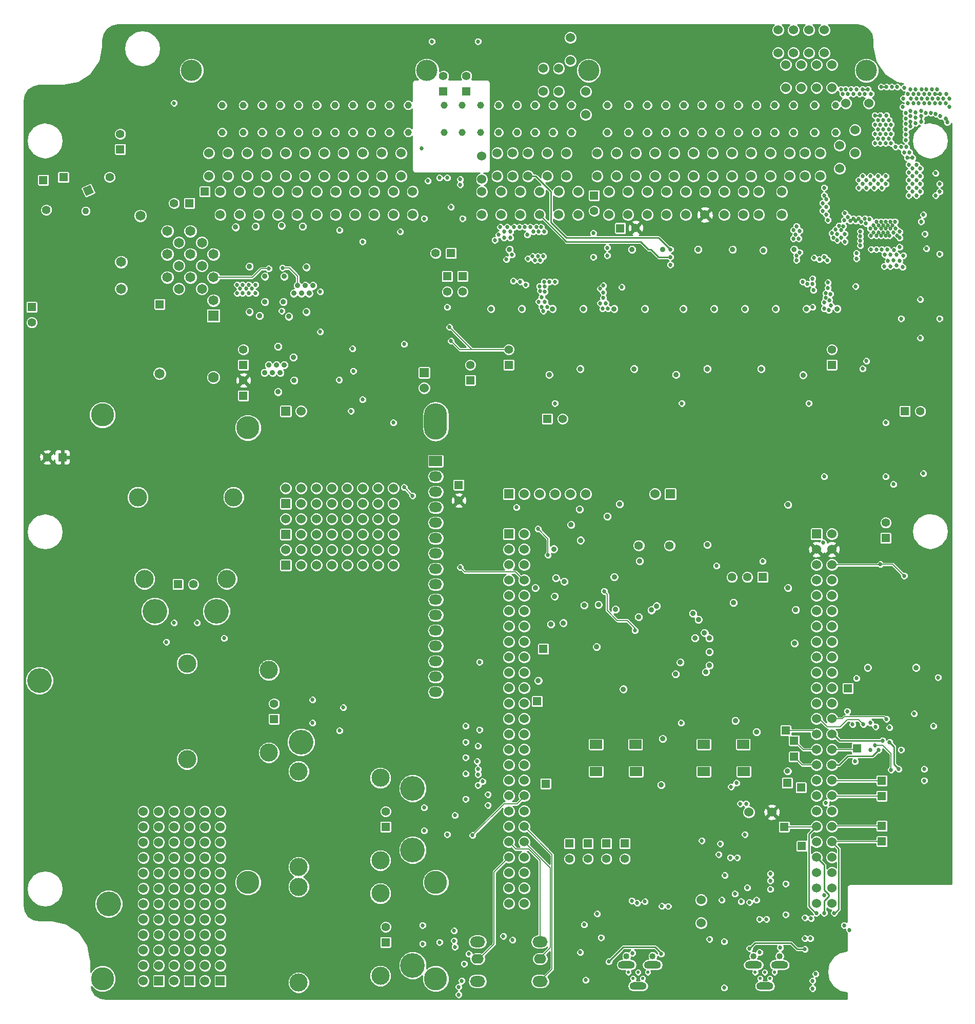
<source format=gbr>
G04 (created by PCBNEW (2013-07-07 BZR 4022)-stable) date 03/11/2014 14:59:00*
%MOIN*%
G04 Gerber Fmt 3.4, Leading zero omitted, Abs format*
%FSLAX34Y34*%
G01*
G70*
G90*
G04 APERTURE LIST*
%ADD10C,0.00393701*%
%ADD11C,0.15*%
%ADD12O,0.085X0.065*%
%ADD13R,0.085X0.065*%
%ADD14O,0.15X0.23622*%
%ADD15C,0.06*%
%ADD16C,0.0453*%
%ADD17C,0.1378*%
%ADD18R,0.055X0.055*%
%ADD19C,0.055*%
%ADD20R,0.06X0.06*%
%ADD21C,0.056*%
%ADD22R,0.0787402X0.0590551*%
%ADD23C,0.07*%
%ADD24R,0.07X0.07*%
%ADD25C,0.035*%
%ADD26C,0.022*%
%ADD27O,0.11X0.05*%
%ADD28C,0.04*%
%ADD29O,0.0787X0.063*%
%ADD30O,0.0984X0.0709*%
%ADD31C,0.1181*%
%ADD32C,0.16*%
%ADD33C,0.027*%
%ADD34C,0.043*%
%ADD35C,0.065*%
%ADD36C,0.006*%
%ADD37C,0.0085*%
G04 APERTURE END LIST*
G54D10*
G54D11*
X57295Y-42584D03*
X57295Y-72112D03*
X69500Y-72112D03*
G54D12*
X69500Y-58750D03*
X69500Y-59750D03*
G54D13*
X69500Y-44750D03*
G54D12*
X69500Y-45750D03*
X69500Y-46750D03*
X69500Y-47750D03*
X69500Y-48750D03*
X69500Y-49750D03*
X69500Y-50750D03*
X69500Y-51750D03*
X69500Y-52750D03*
X69500Y-53750D03*
X69500Y-54750D03*
X69500Y-55750D03*
X69500Y-56750D03*
X69500Y-57750D03*
G54D14*
X69500Y-42167D03*
G54D11*
X69500Y-78364D03*
X47845Y-41750D03*
X47846Y-78364D03*
G54D15*
X78000Y-24750D03*
X78000Y-26250D03*
X61000Y-24750D03*
X61000Y-26250D03*
X59750Y-24750D03*
X59750Y-26250D03*
X58500Y-24750D03*
X58500Y-26250D03*
X57250Y-24750D03*
X57250Y-26250D03*
X54750Y-24750D03*
X54750Y-26250D03*
X56000Y-24750D03*
X56000Y-26250D03*
X87000Y-27250D03*
X87000Y-28750D03*
G54D16*
X55621Y-21628D03*
X55621Y-23400D03*
X56998Y-23400D03*
X56998Y-21628D03*
X61762Y-21628D03*
X61762Y-23400D03*
X60581Y-23400D03*
X60581Y-21628D03*
X58219Y-21628D03*
X58219Y-23400D03*
X59400Y-23400D03*
X59400Y-21628D03*
X64124Y-21628D03*
X64124Y-23400D03*
X62943Y-23400D03*
X62943Y-21628D03*
X65305Y-21628D03*
X65305Y-23400D03*
X66486Y-23400D03*
X66486Y-21628D03*
X73592Y-21628D03*
X73592Y-23400D03*
X72411Y-23400D03*
X72411Y-21628D03*
X70049Y-21628D03*
X70049Y-23400D03*
X71230Y-23400D03*
X71230Y-21628D03*
X75955Y-21628D03*
X75955Y-23400D03*
X74774Y-23400D03*
X74774Y-21628D03*
X77136Y-21628D03*
X77136Y-23400D03*
X67707Y-21628D03*
X67707Y-23400D03*
X78317Y-23400D03*
X78317Y-21628D03*
X82036Y-23400D03*
X82036Y-21628D03*
X80658Y-23400D03*
X80658Y-21628D03*
X86801Y-23400D03*
X86801Y-21628D03*
X85620Y-23400D03*
X85620Y-21628D03*
X83258Y-23400D03*
X83258Y-21628D03*
X84439Y-23400D03*
X84439Y-21628D03*
X89163Y-23400D03*
X89163Y-21628D03*
X87982Y-23400D03*
X87982Y-21628D03*
X90344Y-23400D03*
X90344Y-21628D03*
X91525Y-23400D03*
X91525Y-21628D03*
X92746Y-23400D03*
X92746Y-21628D03*
X94124Y-23400D03*
X94124Y-21628D03*
G54D17*
X53632Y-19384D03*
X68927Y-19384D03*
X79439Y-19384D03*
G54D16*
X95502Y-23400D03*
X95502Y-21628D03*
G54D17*
X97490Y-19384D03*
G54D15*
X75500Y-24750D03*
X75500Y-26250D03*
X77500Y-27250D03*
X77500Y-28750D03*
X76750Y-24750D03*
X76750Y-26250D03*
X78750Y-27250D03*
X78750Y-28750D03*
X80750Y-27250D03*
X80750Y-28750D03*
X80000Y-24750D03*
X80000Y-26250D03*
X82000Y-27250D03*
X82000Y-28750D03*
X81250Y-24750D03*
X81250Y-26250D03*
X83250Y-27250D03*
X83250Y-28750D03*
X82500Y-24750D03*
X82500Y-26250D03*
X84500Y-27250D03*
X84500Y-28750D03*
X83750Y-24750D03*
X83750Y-26250D03*
X85750Y-27250D03*
X85750Y-28750D03*
X85000Y-24750D03*
X85000Y-26250D03*
X76250Y-27250D03*
X76250Y-28750D03*
X86250Y-24750D03*
X86250Y-26250D03*
X88250Y-27250D03*
X88250Y-28750D03*
X87500Y-24750D03*
X87500Y-26250D03*
X89500Y-27250D03*
X89500Y-28750D03*
X88750Y-24750D03*
X88750Y-26250D03*
X90500Y-27250D03*
X90500Y-28750D03*
X90000Y-24750D03*
X90000Y-26250D03*
X92000Y-27250D03*
X92000Y-28750D03*
X91250Y-24750D03*
X91250Y-26250D03*
X93500Y-24750D03*
X93500Y-26250D03*
X92500Y-24750D03*
X92500Y-26250D03*
X95750Y-24250D03*
X95750Y-25750D03*
X94500Y-24750D03*
X94500Y-26250D03*
X96750Y-23250D03*
X96750Y-24750D03*
X96150Y-21500D03*
X97650Y-21500D03*
X65500Y-27250D03*
X65500Y-28750D03*
X56750Y-27250D03*
X56750Y-28750D03*
X58000Y-27250D03*
X58000Y-28750D03*
X59250Y-27250D03*
X59250Y-28750D03*
X60500Y-27250D03*
X60500Y-28750D03*
X61750Y-27250D03*
X61750Y-28750D03*
X63000Y-27250D03*
X63000Y-28750D03*
X62250Y-24750D03*
X62250Y-26250D03*
X64250Y-27250D03*
X64250Y-28750D03*
X63500Y-24750D03*
X63500Y-26250D03*
X55500Y-27250D03*
X55500Y-28750D03*
X64750Y-24750D03*
X64750Y-26250D03*
X66750Y-27250D03*
X66750Y-28750D03*
X66000Y-24750D03*
X66000Y-26250D03*
X68000Y-27250D03*
X68000Y-28750D03*
X67250Y-24750D03*
X67250Y-26250D03*
X72500Y-27250D03*
X72500Y-28750D03*
X72500Y-24950D03*
X72500Y-26450D03*
G54D18*
X74250Y-38500D03*
G54D19*
X74250Y-37500D03*
G54D18*
X95250Y-38500D03*
G54D19*
X95250Y-37500D03*
G54D18*
X70500Y-31250D03*
G54D19*
X69500Y-31250D03*
G54D18*
X78200Y-69584D03*
G54D19*
X78200Y-70584D03*
G54D18*
X79400Y-69584D03*
G54D19*
X79400Y-70584D03*
G54D18*
X80600Y-69584D03*
G54D19*
X80600Y-70584D03*
G54D18*
X81800Y-69584D03*
G54D19*
X81800Y-70584D03*
G54D18*
X90750Y-52284D03*
G54D19*
X89750Y-52284D03*
X88750Y-52284D03*
G54D20*
X74250Y-49484D03*
G54D15*
X75250Y-49484D03*
X74250Y-50484D03*
X75250Y-50484D03*
X74250Y-51484D03*
X75250Y-51484D03*
X74250Y-52484D03*
X75250Y-52484D03*
X74250Y-53484D03*
X75250Y-53484D03*
X74250Y-54484D03*
X75250Y-54484D03*
X74250Y-55484D03*
X75250Y-55484D03*
X74250Y-56484D03*
X75250Y-56484D03*
X74250Y-57484D03*
X75250Y-57484D03*
X74250Y-58484D03*
X75250Y-58484D03*
X74250Y-59484D03*
X75250Y-59484D03*
X74250Y-60484D03*
X75250Y-60484D03*
X74250Y-61484D03*
X75250Y-61484D03*
X74250Y-62484D03*
X75250Y-62484D03*
X74250Y-63484D03*
X75250Y-63484D03*
X74250Y-64484D03*
X75250Y-64484D03*
X74250Y-65484D03*
X75250Y-65484D03*
X74250Y-66484D03*
X75250Y-66484D03*
X74250Y-67484D03*
X75250Y-67484D03*
X74250Y-68484D03*
X75250Y-68484D03*
X74250Y-69484D03*
X75250Y-69484D03*
X74250Y-70484D03*
X75250Y-70484D03*
X74250Y-71484D03*
X75250Y-71484D03*
X74250Y-72484D03*
X75250Y-72484D03*
X74250Y-73484D03*
X75250Y-73484D03*
G54D20*
X94250Y-49484D03*
G54D15*
X95250Y-49484D03*
X94250Y-50484D03*
X95250Y-50484D03*
X94250Y-51484D03*
X95250Y-51484D03*
X94250Y-52484D03*
X95250Y-52484D03*
X94250Y-53484D03*
X95250Y-53484D03*
X94250Y-54484D03*
X95250Y-54484D03*
X94250Y-55484D03*
X95250Y-55484D03*
X94250Y-56484D03*
X95250Y-56484D03*
X94250Y-57484D03*
X95250Y-57484D03*
X94250Y-58484D03*
X95250Y-58484D03*
X94250Y-59484D03*
X95250Y-59484D03*
X94250Y-60484D03*
X95250Y-60484D03*
X94250Y-61484D03*
X95250Y-61484D03*
X94250Y-62484D03*
X95250Y-62484D03*
X94250Y-63484D03*
X95250Y-63484D03*
X94250Y-64484D03*
X95250Y-64484D03*
X94250Y-65484D03*
X95250Y-65484D03*
X94250Y-66484D03*
X95250Y-66484D03*
X94250Y-67484D03*
X95250Y-67484D03*
X94250Y-68484D03*
X95250Y-68484D03*
X94250Y-69484D03*
X95250Y-69484D03*
X94250Y-70484D03*
X95250Y-70484D03*
X94250Y-71484D03*
X95250Y-71484D03*
X94250Y-72484D03*
X95250Y-72484D03*
X94250Y-73484D03*
X95250Y-73484D03*
G54D20*
X84750Y-46884D03*
G54D15*
X83750Y-46884D03*
G54D20*
X74250Y-46884D03*
G54D15*
X75250Y-46884D03*
X76250Y-46884D03*
X77250Y-46884D03*
X78250Y-46884D03*
X79250Y-46884D03*
G54D21*
X82700Y-50234D03*
X84700Y-50234D03*
G54D22*
X86920Y-63148D03*
X89479Y-63148D03*
X89518Y-64919D03*
X86920Y-64919D03*
X79920Y-63148D03*
X82479Y-63148D03*
X82518Y-64919D03*
X79920Y-64919D03*
G54D18*
X51556Y-34560D03*
G54D23*
X55056Y-39310D03*
G54D24*
X55056Y-35310D03*
G54D10*
G36*
X46782Y-27541D02*
X46550Y-27043D01*
X47048Y-26810D01*
X47281Y-27309D01*
X46782Y-27541D01*
X46782Y-27541D01*
G37*
G54D19*
X44196Y-28443D03*
G54D18*
X45306Y-26310D03*
G54D19*
X48306Y-26310D03*
G54D18*
X53500Y-28000D03*
G54D19*
X52500Y-28000D03*
G54D20*
X59750Y-41500D03*
G54D15*
X60750Y-41500D03*
G54D18*
X76750Y-42000D03*
G54D19*
X77750Y-42000D03*
G54D18*
X71750Y-39500D03*
G54D19*
X71750Y-38500D03*
G54D25*
X97576Y-58158D03*
X100725Y-58158D03*
G54D18*
X81500Y-29625D03*
G54D19*
X82500Y-29600D03*
G54D18*
X79800Y-27500D03*
G54D19*
X79800Y-28500D03*
G54D18*
X100000Y-41500D03*
G54D19*
X101000Y-41500D03*
G54D18*
X57000Y-38500D03*
G54D19*
X57000Y-37500D03*
G54D18*
X57000Y-40500D03*
G54D19*
X57000Y-39500D03*
G54D20*
X68750Y-39000D03*
G54D15*
X68750Y-40000D03*
X74500Y-24750D03*
X74500Y-26250D03*
X75000Y-27250D03*
X75000Y-28750D03*
X73500Y-24750D03*
X73500Y-26250D03*
X73750Y-27250D03*
X73750Y-28750D03*
G54D26*
X82020Y-77953D03*
X82335Y-78346D03*
X82650Y-77953D03*
X82964Y-78346D03*
X83279Y-77953D03*
G54D27*
X82650Y-78838D03*
X81901Y-77461D03*
X83594Y-77461D03*
G54D28*
X81900Y-76900D03*
X83600Y-76900D03*
X90150Y-76900D03*
X91850Y-76900D03*
G54D26*
X90270Y-77953D03*
X90585Y-78346D03*
X90900Y-77953D03*
X91214Y-78346D03*
X91529Y-77953D03*
G54D27*
X90900Y-78838D03*
X90151Y-77461D03*
X91844Y-77461D03*
G54D18*
X71500Y-20750D03*
G54D19*
X71500Y-19750D03*
G54D18*
X70000Y-20750D03*
G54D19*
X70000Y-19750D03*
G54D29*
X72222Y-77072D03*
X76278Y-77072D03*
G54D30*
X76278Y-75970D03*
X72222Y-75970D03*
X76278Y-78530D03*
X72222Y-78530D03*
G54D18*
X70250Y-32750D03*
G54D19*
X70250Y-33750D03*
G54D18*
X71250Y-32750D03*
G54D19*
X71250Y-33750D03*
G54D18*
X71000Y-46300D03*
G54D19*
X71000Y-47300D03*
G54D18*
X92800Y-62900D03*
X93300Y-69750D03*
X96300Y-59500D03*
X92250Y-62250D03*
X96900Y-63400D03*
X92800Y-63950D03*
X98500Y-65500D03*
X92350Y-65650D03*
X98500Y-66500D03*
X93250Y-65950D03*
X76650Y-65700D03*
X76100Y-60350D03*
X76500Y-56950D03*
X98500Y-68450D03*
X92150Y-68500D03*
X98500Y-69450D03*
G54D31*
X60593Y-78610D03*
X60593Y-72390D03*
X65907Y-78177D03*
X65907Y-72823D03*
G54D18*
X66250Y-76000D03*
G54D19*
X66250Y-75000D03*
G54D32*
X68000Y-77500D03*
X48250Y-73500D03*
G54D31*
X60593Y-71110D03*
X60593Y-64890D03*
X65907Y-70677D03*
X65907Y-65323D03*
G54D18*
X66250Y-68500D03*
G54D19*
X66250Y-67500D03*
G54D32*
X68000Y-70000D03*
X68000Y-66000D03*
G54D31*
X53343Y-64110D03*
X53343Y-57890D03*
X58657Y-63677D03*
X58657Y-58323D03*
G54D18*
X59000Y-61500D03*
G54D19*
X59000Y-60500D03*
G54D32*
X43750Y-59000D03*
X60750Y-63000D03*
G54D31*
X50140Y-47093D03*
X56360Y-47093D03*
X50573Y-52407D03*
X55927Y-52407D03*
G54D18*
X52750Y-52750D03*
G54D19*
X53750Y-52750D03*
G54D32*
X55250Y-54500D03*
X51250Y-54500D03*
G54D18*
X54500Y-27250D03*
X44000Y-26500D03*
G54D15*
X86750Y-73250D03*
X86750Y-74750D03*
X89850Y-67550D03*
X91350Y-67550D03*
G54D20*
X51500Y-78500D03*
G54D15*
X50500Y-78500D03*
X51500Y-77500D03*
X50500Y-77500D03*
X51500Y-76500D03*
X50500Y-76500D03*
X51500Y-75500D03*
X50500Y-75500D03*
X51500Y-74500D03*
X50500Y-74500D03*
X51500Y-73500D03*
X50500Y-73500D03*
X51500Y-72500D03*
X50500Y-72500D03*
X51500Y-71500D03*
X50500Y-71500D03*
X51500Y-70500D03*
X50500Y-70500D03*
X51500Y-69500D03*
X50500Y-69500D03*
X51500Y-68500D03*
X50500Y-68500D03*
X51500Y-67500D03*
X50500Y-67500D03*
G54D20*
X53500Y-78500D03*
G54D15*
X52500Y-78500D03*
X53500Y-77500D03*
X52500Y-77500D03*
X53500Y-76500D03*
X52500Y-76500D03*
X53500Y-75500D03*
X52500Y-75500D03*
X53500Y-74500D03*
X52500Y-74500D03*
X53500Y-73500D03*
X52500Y-73500D03*
X53500Y-72500D03*
X52500Y-72500D03*
X53500Y-71500D03*
X52500Y-71500D03*
X53500Y-70500D03*
X52500Y-70500D03*
X53500Y-69500D03*
X52500Y-69500D03*
X53500Y-68500D03*
X52500Y-68500D03*
X53500Y-67500D03*
X52500Y-67500D03*
G54D20*
X55500Y-78500D03*
G54D15*
X54500Y-78500D03*
X55500Y-77500D03*
X54500Y-77500D03*
X55500Y-76500D03*
X54500Y-76500D03*
X55500Y-75500D03*
X54500Y-75500D03*
X55500Y-74500D03*
X54500Y-74500D03*
X55500Y-73500D03*
X54500Y-73500D03*
X55500Y-72500D03*
X54500Y-72500D03*
X55500Y-71500D03*
X54500Y-71500D03*
X55500Y-70500D03*
X54500Y-70500D03*
X55500Y-69500D03*
X54500Y-69500D03*
X55500Y-68500D03*
X54500Y-68500D03*
X55500Y-67500D03*
X54500Y-67500D03*
G54D20*
X59750Y-47500D03*
G54D15*
X59750Y-46500D03*
X60750Y-47500D03*
X60750Y-46500D03*
X61750Y-47500D03*
X61750Y-46500D03*
X62750Y-47500D03*
X62750Y-46500D03*
X63750Y-47500D03*
X63750Y-46500D03*
X64750Y-47500D03*
X64750Y-46500D03*
X65750Y-47500D03*
X65750Y-46500D03*
X66750Y-47500D03*
X66750Y-46500D03*
G54D20*
X59750Y-49500D03*
G54D15*
X59750Y-48500D03*
X60750Y-49500D03*
X60750Y-48500D03*
X61750Y-49500D03*
X61750Y-48500D03*
X62750Y-49500D03*
X62750Y-48500D03*
X63750Y-49500D03*
X63750Y-48500D03*
X64750Y-49500D03*
X64750Y-48500D03*
X65750Y-49500D03*
X65750Y-48500D03*
X66750Y-49500D03*
X66750Y-48500D03*
G54D20*
X59750Y-51500D03*
G54D15*
X59750Y-50500D03*
X60750Y-51500D03*
X60750Y-50500D03*
X61750Y-51500D03*
X61750Y-50500D03*
X62750Y-51500D03*
X62750Y-50500D03*
X63750Y-51500D03*
X63750Y-50500D03*
X64750Y-51500D03*
X64750Y-50500D03*
X65750Y-51500D03*
X65750Y-50500D03*
X66750Y-51500D03*
X66750Y-50500D03*
G54D18*
X49000Y-24500D03*
G54D19*
X49000Y-23500D03*
G54D18*
X43250Y-34750D03*
G54D19*
X43250Y-35750D03*
G54D18*
X45250Y-44500D03*
G54D19*
X44250Y-44500D03*
G54D18*
X98750Y-49750D03*
G54D19*
X98750Y-48750D03*
G54D15*
X94250Y-19000D03*
X94250Y-20500D03*
X93750Y-16750D03*
X93750Y-18250D03*
X92750Y-16750D03*
X92750Y-18250D03*
X93250Y-19000D03*
X93250Y-20500D03*
X95250Y-19000D03*
X95250Y-20500D03*
X94750Y-16750D03*
X94750Y-18250D03*
X76500Y-19250D03*
X76500Y-20750D03*
X77500Y-19250D03*
X77500Y-20750D03*
X78250Y-17250D03*
X78250Y-18750D03*
X79250Y-20750D03*
X79250Y-22250D03*
X91750Y-16750D03*
X91750Y-18250D03*
X92250Y-19000D03*
X92250Y-20500D03*
G54D25*
X76170Y-59004D03*
X77800Y-55259D03*
G54D33*
X84750Y-32000D03*
X94750Y-45750D03*
X92700Y-29000D03*
X62800Y-40550D03*
X68250Y-33750D03*
X68500Y-38000D03*
X63000Y-42250D03*
X91200Y-68700D03*
X84500Y-72500D03*
X72750Y-33750D03*
X70400Y-17600D03*
X71800Y-17600D03*
X93000Y-40250D03*
X84000Y-41000D03*
X75800Y-41000D03*
X71500Y-30250D03*
X68500Y-30250D03*
X76950Y-33950D03*
X77300Y-33950D03*
X75100Y-33950D03*
X74600Y-32350D03*
X93000Y-33632D03*
X45250Y-38750D03*
X45500Y-39000D03*
X45750Y-39250D03*
X46000Y-39500D03*
X45000Y-38500D03*
X44750Y-38250D03*
X69600Y-27450D03*
X87250Y-30100D03*
X74350Y-28000D03*
X76000Y-29200D03*
X90900Y-30050D03*
X92650Y-27500D03*
X99600Y-24650D03*
X100000Y-27850D03*
X72250Y-65800D03*
X64000Y-41500D03*
X64750Y-40750D03*
X67200Y-29850D03*
X63250Y-29750D03*
X67450Y-46450D03*
X68000Y-47000D03*
X71100Y-51650D03*
G54D34*
X46750Y-28500D03*
G54D25*
X83866Y-54158D03*
X75975Y-52984D03*
X80073Y-54068D03*
X77850Y-52564D03*
X77235Y-53529D03*
G54D33*
X101250Y-65500D03*
X52500Y-55250D03*
X68750Y-68750D03*
X61500Y-61750D03*
X99000Y-63000D03*
X99600Y-64750D03*
X68650Y-76100D03*
X99950Y-52200D03*
X99000Y-62050D03*
X98400Y-51450D03*
X97250Y-38750D03*
X84750Y-31500D03*
X98750Y-42250D03*
X97500Y-38250D03*
X84750Y-31000D03*
X97750Y-61750D03*
X97750Y-63500D03*
X101200Y-45550D03*
X96250Y-61000D03*
X62000Y-33750D03*
X59500Y-35000D03*
X96050Y-74900D03*
X71450Y-66700D03*
X71450Y-65050D03*
X73900Y-75600D03*
X96400Y-75200D03*
G54D25*
X85400Y-57821D03*
G54D33*
X71450Y-64000D03*
X71450Y-61950D03*
X71450Y-63000D03*
G54D25*
X58400Y-32755D03*
X57400Y-32105D03*
X61100Y-32155D03*
X59650Y-32755D03*
X60250Y-38005D03*
X59250Y-37305D03*
X86225Y-54634D03*
X86576Y-55038D03*
G54D33*
X80450Y-53200D03*
X76800Y-50850D03*
X82450Y-55750D03*
X74750Y-47750D03*
X76150Y-49150D03*
X101400Y-30950D03*
X101050Y-29200D03*
X99850Y-21750D03*
X102250Y-31300D03*
X91250Y-71550D03*
X91250Y-72000D03*
X98300Y-63500D03*
X91000Y-74500D03*
X90550Y-74500D03*
X88950Y-72850D03*
X88300Y-71650D03*
X89900Y-73400D03*
X91250Y-72550D03*
X90550Y-76650D03*
X94700Y-50050D03*
X94750Y-72950D03*
G54D25*
X92825Y-56584D03*
G54D33*
X84610Y-73660D03*
X89680Y-66990D03*
X88700Y-65900D03*
X82250Y-73300D03*
X89050Y-65650D03*
X83100Y-73350D03*
X82300Y-76700D03*
X84200Y-73650D03*
X89300Y-67000D03*
X72250Y-65100D03*
X72900Y-66400D03*
X72550Y-65550D03*
X72900Y-67100D03*
X52000Y-56500D03*
X63250Y-62250D03*
X70250Y-69000D03*
X69750Y-76000D03*
X99750Y-63500D03*
X70750Y-76300D03*
X98550Y-62900D03*
G54D25*
X87284Y-56253D03*
G54D33*
X98800Y-61500D03*
X88650Y-70500D03*
X87900Y-70300D03*
X94850Y-66950D03*
X93850Y-75750D03*
X93900Y-74450D03*
X74500Y-75850D03*
X70250Y-34750D03*
X78900Y-76650D03*
X93500Y-74400D03*
X93500Y-75750D03*
G54D25*
X90350Y-62334D03*
X85095Y-58580D03*
X87289Y-58019D03*
X87058Y-58451D03*
X87289Y-57143D03*
G54D33*
X72250Y-63250D03*
X72200Y-64250D03*
X72250Y-64750D03*
X72350Y-57800D03*
X72350Y-62200D03*
X90750Y-51250D03*
G54D25*
X88850Y-53934D03*
X77175Y-50459D03*
X81700Y-59559D03*
X88975Y-61609D03*
X84150Y-65784D03*
X81185Y-54384D03*
X83522Y-54423D03*
G54D33*
X70700Y-75900D03*
X71900Y-69050D03*
X99100Y-64800D03*
X93500Y-76450D03*
X89900Y-76400D03*
X84150Y-76750D03*
X80750Y-77250D03*
X98050Y-63200D03*
X97300Y-61850D03*
X71650Y-76750D03*
X70700Y-75250D03*
X55750Y-56250D03*
X63500Y-60750D03*
X70750Y-67750D03*
X71350Y-77400D03*
X94200Y-78050D03*
X94250Y-74100D03*
X71200Y-78500D03*
G54D25*
X86969Y-55895D03*
G54D33*
X94750Y-74100D03*
X94000Y-78500D03*
X71000Y-78900D03*
X95400Y-74100D03*
X94000Y-79000D03*
X71000Y-79400D03*
G54D25*
X86351Y-56242D03*
G54D33*
X72250Y-17500D03*
X69250Y-17500D03*
X88000Y-69600D03*
X89100Y-70500D03*
X86800Y-69400D03*
X89750Y-72450D03*
X64750Y-30500D03*
X102250Y-35500D03*
X99750Y-35500D03*
X101000Y-34250D03*
X101000Y-36750D03*
X87750Y-51550D03*
X54000Y-55250D03*
X68750Y-67250D03*
X61500Y-60250D03*
X99400Y-24350D03*
X100150Y-25050D03*
X100300Y-24700D03*
X99950Y-24700D03*
X100100Y-24350D03*
X99750Y-24350D03*
X100500Y-25050D03*
X98750Y-23500D03*
X98400Y-23500D03*
X98800Y-22300D03*
X98950Y-22600D03*
X98600Y-22600D03*
X98250Y-22600D03*
X98050Y-22900D03*
X98400Y-22900D03*
X98750Y-22900D03*
X99100Y-22900D03*
X98950Y-23200D03*
X98600Y-23200D03*
X98250Y-23200D03*
X98050Y-23500D03*
X100050Y-23200D03*
X100050Y-22850D03*
X100050Y-22500D03*
X100050Y-22150D03*
X102300Y-22350D03*
X102000Y-22200D03*
X100700Y-22450D03*
X100700Y-22800D03*
X100350Y-22700D03*
X100350Y-23000D03*
X100350Y-22350D03*
X100350Y-22000D03*
X100700Y-22100D03*
X101050Y-22000D03*
X101050Y-22350D03*
X101050Y-22700D03*
X101350Y-22150D03*
X101700Y-22150D03*
X102650Y-22500D03*
X102750Y-22750D03*
X100050Y-23550D03*
X100050Y-23900D03*
X99100Y-23500D03*
X98950Y-23800D03*
X98600Y-23800D03*
X98250Y-23800D03*
X98050Y-24100D03*
X98400Y-24100D03*
X98750Y-24100D03*
X98400Y-22300D03*
X98050Y-22300D03*
X102300Y-21500D03*
X102650Y-21500D03*
X100550Y-21500D03*
X100200Y-21500D03*
X99900Y-21200D03*
X101950Y-21500D03*
X101600Y-21500D03*
X101250Y-21500D03*
X100900Y-21500D03*
X101450Y-21200D03*
X101800Y-21200D03*
X101100Y-21200D03*
X100750Y-21200D03*
X100400Y-21200D03*
X100200Y-20900D03*
X100550Y-20900D03*
X100900Y-20900D03*
X99950Y-20500D03*
X100350Y-20600D03*
X100700Y-20600D03*
X101100Y-20600D03*
X101400Y-20600D03*
X101750Y-20600D03*
X102100Y-20600D03*
X102700Y-20900D03*
X102300Y-20900D03*
X101950Y-20900D03*
X101600Y-20900D03*
X101250Y-20900D03*
X99500Y-20450D03*
X99150Y-20450D03*
X102900Y-21750D03*
X102900Y-21200D03*
X102500Y-21200D03*
X102150Y-21200D03*
X97800Y-20900D03*
X97400Y-20900D03*
X97050Y-20900D03*
X96650Y-20900D03*
X95850Y-20600D03*
X95950Y-20900D03*
X96300Y-20900D03*
X96150Y-20600D03*
X96500Y-20600D03*
X97600Y-20600D03*
X97250Y-20600D03*
X96850Y-20600D03*
X98800Y-20450D03*
X98450Y-20450D03*
X102250Y-26750D03*
X102250Y-27250D03*
X102000Y-27500D03*
X99200Y-29450D03*
X98900Y-29450D03*
X98600Y-29450D03*
X98300Y-29450D03*
X97950Y-29450D03*
X98150Y-29200D03*
X98450Y-29200D03*
X98750Y-29200D03*
X99050Y-29200D03*
X99350Y-29200D03*
X97800Y-30100D03*
X98150Y-30100D03*
X98450Y-30100D03*
X98750Y-30100D03*
X99000Y-30100D03*
X99250Y-29900D03*
X98900Y-29900D03*
X98600Y-29900D03*
X98300Y-29900D03*
X97950Y-29900D03*
X97750Y-29650D03*
X98100Y-29650D03*
X98450Y-29650D03*
X98750Y-29650D03*
X99050Y-29650D03*
X99400Y-29650D03*
X99650Y-29850D03*
X99500Y-30100D03*
X99650Y-30250D03*
X68650Y-74900D03*
X99100Y-24100D03*
X98100Y-62000D03*
X102150Y-58800D03*
X96850Y-58850D03*
X96600Y-61850D03*
X101850Y-61950D03*
X100600Y-61150D03*
X64150Y-38900D03*
X67450Y-37150D03*
X64100Y-37450D03*
X63225Y-39475D03*
X80000Y-74150D03*
X79150Y-74850D03*
X101250Y-64750D03*
X96750Y-64250D03*
X88250Y-78950D03*
X88250Y-75950D03*
X82600Y-73450D03*
X85500Y-41000D03*
X93750Y-41000D03*
X77250Y-41000D03*
X59550Y-32200D03*
G54D35*
X54306Y-32060D03*
X55056Y-32810D03*
G54D33*
X58650Y-32250D03*
X70500Y-36950D03*
X70400Y-36050D03*
X85450Y-61750D03*
X76500Y-31450D03*
X76300Y-31700D03*
X75950Y-31700D03*
X75500Y-31600D03*
X75800Y-31450D03*
X76150Y-31450D03*
X87300Y-75800D03*
X92250Y-72200D03*
X92250Y-74200D03*
X98750Y-45750D03*
X56600Y-33300D03*
X56950Y-33300D03*
X57350Y-33300D03*
X57800Y-33300D03*
X57550Y-33550D03*
X57200Y-33550D03*
X56800Y-33555D03*
X56600Y-33850D03*
X56950Y-33850D03*
X57350Y-33850D03*
X57800Y-33850D03*
X62000Y-36350D03*
X70500Y-28250D03*
X68750Y-29000D03*
X71250Y-29000D03*
X91900Y-76350D03*
X89350Y-73350D03*
X88100Y-73250D03*
X79250Y-78450D03*
X80250Y-75700D03*
X99250Y-46250D03*
X73350Y-30400D03*
X73600Y-30050D03*
X73700Y-29550D03*
X74150Y-29550D03*
X73950Y-29850D03*
X73950Y-30250D03*
X74350Y-30250D03*
X74350Y-29850D03*
X74600Y-29550D03*
X74950Y-29550D03*
X75300Y-29550D03*
X75650Y-29550D03*
X76050Y-29550D03*
X76350Y-29550D03*
X76550Y-29850D03*
X76200Y-29850D03*
X75850Y-29850D03*
X75450Y-30050D03*
X66750Y-42250D03*
X79750Y-29950D03*
X81600Y-33450D03*
X80700Y-34850D03*
X80350Y-34850D03*
X80200Y-34500D03*
X80550Y-34500D03*
X80400Y-34150D03*
X80400Y-33800D03*
X80200Y-33550D03*
X80400Y-33350D03*
X74100Y-31650D03*
X74450Y-31350D03*
X80650Y-30900D03*
X80650Y-31400D03*
X76500Y-35000D03*
X76400Y-34750D03*
X76750Y-34750D03*
X76200Y-34400D03*
X76600Y-34400D03*
X76400Y-34100D03*
X76300Y-33700D03*
X76600Y-33750D03*
X76600Y-33400D03*
X77250Y-33100D03*
X76900Y-33100D03*
X76550Y-33100D03*
X76250Y-33400D03*
X74550Y-33050D03*
X75000Y-33100D03*
X75350Y-33300D03*
X93100Y-30300D03*
X92750Y-30300D03*
X92900Y-30050D03*
X93150Y-29800D03*
X92750Y-29750D03*
X92950Y-29500D03*
X96800Y-33400D03*
G54D25*
X93600Y-34857D03*
X92800Y-31007D03*
G54D33*
X92950Y-31700D03*
X92950Y-31400D03*
X93150Y-31200D03*
X94000Y-32900D03*
X94100Y-31550D03*
X94450Y-31650D03*
X94750Y-31500D03*
X94950Y-31700D03*
X94000Y-33250D03*
X93350Y-33100D03*
X93650Y-33250D03*
X94050Y-33650D03*
X94750Y-34850D03*
X95050Y-34950D03*
X95200Y-34650D03*
X94750Y-34450D03*
X95100Y-34300D03*
X94850Y-34150D03*
X95150Y-33900D03*
X94850Y-33850D03*
X95000Y-33150D03*
X95000Y-33500D03*
X101300Y-30000D03*
X99850Y-32150D03*
X99900Y-31400D03*
X99650Y-31750D03*
X99450Y-32050D03*
X99050Y-32100D03*
X98650Y-32100D03*
X98900Y-31750D03*
X99250Y-31700D03*
X99650Y-30850D03*
X99450Y-31350D03*
X99300Y-31050D03*
X99050Y-31350D03*
X98700Y-31350D03*
X98850Y-31000D03*
X98500Y-31000D03*
X98150Y-31000D03*
X97800Y-31000D03*
X97700Y-29050D03*
X97450Y-29300D03*
X97400Y-29000D03*
X97150Y-29200D03*
X97000Y-29000D03*
X96800Y-29150D03*
X96650Y-29000D03*
X96450Y-29150D03*
X96300Y-28900D03*
X96100Y-28650D03*
X96050Y-29100D03*
X96850Y-31600D03*
X96850Y-31250D03*
X97100Y-30750D03*
X97100Y-30450D03*
X97100Y-30150D03*
X97100Y-29837D03*
X96100Y-30500D03*
X96100Y-30000D03*
X96000Y-29500D03*
X95850Y-29750D03*
X95600Y-30000D03*
X95850Y-30250D03*
X95713Y-29463D03*
X95500Y-29700D03*
X95240Y-29950D03*
X95347Y-30252D03*
X95600Y-30400D03*
X95000Y-29100D03*
X94750Y-27000D03*
X94750Y-27500D03*
X94650Y-28500D03*
X94650Y-28000D03*
X94900Y-27750D03*
X94900Y-28250D03*
X94900Y-28750D03*
X101000Y-27250D03*
X101000Y-26750D03*
X101000Y-26250D03*
X101000Y-25750D03*
X100750Y-25500D03*
X100750Y-26000D03*
X100750Y-26500D03*
X100750Y-27000D03*
X100250Y-27500D03*
X100750Y-27500D03*
X100500Y-27250D03*
X100500Y-26750D03*
X100500Y-26250D03*
X100500Y-25750D03*
X100250Y-25500D03*
X100250Y-26000D03*
X100250Y-26500D03*
X100250Y-27000D03*
X98750Y-26250D03*
X98250Y-26250D03*
X97750Y-26250D03*
X97250Y-26250D03*
X97000Y-26500D03*
X97500Y-26500D03*
X98000Y-26500D03*
X98500Y-26500D03*
X98750Y-26750D03*
X98500Y-27000D03*
X98250Y-26750D03*
X98000Y-27000D03*
X97750Y-26750D03*
X97500Y-27000D03*
X97250Y-26750D03*
X97000Y-27000D03*
X79750Y-31500D03*
X94000Y-34750D03*
X52500Y-21500D03*
G54D25*
X92370Y-64884D03*
X77310Y-52344D03*
X79961Y-56815D03*
X92400Y-52984D03*
X92900Y-54409D03*
X87150Y-50184D03*
X82750Y-51234D03*
X92400Y-47584D03*
X81107Y-52276D03*
X78300Y-48884D03*
X81450Y-47534D03*
X80650Y-48334D03*
X78850Y-47884D03*
X78914Y-49892D03*
G54D35*
X51556Y-39060D03*
X49056Y-33560D03*
X49056Y-31810D03*
X52056Y-31310D03*
X52056Y-29810D03*
X53556Y-29810D03*
X52806Y-30560D03*
X53556Y-31310D03*
X52806Y-32060D03*
X52056Y-32810D03*
X52806Y-33560D03*
X53556Y-32810D03*
X55056Y-34310D03*
X54306Y-33560D03*
X55056Y-31310D03*
X54306Y-30560D03*
X50306Y-28810D03*
G54D25*
X90800Y-31057D03*
X88800Y-31007D03*
X86550Y-31007D03*
X84250Y-31007D03*
X82250Y-31007D03*
X74300Y-31007D03*
X78900Y-38757D03*
X73100Y-34857D03*
X75100Y-34857D03*
X77100Y-34857D03*
X79100Y-34857D03*
X81100Y-34857D03*
X83100Y-34857D03*
X85600Y-34857D03*
X87600Y-34857D03*
X89600Y-34857D03*
X91600Y-34857D03*
X82400Y-38757D03*
X87150Y-38757D03*
X90650Y-38757D03*
X95600Y-34857D03*
X93375Y-39157D03*
X85125Y-39132D03*
X76875Y-39132D03*
X60275Y-33855D03*
X60525Y-33355D03*
X60775Y-33855D03*
X61025Y-33355D03*
X61275Y-33855D03*
X61525Y-33355D03*
X59650Y-38505D03*
X59400Y-39005D03*
X59150Y-38505D03*
X58900Y-39005D03*
X58650Y-38505D03*
X58375Y-39005D03*
X57800Y-29505D03*
X59475Y-29455D03*
X60850Y-29505D03*
X56500Y-29555D03*
X58050Y-35305D03*
X59950Y-35355D03*
X59600Y-34405D03*
X58400Y-34405D03*
X57400Y-35055D03*
X61100Y-35055D03*
X59250Y-40255D03*
X60300Y-39505D03*
G54D33*
X101200Y-28750D03*
X102000Y-26050D03*
X89600Y-69000D03*
X90350Y-73250D03*
X71100Y-26450D03*
X71100Y-26800D03*
X70250Y-26350D03*
X68600Y-24450D03*
X69000Y-26550D03*
X69750Y-26350D03*
G54D25*
X82689Y-54867D03*
X79150Y-54115D03*
X76993Y-55349D03*
X84250Y-62784D03*
G54D36*
X75250Y-52484D02*
X75234Y-52484D01*
X68000Y-47000D02*
X67450Y-46450D01*
X71400Y-51950D02*
X71100Y-51650D01*
X74700Y-51950D02*
X71400Y-51950D01*
X75234Y-52484D02*
X74700Y-51950D01*
G54D37*
X99000Y-63000D02*
X99300Y-63300D01*
X99300Y-63300D02*
X99300Y-64450D01*
X99300Y-64450D02*
X99600Y-64750D01*
G54D36*
X98400Y-51450D02*
X99200Y-51450D01*
X99200Y-51450D02*
X99950Y-52200D01*
X95250Y-51484D02*
X98366Y-51484D01*
X98366Y-51484D02*
X98400Y-51450D01*
G54D37*
X78000Y-30500D02*
X76250Y-28750D01*
X84750Y-31500D02*
X84000Y-31500D01*
X84000Y-31500D02*
X83500Y-31000D01*
X83500Y-31000D02*
X83329Y-31000D01*
X83329Y-31000D02*
X82829Y-30500D01*
X82829Y-30500D02*
X78000Y-30500D01*
X84750Y-31000D02*
X84000Y-30250D01*
X84000Y-30250D02*
X78000Y-30250D01*
X78000Y-30250D02*
X77000Y-29250D01*
X77000Y-29250D02*
X77000Y-27250D01*
X77000Y-27250D02*
X76000Y-26250D01*
X76000Y-26250D02*
X75500Y-26250D01*
G54D36*
X76800Y-50850D02*
X76800Y-49800D01*
X82450Y-55600D02*
X81950Y-55100D01*
X81950Y-55100D02*
X81300Y-55100D01*
X81300Y-55100D02*
X80650Y-54450D01*
X80650Y-54450D02*
X80650Y-53400D01*
X80650Y-53400D02*
X80450Y-53200D01*
X82450Y-55750D02*
X82450Y-55600D01*
X76800Y-49800D02*
X76150Y-49150D01*
X92250Y-62250D02*
X94016Y-62250D01*
X94016Y-62250D02*
X94250Y-62484D01*
G54D37*
X95250Y-64484D02*
X95716Y-64484D01*
X97900Y-63900D02*
X98300Y-63500D01*
X96300Y-63900D02*
X97900Y-63900D01*
X95716Y-64484D02*
X96300Y-63900D01*
G54D36*
X98500Y-68450D02*
X95284Y-68450D01*
X95284Y-68450D02*
X95250Y-68484D01*
G54D37*
X95250Y-62484D02*
X95334Y-62484D01*
X95750Y-62900D02*
X98550Y-62900D01*
X95334Y-62484D02*
X95750Y-62900D01*
G54D36*
X95250Y-61484D02*
X95916Y-61484D01*
X98650Y-61350D02*
X98800Y-61500D01*
X96050Y-61350D02*
X98650Y-61350D01*
X95916Y-61484D02*
X96050Y-61350D01*
X98500Y-66500D02*
X95266Y-66500D01*
X95266Y-66500D02*
X95250Y-66484D01*
X76278Y-77072D02*
X76278Y-77022D01*
X76950Y-71184D02*
X75250Y-69484D01*
X76950Y-76350D02*
X76950Y-71184D01*
X76278Y-77022D02*
X76950Y-76350D01*
X72222Y-77072D02*
X72327Y-77072D01*
X73300Y-71434D02*
X74250Y-70484D01*
X73300Y-76100D02*
X73300Y-71434D01*
X72327Y-77072D02*
X73300Y-76100D01*
X98500Y-65500D02*
X95266Y-65500D01*
X95266Y-65500D02*
X95250Y-65484D01*
X94250Y-64484D02*
X93334Y-64484D01*
X93334Y-64484D02*
X92800Y-63950D01*
X94250Y-63484D02*
X93384Y-63484D01*
X93384Y-63484D02*
X92800Y-62900D01*
X95250Y-63484D02*
X96816Y-63484D01*
X96816Y-63484D02*
X96900Y-63400D01*
X76278Y-78530D02*
X76278Y-78522D01*
X77070Y-70304D02*
X75250Y-68484D01*
X77070Y-77729D02*
X77070Y-70304D01*
X76278Y-78522D02*
X77070Y-77729D01*
X76278Y-75970D02*
X76278Y-70681D01*
X74716Y-69950D02*
X74250Y-69484D01*
X75546Y-69950D02*
X74716Y-69950D01*
X76278Y-70681D02*
X75546Y-69950D01*
X75250Y-66484D02*
X75250Y-66550D01*
X73950Y-67000D02*
X71900Y-69050D01*
X74800Y-67000D02*
X73950Y-67000D01*
X75250Y-66550D02*
X74800Y-67000D01*
X99100Y-64800D02*
X99100Y-63750D01*
G54D37*
X93000Y-76450D02*
X93500Y-76450D01*
X92600Y-76050D02*
X93000Y-76450D01*
X90250Y-76050D02*
X92600Y-76050D01*
X89900Y-76400D02*
X90250Y-76050D01*
X84150Y-76700D02*
X84150Y-76750D01*
X83750Y-76300D02*
X84150Y-76700D01*
X81700Y-76300D02*
X83750Y-76300D01*
X80750Y-77250D02*
X81700Y-76300D01*
G54D36*
X98550Y-63200D02*
X98050Y-63200D01*
X99100Y-63750D02*
X98550Y-63200D01*
X94250Y-61484D02*
X94434Y-61484D01*
X94434Y-61484D02*
X94950Y-62000D01*
X94950Y-62000D02*
X95800Y-62000D01*
X95800Y-62000D02*
X96250Y-61550D01*
X96250Y-61550D02*
X97000Y-61550D01*
X97000Y-61550D02*
X97300Y-61850D01*
G54D37*
X94250Y-74100D02*
X94200Y-74100D01*
X93750Y-68984D02*
X94250Y-68484D01*
X93750Y-73650D02*
X93750Y-68984D01*
X94200Y-74100D02*
X93750Y-73650D01*
G54D36*
X92150Y-68500D02*
X94234Y-68500D01*
X94234Y-68500D02*
X94250Y-68484D01*
G54D37*
X94750Y-74100D02*
X94750Y-73300D01*
X94750Y-70984D02*
X94250Y-70484D01*
X94750Y-72600D02*
X94750Y-70984D01*
X95050Y-72900D02*
X94750Y-72600D01*
X95050Y-73000D02*
X95050Y-72900D01*
X94750Y-73300D02*
X95050Y-73000D01*
X95400Y-74100D02*
X95450Y-74100D01*
X95700Y-69934D02*
X95250Y-69484D01*
X95700Y-73850D02*
X95700Y-69934D01*
X95450Y-74100D02*
X95700Y-73850D01*
G54D36*
X98500Y-69450D02*
X95284Y-69450D01*
X95284Y-69450D02*
X95250Y-69484D01*
G54D37*
X100150Y-25050D02*
X100500Y-25050D01*
X100350Y-22700D02*
X100350Y-23000D01*
X101050Y-22350D02*
X101050Y-22700D01*
X102750Y-22600D02*
X102750Y-22750D01*
X102650Y-22500D02*
X102750Y-22600D01*
X98400Y-22300D02*
X98050Y-22300D01*
X101950Y-20900D02*
X102300Y-20900D01*
X97250Y-20600D02*
X97600Y-20600D01*
X98800Y-20450D02*
X98450Y-20450D01*
G54D36*
X60525Y-33355D02*
X60525Y-32725D01*
X60000Y-32200D02*
X59550Y-32200D01*
X60525Y-32725D02*
X60000Y-32200D01*
X55056Y-32810D02*
X57589Y-32810D01*
X58150Y-32250D02*
X58650Y-32250D01*
X57589Y-32810D02*
X58150Y-32250D01*
X74250Y-37500D02*
X71050Y-37500D01*
X71050Y-37500D02*
X70500Y-36950D01*
X74250Y-37500D02*
X71850Y-37500D01*
X71850Y-37500D02*
X70400Y-36050D01*
G54D10*
G36*
X103010Y-72207D02*
X102820Y-72207D01*
X102820Y-49348D01*
X102820Y-49309D01*
X102820Y-49270D01*
X102820Y-49270D01*
X102820Y-49269D01*
X102745Y-48894D01*
X102745Y-48892D01*
X102715Y-48819D01*
X102512Y-48516D01*
X102512Y-35448D01*
X102512Y-31248D01*
X102512Y-27198D01*
X102472Y-27101D01*
X102398Y-27027D01*
X102332Y-26999D01*
X102398Y-26972D01*
X102472Y-26898D01*
X102512Y-26802D01*
X102512Y-26698D01*
X102472Y-26601D01*
X102398Y-26527D01*
X102302Y-26487D01*
X102262Y-26487D01*
X102262Y-25998D01*
X102222Y-25901D01*
X102148Y-25827D01*
X102052Y-25787D01*
X101948Y-25787D01*
X101851Y-25827D01*
X101777Y-25901D01*
X101737Y-25997D01*
X101737Y-26101D01*
X101777Y-26198D01*
X101851Y-26272D01*
X101947Y-26312D01*
X102051Y-26312D01*
X102148Y-26272D01*
X102222Y-26198D01*
X102262Y-26102D01*
X102262Y-25998D01*
X102262Y-26487D01*
X102198Y-26487D01*
X102101Y-26527D01*
X102027Y-26601D01*
X101987Y-26697D01*
X101987Y-26801D01*
X102027Y-26898D01*
X102101Y-26972D01*
X102167Y-27000D01*
X102101Y-27027D01*
X102027Y-27101D01*
X101987Y-27197D01*
X101987Y-27237D01*
X101948Y-27237D01*
X101851Y-27277D01*
X101777Y-27351D01*
X101737Y-27447D01*
X101737Y-27551D01*
X101777Y-27648D01*
X101851Y-27722D01*
X101947Y-27762D01*
X102051Y-27762D01*
X102148Y-27722D01*
X102222Y-27648D01*
X102262Y-27552D01*
X102262Y-27512D01*
X102301Y-27512D01*
X102398Y-27472D01*
X102472Y-27398D01*
X102512Y-27302D01*
X102512Y-27198D01*
X102512Y-31248D01*
X102472Y-31151D01*
X102398Y-31077D01*
X102302Y-31037D01*
X102198Y-31037D01*
X102101Y-31077D01*
X102027Y-31151D01*
X101987Y-31247D01*
X101987Y-31351D01*
X102027Y-31448D01*
X102101Y-31522D01*
X102197Y-31562D01*
X102301Y-31562D01*
X102398Y-31522D01*
X102472Y-31448D01*
X102512Y-31352D01*
X102512Y-31248D01*
X102512Y-35448D01*
X102472Y-35351D01*
X102398Y-35277D01*
X102302Y-35237D01*
X102198Y-35237D01*
X102101Y-35277D01*
X102027Y-35351D01*
X101987Y-35447D01*
X101987Y-35551D01*
X102027Y-35648D01*
X102101Y-35722D01*
X102197Y-35762D01*
X102301Y-35762D01*
X102398Y-35722D01*
X102472Y-35648D01*
X102512Y-35552D01*
X102512Y-35448D01*
X102512Y-48516D01*
X102501Y-48500D01*
X102445Y-48444D01*
X102444Y-48443D01*
X102126Y-48231D01*
X102053Y-48200D01*
X102051Y-48200D01*
X101677Y-48126D01*
X101676Y-48125D01*
X101662Y-48125D01*
X101662Y-30898D01*
X101622Y-30801D01*
X101562Y-30741D01*
X101562Y-29948D01*
X101522Y-29851D01*
X101462Y-29791D01*
X101462Y-28698D01*
X101422Y-28601D01*
X101348Y-28527D01*
X101252Y-28487D01*
X101148Y-28487D01*
X101051Y-28527D01*
X100977Y-28601D01*
X100937Y-28697D01*
X100937Y-28801D01*
X100977Y-28898D01*
X101016Y-28937D01*
X100998Y-28937D01*
X100901Y-28977D01*
X100827Y-29051D01*
X100787Y-29147D01*
X100787Y-29251D01*
X100827Y-29348D01*
X100901Y-29422D01*
X100997Y-29462D01*
X101101Y-29462D01*
X101198Y-29422D01*
X101272Y-29348D01*
X101312Y-29252D01*
X101312Y-29148D01*
X101272Y-29051D01*
X101233Y-29012D01*
X101251Y-29012D01*
X101348Y-28972D01*
X101422Y-28898D01*
X101462Y-28802D01*
X101462Y-28698D01*
X101462Y-29791D01*
X101448Y-29777D01*
X101352Y-29737D01*
X101248Y-29737D01*
X101151Y-29777D01*
X101077Y-29851D01*
X101037Y-29947D01*
X101037Y-30051D01*
X101077Y-30148D01*
X101151Y-30222D01*
X101247Y-30262D01*
X101351Y-30262D01*
X101448Y-30222D01*
X101522Y-30148D01*
X101562Y-30052D01*
X101562Y-29948D01*
X101562Y-30741D01*
X101548Y-30727D01*
X101452Y-30687D01*
X101348Y-30687D01*
X101251Y-30727D01*
X101177Y-30801D01*
X101137Y-30897D01*
X101137Y-31001D01*
X101177Y-31098D01*
X101251Y-31172D01*
X101347Y-31212D01*
X101451Y-31212D01*
X101548Y-31172D01*
X101622Y-31098D01*
X101662Y-31002D01*
X101662Y-30898D01*
X101662Y-48125D01*
X101597Y-48125D01*
X101462Y-48152D01*
X101462Y-45498D01*
X101422Y-45401D01*
X101402Y-45381D01*
X101402Y-41420D01*
X101341Y-41272D01*
X101262Y-41193D01*
X101262Y-36698D01*
X101262Y-34198D01*
X101222Y-34101D01*
X101148Y-34027D01*
X101052Y-33987D01*
X100948Y-33987D01*
X100851Y-34027D01*
X100777Y-34101D01*
X100737Y-34197D01*
X100737Y-34301D01*
X100777Y-34398D01*
X100851Y-34472D01*
X100947Y-34512D01*
X101051Y-34512D01*
X101148Y-34472D01*
X101222Y-34398D01*
X101262Y-34302D01*
X101262Y-34198D01*
X101262Y-36698D01*
X101222Y-36601D01*
X101148Y-36527D01*
X101052Y-36487D01*
X100948Y-36487D01*
X100851Y-36527D01*
X100777Y-36601D01*
X100737Y-36697D01*
X100737Y-36801D01*
X100777Y-36898D01*
X100851Y-36972D01*
X100947Y-37012D01*
X101051Y-37012D01*
X101148Y-36972D01*
X101222Y-36898D01*
X101262Y-36802D01*
X101262Y-36698D01*
X101262Y-41193D01*
X101228Y-41158D01*
X101080Y-41097D01*
X100920Y-41097D01*
X100772Y-41158D01*
X100658Y-41271D01*
X100597Y-41419D01*
X100597Y-41579D01*
X100658Y-41727D01*
X100771Y-41841D01*
X100919Y-41902D01*
X101079Y-41902D01*
X101227Y-41841D01*
X101341Y-41728D01*
X101402Y-41580D01*
X101402Y-41420D01*
X101402Y-45381D01*
X101348Y-45327D01*
X101252Y-45287D01*
X101148Y-45287D01*
X101051Y-45327D01*
X100977Y-45401D01*
X100937Y-45497D01*
X100937Y-45601D01*
X100977Y-45698D01*
X101051Y-45772D01*
X101147Y-45812D01*
X101251Y-45812D01*
X101348Y-45772D01*
X101422Y-45698D01*
X101462Y-45602D01*
X101462Y-45498D01*
X101462Y-48152D01*
X101221Y-48200D01*
X101220Y-48200D01*
X101147Y-48230D01*
X100827Y-48444D01*
X100771Y-48500D01*
X100771Y-48502D01*
X100558Y-48819D01*
X100528Y-48892D01*
X100528Y-48894D01*
X100453Y-49269D01*
X100453Y-49270D01*
X100453Y-49270D01*
X100453Y-49309D01*
X100453Y-49348D01*
X100453Y-49349D01*
X100453Y-49349D01*
X100528Y-49724D01*
X100528Y-49726D01*
X100558Y-49799D01*
X100771Y-50116D01*
X100771Y-50118D01*
X100827Y-50174D01*
X101147Y-50388D01*
X101220Y-50418D01*
X101221Y-50418D01*
X101597Y-50493D01*
X101676Y-50493D01*
X101677Y-50492D01*
X102051Y-50418D01*
X102053Y-50418D01*
X102126Y-50387D01*
X102444Y-50175D01*
X102445Y-50174D01*
X102501Y-50118D01*
X102715Y-49799D01*
X102745Y-49726D01*
X102745Y-49724D01*
X102820Y-49349D01*
X102820Y-49348D01*
X102820Y-49348D01*
X102820Y-72207D01*
X102412Y-72207D01*
X102412Y-58748D01*
X102372Y-58651D01*
X102298Y-58577D01*
X102202Y-58537D01*
X102098Y-58537D01*
X102001Y-58577D01*
X101927Y-58651D01*
X101887Y-58747D01*
X101887Y-58851D01*
X101927Y-58948D01*
X102001Y-59022D01*
X102097Y-59062D01*
X102201Y-59062D01*
X102298Y-59022D01*
X102372Y-58948D01*
X102412Y-58852D01*
X102412Y-58748D01*
X102412Y-72207D01*
X102112Y-72207D01*
X102112Y-61898D01*
X102072Y-61801D01*
X101998Y-61727D01*
X101902Y-61687D01*
X101798Y-61687D01*
X101701Y-61727D01*
X101627Y-61801D01*
X101587Y-61897D01*
X101587Y-62001D01*
X101627Y-62098D01*
X101701Y-62172D01*
X101797Y-62212D01*
X101901Y-62212D01*
X101998Y-62172D01*
X102072Y-62098D01*
X102112Y-62002D01*
X102112Y-61898D01*
X102112Y-72207D01*
X101512Y-72207D01*
X101512Y-65448D01*
X101512Y-64698D01*
X101472Y-64601D01*
X101398Y-64527D01*
X101302Y-64487D01*
X101198Y-64487D01*
X101101Y-64527D01*
X101028Y-64600D01*
X101028Y-58098D01*
X100982Y-57987D01*
X100897Y-57902D01*
X100786Y-57856D01*
X100666Y-57856D01*
X100554Y-57902D01*
X100469Y-57987D01*
X100423Y-58098D01*
X100423Y-58218D01*
X100469Y-58329D01*
X100554Y-58414D01*
X100665Y-58461D01*
X100785Y-58461D01*
X100897Y-58415D01*
X100982Y-58330D01*
X101028Y-58219D01*
X101028Y-58098D01*
X101028Y-64600D01*
X101027Y-64601D01*
X100987Y-64697D01*
X100987Y-64801D01*
X101027Y-64898D01*
X101101Y-64972D01*
X101197Y-65012D01*
X101301Y-65012D01*
X101398Y-64972D01*
X101472Y-64898D01*
X101512Y-64802D01*
X101512Y-64698D01*
X101512Y-65448D01*
X101472Y-65351D01*
X101398Y-65277D01*
X101302Y-65237D01*
X101198Y-65237D01*
X101101Y-65277D01*
X101027Y-65351D01*
X100987Y-65447D01*
X100987Y-65551D01*
X101027Y-65648D01*
X101101Y-65722D01*
X101197Y-65762D01*
X101301Y-65762D01*
X101398Y-65722D01*
X101472Y-65648D01*
X101512Y-65552D01*
X101512Y-65448D01*
X101512Y-72207D01*
X100862Y-72207D01*
X100862Y-61098D01*
X100822Y-61001D01*
X100748Y-60927D01*
X100652Y-60887D01*
X100548Y-60887D01*
X100451Y-60927D01*
X100402Y-60976D01*
X100402Y-41749D01*
X100402Y-41199D01*
X100383Y-41152D01*
X100347Y-41116D01*
X100300Y-41097D01*
X100249Y-41097D01*
X100162Y-41097D01*
X100162Y-31348D01*
X100122Y-31251D01*
X100048Y-31177D01*
X99952Y-31137D01*
X99848Y-31137D01*
X99751Y-31177D01*
X99688Y-31240D01*
X99672Y-31201D01*
X99598Y-31127D01*
X99558Y-31110D01*
X99562Y-31102D01*
X99562Y-31097D01*
X99597Y-31112D01*
X99701Y-31112D01*
X99798Y-31072D01*
X99872Y-30998D01*
X99912Y-30902D01*
X99912Y-30798D01*
X99912Y-30198D01*
X99872Y-30101D01*
X99821Y-30049D01*
X99872Y-29998D01*
X99912Y-29902D01*
X99912Y-29798D01*
X99872Y-29701D01*
X99798Y-29627D01*
X99702Y-29587D01*
X99658Y-29587D01*
X99622Y-29501D01*
X99548Y-29427D01*
X99509Y-29411D01*
X99572Y-29348D01*
X99612Y-29252D01*
X99612Y-29148D01*
X99572Y-29051D01*
X99498Y-28977D01*
X99402Y-28937D01*
X99298Y-28937D01*
X99201Y-28977D01*
X99200Y-28978D01*
X99198Y-28977D01*
X99102Y-28937D01*
X99012Y-28937D01*
X99012Y-26698D01*
X98972Y-26601D01*
X98898Y-26527D01*
X98832Y-26499D01*
X98898Y-26472D01*
X98972Y-26398D01*
X99012Y-26302D01*
X99012Y-26198D01*
X98972Y-26101D01*
X98898Y-26027D01*
X98802Y-25987D01*
X98698Y-25987D01*
X98601Y-26027D01*
X98527Y-26101D01*
X98499Y-26167D01*
X98472Y-26101D01*
X98398Y-26027D01*
X98302Y-25987D01*
X98198Y-25987D01*
X98101Y-26027D01*
X98027Y-26101D01*
X97999Y-26167D01*
X97972Y-26101D01*
X97898Y-26027D01*
X97802Y-25987D01*
X97698Y-25987D01*
X97601Y-26027D01*
X97527Y-26101D01*
X97499Y-26167D01*
X97472Y-26101D01*
X97398Y-26027D01*
X97302Y-25987D01*
X97198Y-25987D01*
X97177Y-25995D01*
X97177Y-24665D01*
X97177Y-23165D01*
X97112Y-23008D01*
X96992Y-22887D01*
X96835Y-22822D01*
X96665Y-22822D01*
X96508Y-22887D01*
X96387Y-23007D01*
X96322Y-23164D01*
X96322Y-23334D01*
X96387Y-23491D01*
X96507Y-23612D01*
X96664Y-23677D01*
X96834Y-23677D01*
X96991Y-23612D01*
X97112Y-23492D01*
X97177Y-23335D01*
X97177Y-23165D01*
X97177Y-24665D01*
X97112Y-24508D01*
X96992Y-24387D01*
X96835Y-24322D01*
X96665Y-24322D01*
X96508Y-24387D01*
X96387Y-24507D01*
X96322Y-24664D01*
X96322Y-24834D01*
X96387Y-24991D01*
X96507Y-25112D01*
X96664Y-25177D01*
X96834Y-25177D01*
X96991Y-25112D01*
X97112Y-24992D01*
X97177Y-24835D01*
X97177Y-24665D01*
X97177Y-25995D01*
X97101Y-26027D01*
X97027Y-26101D01*
X96987Y-26197D01*
X96987Y-26237D01*
X96948Y-26237D01*
X96851Y-26277D01*
X96777Y-26351D01*
X96737Y-26447D01*
X96737Y-26551D01*
X96777Y-26648D01*
X96851Y-26722D01*
X96917Y-26750D01*
X96851Y-26777D01*
X96777Y-26851D01*
X96737Y-26947D01*
X96737Y-27051D01*
X96777Y-27148D01*
X96851Y-27222D01*
X96947Y-27262D01*
X97051Y-27262D01*
X97148Y-27222D01*
X97222Y-27148D01*
X97250Y-27082D01*
X97277Y-27148D01*
X97351Y-27222D01*
X97447Y-27262D01*
X97551Y-27262D01*
X97648Y-27222D01*
X97722Y-27148D01*
X97750Y-27082D01*
X97777Y-27148D01*
X97851Y-27222D01*
X97947Y-27262D01*
X98051Y-27262D01*
X98148Y-27222D01*
X98222Y-27148D01*
X98250Y-27082D01*
X98277Y-27148D01*
X98351Y-27222D01*
X98447Y-27262D01*
X98551Y-27262D01*
X98648Y-27222D01*
X98722Y-27148D01*
X98762Y-27052D01*
X98762Y-27012D01*
X98801Y-27012D01*
X98898Y-26972D01*
X98972Y-26898D01*
X99012Y-26802D01*
X99012Y-26698D01*
X99012Y-28937D01*
X98998Y-28937D01*
X98901Y-28977D01*
X98900Y-28978D01*
X98898Y-28977D01*
X98802Y-28937D01*
X98698Y-28937D01*
X98601Y-28977D01*
X98600Y-28978D01*
X98598Y-28977D01*
X98502Y-28937D01*
X98398Y-28937D01*
X98301Y-28977D01*
X98300Y-28978D01*
X98298Y-28977D01*
X98202Y-28937D01*
X98098Y-28937D01*
X98001Y-28977D01*
X97962Y-29016D01*
X97962Y-28998D01*
X97922Y-28901D01*
X97848Y-28827D01*
X97752Y-28787D01*
X97648Y-28787D01*
X97584Y-28813D01*
X97548Y-28777D01*
X97452Y-28737D01*
X97348Y-28737D01*
X97251Y-28777D01*
X97199Y-28828D01*
X97148Y-28777D01*
X97052Y-28737D01*
X96948Y-28737D01*
X96851Y-28777D01*
X96825Y-28803D01*
X96798Y-28777D01*
X96702Y-28737D01*
X96598Y-28737D01*
X96528Y-28766D01*
X96522Y-28751D01*
X96448Y-28677D01*
X96362Y-28641D01*
X96362Y-28598D01*
X96322Y-28501D01*
X96248Y-28427D01*
X96177Y-28397D01*
X96177Y-25665D01*
X96177Y-24165D01*
X96112Y-24008D01*
X95992Y-23887D01*
X95856Y-23831D01*
X95856Y-23329D01*
X95802Y-23199D01*
X95702Y-23100D01*
X95572Y-23046D01*
X95431Y-23045D01*
X95301Y-23099D01*
X95202Y-23199D01*
X95148Y-23329D01*
X95147Y-23470D01*
X95201Y-23600D01*
X95301Y-23699D01*
X95431Y-23753D01*
X95572Y-23754D01*
X95702Y-23700D01*
X95801Y-23600D01*
X95855Y-23470D01*
X95856Y-23329D01*
X95856Y-23831D01*
X95835Y-23822D01*
X95665Y-23822D01*
X95508Y-23887D01*
X95387Y-24007D01*
X95322Y-24164D01*
X95322Y-24334D01*
X95387Y-24491D01*
X95507Y-24612D01*
X95664Y-24677D01*
X95834Y-24677D01*
X95991Y-24612D01*
X96112Y-24492D01*
X96177Y-24335D01*
X96177Y-24165D01*
X96177Y-25665D01*
X96112Y-25508D01*
X95992Y-25387D01*
X95835Y-25322D01*
X95665Y-25322D01*
X95508Y-25387D01*
X95387Y-25507D01*
X95322Y-25664D01*
X95322Y-25834D01*
X95387Y-25991D01*
X95507Y-26112D01*
X95664Y-26177D01*
X95834Y-26177D01*
X95991Y-26112D01*
X96112Y-25992D01*
X96177Y-25835D01*
X96177Y-25665D01*
X96177Y-28397D01*
X96152Y-28387D01*
X96048Y-28387D01*
X95951Y-28427D01*
X95877Y-28501D01*
X95837Y-28597D01*
X95837Y-28701D01*
X95877Y-28798D01*
X95940Y-28861D01*
X95901Y-28877D01*
X95827Y-28951D01*
X95787Y-29047D01*
X95787Y-29151D01*
X95816Y-29222D01*
X95766Y-29201D01*
X95661Y-29201D01*
X95565Y-29240D01*
X95491Y-29314D01*
X95451Y-29411D01*
X95451Y-29437D01*
X95448Y-29437D01*
X95351Y-29477D01*
X95277Y-29551D01*
X95262Y-29587D01*
X95262Y-29048D01*
X95222Y-28951D01*
X95148Y-28877D01*
X95133Y-28871D01*
X95162Y-28802D01*
X95162Y-28698D01*
X95122Y-28601D01*
X95048Y-28527D01*
X94982Y-28499D01*
X95048Y-28472D01*
X95122Y-28398D01*
X95162Y-28302D01*
X95162Y-28198D01*
X95122Y-28101D01*
X95048Y-28027D01*
X94982Y-27999D01*
X95048Y-27972D01*
X95122Y-27898D01*
X95162Y-27802D01*
X95162Y-27698D01*
X95122Y-27601D01*
X95048Y-27527D01*
X95012Y-27512D01*
X95012Y-27448D01*
X94972Y-27351D01*
X94898Y-27277D01*
X94832Y-27249D01*
X94898Y-27222D01*
X94972Y-27148D01*
X95012Y-27052D01*
X95012Y-26948D01*
X94972Y-26851D01*
X94927Y-26806D01*
X94927Y-26165D01*
X94927Y-24665D01*
X94862Y-24508D01*
X94742Y-24387D01*
X94677Y-24360D01*
X94677Y-20415D01*
X94677Y-18915D01*
X94612Y-18758D01*
X94492Y-18637D01*
X94335Y-18572D01*
X94177Y-18572D01*
X94177Y-18165D01*
X94112Y-18008D01*
X93992Y-17887D01*
X93835Y-17822D01*
X93665Y-17822D01*
X93508Y-17887D01*
X93387Y-18007D01*
X93322Y-18164D01*
X93322Y-18334D01*
X93387Y-18491D01*
X93507Y-18612D01*
X93664Y-18677D01*
X93834Y-18677D01*
X93991Y-18612D01*
X94112Y-18492D01*
X94177Y-18335D01*
X94177Y-18165D01*
X94177Y-18572D01*
X94165Y-18572D01*
X94008Y-18637D01*
X93887Y-18757D01*
X93822Y-18914D01*
X93822Y-19084D01*
X93887Y-19241D01*
X94007Y-19362D01*
X94164Y-19427D01*
X94334Y-19427D01*
X94491Y-19362D01*
X94612Y-19242D01*
X94677Y-19085D01*
X94677Y-18915D01*
X94677Y-20415D01*
X94612Y-20258D01*
X94492Y-20137D01*
X94335Y-20072D01*
X94165Y-20072D01*
X94008Y-20137D01*
X93887Y-20257D01*
X93822Y-20414D01*
X93822Y-20584D01*
X93887Y-20741D01*
X94007Y-20862D01*
X94164Y-20927D01*
X94334Y-20927D01*
X94491Y-20862D01*
X94612Y-20742D01*
X94677Y-20585D01*
X94677Y-20415D01*
X94677Y-24360D01*
X94585Y-24322D01*
X94478Y-24322D01*
X94478Y-23329D01*
X94478Y-21557D01*
X94424Y-21427D01*
X94324Y-21328D01*
X94194Y-21274D01*
X94053Y-21273D01*
X93923Y-21327D01*
X93824Y-21427D01*
X93770Y-21557D01*
X93769Y-21698D01*
X93823Y-21828D01*
X93923Y-21927D01*
X94053Y-21981D01*
X94194Y-21982D01*
X94324Y-21928D01*
X94423Y-21828D01*
X94477Y-21698D01*
X94478Y-21557D01*
X94478Y-23329D01*
X94424Y-23199D01*
X94324Y-23100D01*
X94194Y-23046D01*
X94053Y-23045D01*
X93923Y-23099D01*
X93824Y-23199D01*
X93770Y-23329D01*
X93769Y-23470D01*
X93823Y-23600D01*
X93923Y-23699D01*
X94053Y-23753D01*
X94194Y-23754D01*
X94324Y-23700D01*
X94423Y-23600D01*
X94477Y-23470D01*
X94478Y-23329D01*
X94478Y-24322D01*
X94415Y-24322D01*
X94258Y-24387D01*
X94137Y-24507D01*
X94072Y-24664D01*
X94072Y-24834D01*
X94137Y-24991D01*
X94257Y-25112D01*
X94414Y-25177D01*
X94584Y-25177D01*
X94741Y-25112D01*
X94862Y-24992D01*
X94927Y-24835D01*
X94927Y-24665D01*
X94927Y-26165D01*
X94862Y-26008D01*
X94742Y-25887D01*
X94585Y-25822D01*
X94415Y-25822D01*
X94258Y-25887D01*
X94137Y-26007D01*
X94072Y-26164D01*
X94072Y-26334D01*
X94137Y-26491D01*
X94257Y-26612D01*
X94414Y-26677D01*
X94584Y-26677D01*
X94741Y-26612D01*
X94862Y-26492D01*
X94927Y-26335D01*
X94927Y-26165D01*
X94927Y-26806D01*
X94898Y-26777D01*
X94802Y-26737D01*
X94698Y-26737D01*
X94601Y-26777D01*
X94527Y-26851D01*
X94487Y-26947D01*
X94487Y-27051D01*
X94527Y-27148D01*
X94601Y-27222D01*
X94667Y-27250D01*
X94601Y-27277D01*
X94527Y-27351D01*
X94487Y-27447D01*
X94487Y-27551D01*
X94527Y-27648D01*
X94601Y-27722D01*
X94637Y-27737D01*
X94598Y-27737D01*
X94501Y-27777D01*
X94427Y-27851D01*
X94387Y-27947D01*
X94387Y-28051D01*
X94427Y-28148D01*
X94501Y-28222D01*
X94567Y-28250D01*
X94501Y-28277D01*
X94427Y-28351D01*
X94387Y-28447D01*
X94387Y-28551D01*
X94427Y-28648D01*
X94501Y-28722D01*
X94597Y-28762D01*
X94637Y-28762D01*
X94637Y-28801D01*
X94677Y-28898D01*
X94751Y-28972D01*
X94766Y-28978D01*
X94737Y-29047D01*
X94737Y-29151D01*
X94777Y-29248D01*
X94851Y-29322D01*
X94947Y-29362D01*
X95051Y-29362D01*
X95148Y-29322D01*
X95222Y-29248D01*
X95262Y-29152D01*
X95262Y-29048D01*
X95262Y-29587D01*
X95237Y-29647D01*
X95237Y-29687D01*
X95188Y-29687D01*
X95091Y-29727D01*
X95017Y-29801D01*
X94977Y-29897D01*
X94977Y-30001D01*
X95017Y-30098D01*
X95091Y-30172D01*
X95095Y-30174D01*
X95084Y-30200D01*
X95084Y-30304D01*
X95124Y-30401D01*
X95198Y-30475D01*
X95294Y-30515D01*
X95363Y-30515D01*
X95377Y-30548D01*
X95451Y-30622D01*
X95547Y-30662D01*
X95651Y-30662D01*
X95748Y-30622D01*
X95822Y-30548D01*
X95837Y-30512D01*
X95837Y-30551D01*
X95877Y-30648D01*
X95951Y-30722D01*
X96047Y-30762D01*
X96151Y-30762D01*
X96248Y-30722D01*
X96322Y-30648D01*
X96362Y-30552D01*
X96362Y-30448D01*
X96322Y-30351D01*
X96248Y-30277D01*
X96182Y-30249D01*
X96248Y-30222D01*
X96322Y-30148D01*
X96362Y-30052D01*
X96362Y-29948D01*
X96322Y-29851D01*
X96248Y-29777D01*
X96152Y-29737D01*
X96112Y-29737D01*
X96148Y-29722D01*
X96222Y-29648D01*
X96262Y-29552D01*
X96262Y-29448D01*
X96222Y-29351D01*
X96195Y-29324D01*
X96198Y-29322D01*
X96225Y-29295D01*
X96227Y-29298D01*
X96301Y-29372D01*
X96397Y-29412D01*
X96501Y-29412D01*
X96598Y-29372D01*
X96624Y-29346D01*
X96651Y-29372D01*
X96747Y-29412D01*
X96851Y-29412D01*
X96948Y-29372D01*
X96949Y-29371D01*
X97001Y-29422D01*
X97097Y-29462D01*
X97201Y-29462D01*
X97229Y-29451D01*
X97301Y-29522D01*
X97397Y-29562D01*
X97501Y-29562D01*
X97502Y-29562D01*
X97487Y-29597D01*
X97487Y-29701D01*
X97527Y-29798D01*
X97601Y-29872D01*
X97640Y-29888D01*
X97577Y-29951D01*
X97537Y-30047D01*
X97537Y-30151D01*
X97577Y-30248D01*
X97651Y-30322D01*
X97747Y-30362D01*
X97851Y-30362D01*
X97948Y-30322D01*
X97974Y-30296D01*
X98001Y-30322D01*
X98097Y-30362D01*
X98201Y-30362D01*
X98298Y-30322D01*
X98299Y-30321D01*
X98301Y-30322D01*
X98397Y-30362D01*
X98501Y-30362D01*
X98598Y-30322D01*
X98599Y-30321D01*
X98601Y-30322D01*
X98697Y-30362D01*
X98801Y-30362D01*
X98875Y-30332D01*
X98947Y-30362D01*
X99051Y-30362D01*
X99148Y-30322D01*
X99222Y-30248D01*
X99250Y-30182D01*
X99277Y-30248D01*
X99351Y-30322D01*
X99405Y-30344D01*
X99427Y-30398D01*
X99501Y-30472D01*
X99597Y-30512D01*
X99701Y-30512D01*
X99798Y-30472D01*
X99872Y-30398D01*
X99912Y-30302D01*
X99912Y-30198D01*
X99912Y-30798D01*
X99872Y-30701D01*
X99798Y-30627D01*
X99702Y-30587D01*
X99598Y-30587D01*
X99501Y-30627D01*
X99427Y-30701D01*
X99387Y-30797D01*
X99387Y-30802D01*
X99352Y-30787D01*
X99248Y-30787D01*
X99151Y-30827D01*
X99088Y-30890D01*
X99072Y-30851D01*
X98998Y-30777D01*
X98902Y-30737D01*
X98798Y-30737D01*
X98701Y-30777D01*
X98675Y-30803D01*
X98648Y-30777D01*
X98552Y-30737D01*
X98448Y-30737D01*
X98351Y-30777D01*
X98325Y-30803D01*
X98298Y-30777D01*
X98202Y-30737D01*
X98098Y-30737D01*
X98001Y-30777D01*
X97975Y-30803D01*
X97948Y-30777D01*
X97852Y-30737D01*
X97748Y-30737D01*
X97651Y-30777D01*
X97577Y-30851D01*
X97537Y-30947D01*
X97537Y-31051D01*
X97577Y-31148D01*
X97651Y-31222D01*
X97747Y-31262D01*
X97851Y-31262D01*
X97948Y-31222D01*
X97974Y-31196D01*
X98001Y-31222D01*
X98097Y-31262D01*
X98201Y-31262D01*
X98298Y-31222D01*
X98324Y-31196D01*
X98351Y-31222D01*
X98447Y-31262D01*
X98452Y-31262D01*
X98437Y-31297D01*
X98437Y-31401D01*
X98477Y-31498D01*
X98551Y-31572D01*
X98647Y-31612D01*
X98672Y-31612D01*
X98637Y-31697D01*
X98637Y-31801D01*
X98652Y-31837D01*
X98598Y-31837D01*
X98501Y-31877D01*
X98427Y-31951D01*
X98387Y-32047D01*
X98387Y-32151D01*
X98427Y-32248D01*
X98501Y-32322D01*
X98597Y-32362D01*
X98701Y-32362D01*
X98798Y-32322D01*
X98850Y-32271D01*
X98901Y-32322D01*
X98997Y-32362D01*
X99101Y-32362D01*
X99198Y-32322D01*
X99272Y-32248D01*
X99273Y-32245D01*
X99301Y-32272D01*
X99397Y-32312D01*
X99501Y-32312D01*
X99598Y-32272D01*
X99611Y-32259D01*
X99627Y-32298D01*
X99701Y-32372D01*
X99797Y-32412D01*
X99901Y-32412D01*
X99998Y-32372D01*
X100072Y-32298D01*
X100112Y-32202D01*
X100112Y-32098D01*
X100072Y-32001D01*
X99998Y-31927D01*
X99902Y-31887D01*
X99877Y-31887D01*
X99912Y-31802D01*
X99912Y-31698D01*
X99897Y-31662D01*
X99951Y-31662D01*
X100048Y-31622D01*
X100122Y-31548D01*
X100162Y-31452D01*
X100162Y-31348D01*
X100162Y-41097D01*
X100012Y-41097D01*
X100012Y-35448D01*
X99972Y-35351D01*
X99898Y-35277D01*
X99802Y-35237D01*
X99698Y-35237D01*
X99601Y-35277D01*
X99527Y-35351D01*
X99487Y-35447D01*
X99487Y-35551D01*
X99527Y-35648D01*
X99601Y-35722D01*
X99697Y-35762D01*
X99801Y-35762D01*
X99898Y-35722D01*
X99972Y-35648D01*
X100012Y-35552D01*
X100012Y-35448D01*
X100012Y-41097D01*
X99699Y-41097D01*
X99652Y-41116D01*
X99616Y-41152D01*
X99597Y-41199D01*
X99597Y-41250D01*
X99597Y-41800D01*
X99616Y-41847D01*
X99652Y-41883D01*
X99699Y-41902D01*
X99750Y-41902D01*
X100300Y-41902D01*
X100347Y-41883D01*
X100383Y-41847D01*
X100402Y-41800D01*
X100402Y-41749D01*
X100402Y-60976D01*
X100377Y-61001D01*
X100337Y-61097D01*
X100337Y-61201D01*
X100377Y-61298D01*
X100451Y-61372D01*
X100547Y-61412D01*
X100651Y-61412D01*
X100748Y-61372D01*
X100822Y-61298D01*
X100862Y-61202D01*
X100862Y-61098D01*
X100862Y-72207D01*
X100212Y-72207D01*
X100212Y-52148D01*
X100172Y-52051D01*
X100098Y-51977D01*
X100002Y-51937D01*
X99910Y-51937D01*
X99512Y-51539D01*
X99512Y-46198D01*
X99472Y-46101D01*
X99398Y-46027D01*
X99302Y-45987D01*
X99198Y-45987D01*
X99101Y-46027D01*
X99027Y-46101D01*
X99012Y-46137D01*
X99012Y-45698D01*
X99012Y-42198D01*
X98972Y-42101D01*
X98898Y-42027D01*
X98802Y-41987D01*
X98698Y-41987D01*
X98601Y-42027D01*
X98527Y-42101D01*
X98487Y-42197D01*
X98487Y-42301D01*
X98527Y-42398D01*
X98601Y-42472D01*
X98697Y-42512D01*
X98801Y-42512D01*
X98898Y-42472D01*
X98972Y-42398D01*
X99012Y-42302D01*
X99012Y-42198D01*
X99012Y-45698D01*
X98972Y-45601D01*
X98898Y-45527D01*
X98802Y-45487D01*
X98698Y-45487D01*
X98601Y-45527D01*
X98527Y-45601D01*
X98487Y-45697D01*
X98487Y-45801D01*
X98527Y-45898D01*
X98601Y-45972D01*
X98697Y-46012D01*
X98801Y-46012D01*
X98898Y-45972D01*
X98972Y-45898D01*
X99012Y-45802D01*
X99012Y-45698D01*
X99012Y-46137D01*
X98987Y-46197D01*
X98987Y-46301D01*
X99027Y-46398D01*
X99101Y-46472D01*
X99197Y-46512D01*
X99301Y-46512D01*
X99398Y-46472D01*
X99472Y-46398D01*
X99512Y-46302D01*
X99512Y-46198D01*
X99512Y-51539D01*
X99311Y-51338D01*
X99260Y-51304D01*
X99200Y-51292D01*
X99152Y-51292D01*
X99152Y-48670D01*
X99091Y-48522D01*
X98978Y-48408D01*
X98830Y-48347D01*
X98670Y-48347D01*
X98522Y-48408D01*
X98408Y-48521D01*
X98347Y-48669D01*
X98347Y-48829D01*
X98408Y-48977D01*
X98521Y-49091D01*
X98669Y-49152D01*
X98829Y-49152D01*
X98977Y-49091D01*
X99091Y-48978D01*
X99152Y-48830D01*
X99152Y-48670D01*
X99152Y-51292D01*
X99152Y-51292D01*
X99152Y-49999D01*
X99152Y-49449D01*
X99133Y-49402D01*
X99097Y-49366D01*
X99050Y-49347D01*
X98999Y-49347D01*
X98449Y-49347D01*
X98402Y-49366D01*
X98366Y-49402D01*
X98347Y-49449D01*
X98347Y-49500D01*
X98347Y-50050D01*
X98366Y-50097D01*
X98402Y-50133D01*
X98449Y-50152D01*
X98500Y-50152D01*
X99050Y-50152D01*
X99097Y-50133D01*
X99133Y-50097D01*
X99152Y-50050D01*
X99152Y-49999D01*
X99152Y-51292D01*
X98613Y-51292D01*
X98548Y-51227D01*
X98452Y-51187D01*
X98348Y-51187D01*
X98251Y-51227D01*
X98177Y-51301D01*
X98167Y-51326D01*
X97762Y-51326D01*
X97762Y-38198D01*
X97722Y-38101D01*
X97648Y-38027D01*
X97552Y-37987D01*
X97448Y-37987D01*
X97362Y-38022D01*
X97362Y-30698D01*
X97322Y-30601D01*
X97321Y-30600D01*
X97322Y-30598D01*
X97362Y-30502D01*
X97362Y-30398D01*
X97322Y-30301D01*
X97321Y-30300D01*
X97322Y-30298D01*
X97362Y-30202D01*
X97362Y-30098D01*
X97322Y-30001D01*
X97314Y-29993D01*
X97322Y-29986D01*
X97362Y-29889D01*
X97362Y-29785D01*
X97322Y-29689D01*
X97248Y-29615D01*
X97152Y-29575D01*
X97048Y-29574D01*
X96951Y-29614D01*
X96877Y-29688D01*
X96837Y-29785D01*
X96837Y-29889D01*
X96877Y-29986D01*
X96885Y-29993D01*
X96877Y-30001D01*
X96837Y-30097D01*
X96837Y-30201D01*
X96877Y-30298D01*
X96878Y-30299D01*
X96877Y-30301D01*
X96837Y-30397D01*
X96837Y-30501D01*
X96877Y-30598D01*
X96878Y-30599D01*
X96877Y-30601D01*
X96837Y-30697D01*
X96837Y-30801D01*
X96877Y-30898D01*
X96951Y-30972D01*
X97047Y-31012D01*
X97151Y-31012D01*
X97248Y-30972D01*
X97322Y-30898D01*
X97362Y-30802D01*
X97362Y-30698D01*
X97362Y-38022D01*
X97351Y-38027D01*
X97277Y-38101D01*
X97237Y-38197D01*
X97237Y-38301D01*
X97277Y-38398D01*
X97351Y-38472D01*
X97447Y-38512D01*
X97551Y-38512D01*
X97648Y-38472D01*
X97722Y-38398D01*
X97762Y-38302D01*
X97762Y-38198D01*
X97762Y-51326D01*
X97512Y-51326D01*
X97512Y-38698D01*
X97472Y-38601D01*
X97398Y-38527D01*
X97302Y-38487D01*
X97198Y-38487D01*
X97112Y-38522D01*
X97112Y-31548D01*
X97072Y-31451D01*
X97046Y-31425D01*
X97072Y-31398D01*
X97112Y-31302D01*
X97112Y-31198D01*
X97072Y-31101D01*
X96998Y-31027D01*
X96902Y-30987D01*
X96798Y-30987D01*
X96701Y-31027D01*
X96627Y-31101D01*
X96587Y-31197D01*
X96587Y-31301D01*
X96627Y-31398D01*
X96653Y-31424D01*
X96627Y-31451D01*
X96587Y-31547D01*
X96587Y-31651D01*
X96627Y-31748D01*
X96701Y-31822D01*
X96797Y-31862D01*
X96901Y-31862D01*
X96998Y-31822D01*
X97072Y-31748D01*
X97112Y-31652D01*
X97112Y-31548D01*
X97112Y-38522D01*
X97101Y-38527D01*
X97062Y-38566D01*
X97062Y-33348D01*
X97022Y-33251D01*
X96948Y-33177D01*
X96852Y-33137D01*
X96748Y-33137D01*
X96651Y-33177D01*
X96577Y-33251D01*
X96537Y-33347D01*
X96537Y-33451D01*
X96577Y-33548D01*
X96651Y-33622D01*
X96747Y-33662D01*
X96851Y-33662D01*
X96948Y-33622D01*
X97022Y-33548D01*
X97062Y-33452D01*
X97062Y-33348D01*
X97062Y-38566D01*
X97027Y-38601D01*
X96987Y-38697D01*
X96987Y-38801D01*
X97027Y-38898D01*
X97101Y-38972D01*
X97197Y-39012D01*
X97301Y-39012D01*
X97398Y-38972D01*
X97472Y-38898D01*
X97512Y-38802D01*
X97512Y-38698D01*
X97512Y-51326D01*
X95902Y-51326D01*
X95902Y-34797D01*
X95856Y-34686D01*
X95771Y-34601D01*
X95660Y-34555D01*
X95540Y-34555D01*
X95458Y-34588D01*
X95422Y-34501D01*
X95348Y-34427D01*
X95333Y-34421D01*
X95362Y-34352D01*
X95362Y-34248D01*
X95322Y-34151D01*
X95295Y-34124D01*
X95298Y-34122D01*
X95372Y-34048D01*
X95412Y-33952D01*
X95412Y-33848D01*
X95372Y-33751D01*
X95298Y-33677D01*
X95223Y-33646D01*
X95262Y-33552D01*
X95262Y-33448D01*
X95222Y-33351D01*
X95196Y-33325D01*
X95222Y-33298D01*
X95262Y-33202D01*
X95262Y-33098D01*
X95222Y-33001D01*
X95212Y-32991D01*
X95212Y-31648D01*
X95172Y-31551D01*
X95098Y-31477D01*
X95009Y-31440D01*
X94972Y-31351D01*
X94898Y-31277D01*
X94802Y-31237D01*
X94698Y-31237D01*
X94601Y-31277D01*
X94527Y-31351D01*
X94510Y-31391D01*
X94502Y-31387D01*
X94398Y-31387D01*
X94328Y-31416D01*
X94322Y-31401D01*
X94248Y-31327D01*
X94152Y-31287D01*
X94048Y-31287D01*
X93951Y-31327D01*
X93927Y-31351D01*
X93927Y-26165D01*
X93927Y-24665D01*
X93862Y-24508D01*
X93742Y-24387D01*
X93677Y-24360D01*
X93677Y-20415D01*
X93677Y-18915D01*
X93612Y-18758D01*
X93492Y-18637D01*
X93335Y-18572D01*
X93177Y-18572D01*
X93177Y-18165D01*
X93112Y-18008D01*
X92992Y-17887D01*
X92835Y-17822D01*
X92665Y-17822D01*
X92508Y-17887D01*
X92387Y-18007D01*
X92322Y-18164D01*
X92322Y-18334D01*
X92387Y-18491D01*
X92507Y-18612D01*
X92664Y-18677D01*
X92834Y-18677D01*
X92991Y-18612D01*
X93112Y-18492D01*
X93177Y-18335D01*
X93177Y-18165D01*
X93177Y-18572D01*
X93165Y-18572D01*
X93008Y-18637D01*
X92887Y-18757D01*
X92822Y-18914D01*
X92822Y-19084D01*
X92887Y-19241D01*
X93007Y-19362D01*
X93164Y-19427D01*
X93334Y-19427D01*
X93491Y-19362D01*
X93612Y-19242D01*
X93677Y-19085D01*
X93677Y-18915D01*
X93677Y-20415D01*
X93612Y-20258D01*
X93492Y-20137D01*
X93335Y-20072D01*
X93165Y-20072D01*
X93008Y-20137D01*
X92887Y-20257D01*
X92822Y-20414D01*
X92822Y-20584D01*
X92887Y-20741D01*
X93007Y-20862D01*
X93164Y-20927D01*
X93334Y-20927D01*
X93491Y-20862D01*
X93612Y-20742D01*
X93677Y-20585D01*
X93677Y-20415D01*
X93677Y-24360D01*
X93585Y-24322D01*
X93415Y-24322D01*
X93258Y-24387D01*
X93137Y-24507D01*
X93100Y-24598D01*
X93100Y-23329D01*
X93100Y-21557D01*
X93046Y-21427D01*
X92946Y-21328D01*
X92816Y-21274D01*
X92677Y-21273D01*
X92677Y-20415D01*
X92677Y-18915D01*
X92612Y-18758D01*
X92492Y-18637D01*
X92335Y-18572D01*
X92177Y-18572D01*
X92177Y-18165D01*
X92112Y-18008D01*
X91992Y-17887D01*
X91835Y-17822D01*
X91665Y-17822D01*
X91508Y-17887D01*
X91387Y-18007D01*
X91322Y-18164D01*
X91322Y-18334D01*
X91387Y-18491D01*
X91507Y-18612D01*
X91664Y-18677D01*
X91834Y-18677D01*
X91991Y-18612D01*
X92112Y-18492D01*
X92177Y-18335D01*
X92177Y-18165D01*
X92177Y-18572D01*
X92165Y-18572D01*
X92008Y-18637D01*
X91887Y-18757D01*
X91822Y-18914D01*
X91822Y-19084D01*
X91887Y-19241D01*
X92007Y-19362D01*
X92164Y-19427D01*
X92334Y-19427D01*
X92491Y-19362D01*
X92612Y-19242D01*
X92677Y-19085D01*
X92677Y-18915D01*
X92677Y-20415D01*
X92612Y-20258D01*
X92492Y-20137D01*
X92335Y-20072D01*
X92165Y-20072D01*
X92008Y-20137D01*
X91887Y-20257D01*
X91822Y-20414D01*
X91822Y-20584D01*
X91887Y-20741D01*
X92007Y-20862D01*
X92164Y-20927D01*
X92334Y-20927D01*
X92491Y-20862D01*
X92612Y-20742D01*
X92677Y-20585D01*
X92677Y-20415D01*
X92677Y-21273D01*
X92675Y-21273D01*
X92545Y-21327D01*
X92446Y-21427D01*
X92392Y-21557D01*
X92391Y-21698D01*
X92445Y-21828D01*
X92545Y-21927D01*
X92675Y-21981D01*
X92816Y-21982D01*
X92946Y-21928D01*
X93045Y-21828D01*
X93099Y-21698D01*
X93100Y-21557D01*
X93100Y-23329D01*
X93046Y-23199D01*
X92946Y-23100D01*
X92816Y-23046D01*
X92675Y-23045D01*
X92545Y-23099D01*
X92446Y-23199D01*
X92392Y-23329D01*
X92391Y-23470D01*
X92445Y-23600D01*
X92545Y-23699D01*
X92675Y-23753D01*
X92816Y-23754D01*
X92946Y-23700D01*
X93045Y-23600D01*
X93099Y-23470D01*
X93100Y-23329D01*
X93100Y-24598D01*
X93072Y-24664D01*
X93072Y-24834D01*
X93137Y-24991D01*
X93257Y-25112D01*
X93414Y-25177D01*
X93584Y-25177D01*
X93741Y-25112D01*
X93862Y-24992D01*
X93927Y-24835D01*
X93927Y-24665D01*
X93927Y-26165D01*
X93862Y-26008D01*
X93742Y-25887D01*
X93585Y-25822D01*
X93415Y-25822D01*
X93258Y-25887D01*
X93137Y-26007D01*
X93072Y-26164D01*
X93072Y-26334D01*
X93137Y-26491D01*
X93257Y-26612D01*
X93414Y-26677D01*
X93584Y-26677D01*
X93741Y-26612D01*
X93862Y-26492D01*
X93927Y-26335D01*
X93927Y-26165D01*
X93927Y-31351D01*
X93877Y-31401D01*
X93837Y-31497D01*
X93837Y-31601D01*
X93877Y-31698D01*
X93951Y-31772D01*
X94047Y-31812D01*
X94151Y-31812D01*
X94221Y-31783D01*
X94227Y-31798D01*
X94301Y-31872D01*
X94397Y-31912D01*
X94501Y-31912D01*
X94598Y-31872D01*
X94672Y-31798D01*
X94689Y-31758D01*
X94690Y-31759D01*
X94727Y-31848D01*
X94801Y-31922D01*
X94897Y-31962D01*
X95001Y-31962D01*
X95098Y-31922D01*
X95172Y-31848D01*
X95212Y-31752D01*
X95212Y-31648D01*
X95212Y-32991D01*
X95148Y-32927D01*
X95052Y-32887D01*
X94948Y-32887D01*
X94851Y-32927D01*
X94777Y-33001D01*
X94737Y-33097D01*
X94737Y-33201D01*
X94777Y-33298D01*
X94803Y-33324D01*
X94777Y-33351D01*
X94737Y-33447D01*
X94737Y-33551D01*
X94758Y-33603D01*
X94701Y-33627D01*
X94627Y-33701D01*
X94587Y-33797D01*
X94587Y-33901D01*
X94627Y-33998D01*
X94628Y-33999D01*
X94627Y-34001D01*
X94587Y-34097D01*
X94587Y-34201D01*
X94598Y-34229D01*
X94527Y-34301D01*
X94487Y-34397D01*
X94487Y-34501D01*
X94527Y-34598D01*
X94578Y-34650D01*
X94527Y-34701D01*
X94487Y-34797D01*
X94487Y-34901D01*
X94527Y-34998D01*
X94601Y-35072D01*
X94697Y-35112D01*
X94801Y-35112D01*
X94829Y-35101D01*
X94901Y-35172D01*
X94997Y-35212D01*
X95101Y-35212D01*
X95198Y-35172D01*
X95272Y-35098D01*
X95312Y-35002D01*
X95312Y-34954D01*
X95343Y-35029D01*
X95428Y-35114D01*
X95539Y-35160D01*
X95659Y-35160D01*
X95771Y-35114D01*
X95856Y-35029D01*
X95902Y-34918D01*
X95902Y-34797D01*
X95902Y-51326D01*
X95798Y-51326D01*
X95798Y-50556D01*
X95784Y-50341D01*
X95728Y-50207D01*
X95677Y-50191D01*
X95677Y-49399D01*
X95652Y-49338D01*
X95652Y-37420D01*
X95591Y-37272D01*
X95478Y-37158D01*
X95330Y-37097D01*
X95170Y-37097D01*
X95022Y-37158D01*
X94908Y-37271D01*
X94847Y-37419D01*
X94847Y-37579D01*
X94908Y-37727D01*
X95021Y-37841D01*
X95169Y-37902D01*
X95329Y-37902D01*
X95477Y-37841D01*
X95591Y-37728D01*
X95652Y-37580D01*
X95652Y-37420D01*
X95652Y-49338D01*
X95652Y-49338D01*
X95652Y-38749D01*
X95652Y-38199D01*
X95633Y-38152D01*
X95597Y-38116D01*
X95550Y-38097D01*
X95499Y-38097D01*
X94949Y-38097D01*
X94902Y-38116D01*
X94866Y-38152D01*
X94847Y-38199D01*
X94847Y-38250D01*
X94847Y-38800D01*
X94866Y-38847D01*
X94902Y-38883D01*
X94949Y-38902D01*
X95000Y-38902D01*
X95550Y-38902D01*
X95597Y-38883D01*
X95633Y-38847D01*
X95652Y-38800D01*
X95652Y-38749D01*
X95652Y-49338D01*
X95612Y-49242D01*
X95492Y-49121D01*
X95335Y-49056D01*
X95165Y-49056D01*
X95012Y-49119D01*
X95012Y-45698D01*
X94972Y-45601D01*
X94898Y-45527D01*
X94802Y-45487D01*
X94698Y-45487D01*
X94601Y-45527D01*
X94527Y-45601D01*
X94487Y-45697D01*
X94487Y-45801D01*
X94527Y-45898D01*
X94601Y-45972D01*
X94697Y-46012D01*
X94801Y-46012D01*
X94898Y-45972D01*
X94972Y-45898D01*
X95012Y-45802D01*
X95012Y-45698D01*
X95012Y-49119D01*
X95008Y-49121D01*
X94887Y-49241D01*
X94822Y-49398D01*
X94822Y-49568D01*
X94887Y-49725D01*
X95007Y-49846D01*
X95164Y-49911D01*
X95334Y-49911D01*
X95491Y-49846D01*
X95612Y-49726D01*
X95677Y-49569D01*
X95677Y-49399D01*
X95677Y-50191D01*
X95636Y-50178D01*
X95555Y-50260D01*
X95555Y-50097D01*
X95526Y-50005D01*
X95322Y-49935D01*
X95107Y-49949D01*
X94973Y-50005D01*
X94962Y-50039D01*
X94962Y-49998D01*
X94922Y-49901D01*
X94848Y-49827D01*
X94752Y-49787D01*
X94677Y-49787D01*
X94677Y-49758D01*
X94677Y-49158D01*
X94658Y-49111D01*
X94622Y-49075D01*
X94575Y-49056D01*
X94524Y-49056D01*
X94312Y-49056D01*
X94312Y-33598D01*
X94272Y-33501D01*
X94198Y-33427D01*
X94195Y-33426D01*
X94222Y-33398D01*
X94262Y-33302D01*
X94262Y-33198D01*
X94222Y-33101D01*
X94196Y-33075D01*
X94222Y-33048D01*
X94262Y-32952D01*
X94262Y-32848D01*
X94222Y-32751D01*
X94148Y-32677D01*
X94052Y-32637D01*
X93948Y-32637D01*
X93851Y-32677D01*
X93777Y-32751D01*
X93737Y-32847D01*
X93737Y-32951D01*
X93762Y-33012D01*
X93702Y-32987D01*
X93598Y-32987D01*
X93589Y-32991D01*
X93572Y-32951D01*
X93498Y-32877D01*
X93412Y-32841D01*
X93412Y-31148D01*
X93412Y-29748D01*
X93372Y-29651D01*
X93298Y-29577D01*
X93212Y-29541D01*
X93212Y-29448D01*
X93172Y-29351D01*
X93098Y-29277D01*
X93002Y-29237D01*
X92927Y-29237D01*
X92927Y-26165D01*
X92927Y-24665D01*
X92862Y-24508D01*
X92742Y-24387D01*
X92585Y-24322D01*
X92415Y-24322D01*
X92258Y-24387D01*
X92137Y-24507D01*
X92072Y-24664D01*
X92072Y-24834D01*
X92137Y-24991D01*
X92257Y-25112D01*
X92414Y-25177D01*
X92584Y-25177D01*
X92741Y-25112D01*
X92862Y-24992D01*
X92927Y-24835D01*
X92927Y-24665D01*
X92927Y-26165D01*
X92862Y-26008D01*
X92742Y-25887D01*
X92585Y-25822D01*
X92415Y-25822D01*
X92258Y-25887D01*
X92137Y-26007D01*
X92072Y-26164D01*
X92072Y-26334D01*
X92137Y-26491D01*
X92257Y-26612D01*
X92414Y-26677D01*
X92584Y-26677D01*
X92741Y-26612D01*
X92862Y-26492D01*
X92927Y-26335D01*
X92927Y-26165D01*
X92927Y-29237D01*
X92898Y-29237D01*
X92801Y-29277D01*
X92727Y-29351D01*
X92687Y-29447D01*
X92687Y-29491D01*
X92601Y-29527D01*
X92527Y-29601D01*
X92487Y-29697D01*
X92487Y-29801D01*
X92527Y-29898D01*
X92601Y-29972D01*
X92641Y-29989D01*
X92637Y-29997D01*
X92637Y-30062D01*
X92601Y-30077D01*
X92527Y-30151D01*
X92487Y-30247D01*
X92487Y-30351D01*
X92527Y-30448D01*
X92601Y-30522D01*
X92697Y-30562D01*
X92801Y-30562D01*
X92898Y-30522D01*
X92924Y-30496D01*
X92951Y-30522D01*
X93047Y-30562D01*
X93151Y-30562D01*
X93248Y-30522D01*
X93322Y-30448D01*
X93362Y-30352D01*
X93362Y-30248D01*
X93322Y-30151D01*
X93248Y-30077D01*
X93207Y-30060D01*
X93298Y-30022D01*
X93372Y-29948D01*
X93412Y-29852D01*
X93412Y-29748D01*
X93412Y-31148D01*
X93372Y-31051D01*
X93298Y-30977D01*
X93202Y-30937D01*
X93098Y-30937D01*
X93056Y-30836D01*
X92971Y-30751D01*
X92860Y-30705D01*
X92740Y-30705D01*
X92628Y-30751D01*
X92543Y-30836D01*
X92497Y-30947D01*
X92497Y-31067D01*
X92543Y-31179D01*
X92628Y-31264D01*
X92708Y-31297D01*
X92687Y-31347D01*
X92687Y-31451D01*
X92727Y-31548D01*
X92728Y-31549D01*
X92727Y-31551D01*
X92687Y-31647D01*
X92687Y-31751D01*
X92727Y-31848D01*
X92801Y-31922D01*
X92897Y-31962D01*
X93001Y-31962D01*
X93098Y-31922D01*
X93172Y-31848D01*
X93212Y-31752D01*
X93212Y-31648D01*
X93172Y-31551D01*
X93171Y-31550D01*
X93172Y-31548D01*
X93209Y-31459D01*
X93298Y-31422D01*
X93372Y-31348D01*
X93412Y-31252D01*
X93412Y-31148D01*
X93412Y-32841D01*
X93402Y-32837D01*
X93298Y-32837D01*
X93201Y-32877D01*
X93127Y-32951D01*
X93087Y-33047D01*
X93087Y-33151D01*
X93127Y-33248D01*
X93201Y-33322D01*
X93297Y-33362D01*
X93401Y-33362D01*
X93410Y-33358D01*
X93427Y-33398D01*
X93501Y-33472D01*
X93597Y-33512D01*
X93701Y-33512D01*
X93798Y-33472D01*
X93824Y-33446D01*
X93851Y-33472D01*
X93854Y-33473D01*
X93827Y-33501D01*
X93787Y-33597D01*
X93787Y-33701D01*
X93827Y-33798D01*
X93901Y-33872D01*
X93997Y-33912D01*
X94101Y-33912D01*
X94198Y-33872D01*
X94272Y-33798D01*
X94312Y-33702D01*
X94312Y-33598D01*
X94312Y-49056D01*
X94262Y-49056D01*
X94262Y-34698D01*
X94222Y-34601D01*
X94148Y-34527D01*
X94052Y-34487D01*
X93948Y-34487D01*
X93851Y-34527D01*
X93777Y-34601D01*
X93775Y-34605D01*
X93771Y-34601D01*
X93660Y-34555D01*
X93540Y-34555D01*
X93428Y-34601D01*
X93343Y-34686D01*
X93297Y-34797D01*
X93297Y-34917D01*
X93343Y-35029D01*
X93428Y-35114D01*
X93539Y-35160D01*
X93659Y-35160D01*
X93771Y-35114D01*
X93856Y-35029D01*
X93875Y-34982D01*
X93947Y-35012D01*
X94051Y-35012D01*
X94148Y-34972D01*
X94222Y-34898D01*
X94262Y-34802D01*
X94262Y-34698D01*
X94262Y-49056D01*
X94012Y-49056D01*
X94012Y-40948D01*
X93972Y-40851D01*
X93898Y-40777D01*
X93802Y-40737D01*
X93698Y-40737D01*
X93677Y-40745D01*
X93677Y-39097D01*
X93631Y-38986D01*
X93546Y-38901D01*
X93435Y-38855D01*
X93315Y-38855D01*
X93203Y-38901D01*
X93118Y-38986D01*
X93072Y-39097D01*
X93072Y-39217D01*
X93118Y-39329D01*
X93203Y-39414D01*
X93314Y-39460D01*
X93434Y-39460D01*
X93546Y-39414D01*
X93631Y-39329D01*
X93677Y-39218D01*
X93677Y-39097D01*
X93677Y-40745D01*
X93601Y-40777D01*
X93527Y-40851D01*
X93487Y-40947D01*
X93487Y-41051D01*
X93527Y-41148D01*
X93601Y-41222D01*
X93697Y-41262D01*
X93801Y-41262D01*
X93898Y-41222D01*
X93972Y-41148D01*
X94012Y-41052D01*
X94012Y-40948D01*
X94012Y-49056D01*
X93924Y-49056D01*
X93877Y-49075D01*
X93841Y-49111D01*
X93822Y-49158D01*
X93822Y-49209D01*
X93822Y-49809D01*
X93841Y-49856D01*
X93877Y-49892D01*
X93924Y-49911D01*
X93975Y-49911D01*
X94473Y-49911D01*
X94445Y-49977D01*
X94322Y-49935D01*
X94107Y-49949D01*
X93973Y-50005D01*
X93944Y-50097D01*
X94250Y-50402D01*
X94255Y-50397D01*
X94336Y-50478D01*
X94331Y-50484D01*
X94636Y-50789D01*
X94728Y-50760D01*
X94747Y-50704D01*
X94771Y-50760D01*
X94863Y-50789D01*
X95168Y-50484D01*
X95163Y-50478D01*
X95244Y-50397D01*
X95250Y-50402D01*
X95555Y-50097D01*
X95555Y-50260D01*
X95331Y-50484D01*
X95636Y-50789D01*
X95728Y-50760D01*
X95798Y-50556D01*
X95798Y-51326D01*
X95647Y-51326D01*
X95612Y-51242D01*
X95555Y-51184D01*
X95555Y-50870D01*
X95250Y-50565D01*
X94944Y-50870D01*
X94973Y-50962D01*
X95177Y-51032D01*
X95392Y-51018D01*
X95526Y-50962D01*
X95555Y-50870D01*
X95555Y-51184D01*
X95492Y-51121D01*
X95335Y-51056D01*
X95165Y-51056D01*
X95008Y-51121D01*
X94887Y-51241D01*
X94822Y-51398D01*
X94822Y-51568D01*
X94887Y-51725D01*
X95007Y-51846D01*
X95164Y-51911D01*
X95334Y-51911D01*
X95491Y-51846D01*
X95612Y-51726D01*
X95647Y-51641D01*
X98220Y-51641D01*
X98251Y-51672D01*
X98347Y-51712D01*
X98451Y-51712D01*
X98548Y-51672D01*
X98613Y-51607D01*
X99134Y-51607D01*
X99687Y-52160D01*
X99687Y-52251D01*
X99727Y-52348D01*
X99801Y-52422D01*
X99897Y-52462D01*
X100001Y-52462D01*
X100098Y-52422D01*
X100172Y-52348D01*
X100212Y-52252D01*
X100212Y-52148D01*
X100212Y-72207D01*
X100012Y-72207D01*
X100012Y-63448D01*
X99972Y-63351D01*
X99898Y-63277D01*
X99802Y-63237D01*
X99698Y-63237D01*
X99601Y-63277D01*
X99527Y-63351D01*
X99487Y-63447D01*
X99487Y-63551D01*
X99527Y-63648D01*
X99601Y-63722D01*
X99697Y-63762D01*
X99801Y-63762D01*
X99898Y-63722D01*
X99972Y-63648D01*
X100012Y-63552D01*
X100012Y-63448D01*
X100012Y-72207D01*
X99862Y-72207D01*
X99862Y-64698D01*
X99822Y-64601D01*
X99748Y-64527D01*
X99652Y-64487D01*
X99577Y-64487D01*
X99470Y-64379D01*
X99470Y-63300D01*
X99469Y-63299D01*
X99470Y-63299D01*
X99457Y-63234D01*
X99420Y-63179D01*
X99420Y-63179D01*
X99262Y-63022D01*
X99262Y-62948D01*
X99262Y-61998D01*
X99222Y-61901D01*
X99148Y-61827D01*
X99052Y-61787D01*
X98948Y-61787D01*
X98851Y-61827D01*
X98777Y-61901D01*
X98737Y-61997D01*
X98737Y-62101D01*
X98777Y-62198D01*
X98851Y-62272D01*
X98947Y-62312D01*
X99051Y-62312D01*
X99148Y-62272D01*
X99222Y-62198D01*
X99262Y-62102D01*
X99262Y-61998D01*
X99262Y-62948D01*
X99222Y-62851D01*
X99148Y-62777D01*
X99052Y-62737D01*
X98948Y-62737D01*
X98851Y-62777D01*
X98803Y-62825D01*
X98772Y-62751D01*
X98698Y-62677D01*
X98602Y-62637D01*
X98498Y-62637D01*
X98401Y-62677D01*
X98348Y-62730D01*
X95820Y-62730D01*
X95672Y-62581D01*
X95677Y-62569D01*
X95677Y-62399D01*
X95612Y-62242D01*
X95528Y-62157D01*
X95800Y-62157D01*
X95860Y-62145D01*
X95860Y-62145D01*
X95911Y-62111D01*
X96315Y-61707D01*
X96374Y-61707D01*
X96337Y-61797D01*
X96337Y-61901D01*
X96377Y-61998D01*
X96451Y-62072D01*
X96547Y-62112D01*
X96651Y-62112D01*
X96748Y-62072D01*
X96822Y-61998D01*
X96862Y-61902D01*
X96862Y-61798D01*
X96825Y-61707D01*
X96934Y-61707D01*
X97037Y-61810D01*
X97037Y-61901D01*
X97077Y-61998D01*
X97151Y-62072D01*
X97247Y-62112D01*
X97351Y-62112D01*
X97448Y-62072D01*
X97522Y-61998D01*
X97553Y-61924D01*
X97601Y-61972D01*
X97697Y-62012D01*
X97801Y-62012D01*
X97837Y-61997D01*
X97837Y-62051D01*
X97877Y-62148D01*
X97951Y-62222D01*
X98047Y-62262D01*
X98151Y-62262D01*
X98248Y-62222D01*
X98322Y-62148D01*
X98362Y-62052D01*
X98362Y-61948D01*
X98322Y-61851D01*
X98248Y-61777D01*
X98152Y-61737D01*
X98048Y-61737D01*
X98012Y-61752D01*
X98012Y-61698D01*
X97972Y-61601D01*
X97898Y-61527D01*
X97850Y-61507D01*
X98537Y-61507D01*
X98537Y-61551D01*
X98577Y-61648D01*
X98651Y-61722D01*
X98747Y-61762D01*
X98851Y-61762D01*
X98948Y-61722D01*
X99022Y-61648D01*
X99062Y-61552D01*
X99062Y-61448D01*
X99022Y-61351D01*
X98948Y-61277D01*
X98852Y-61237D01*
X98759Y-61237D01*
X98710Y-61204D01*
X98650Y-61192D01*
X97878Y-61192D01*
X97878Y-58098D01*
X97832Y-57987D01*
X97747Y-57902D01*
X97636Y-57856D01*
X97516Y-57856D01*
X97405Y-57902D01*
X97320Y-57987D01*
X97273Y-58098D01*
X97273Y-58218D01*
X97319Y-58329D01*
X97404Y-58414D01*
X97515Y-58461D01*
X97636Y-58461D01*
X97747Y-58415D01*
X97832Y-58330D01*
X97878Y-58219D01*
X97878Y-58098D01*
X97878Y-61192D01*
X97112Y-61192D01*
X97112Y-58798D01*
X97072Y-58701D01*
X96998Y-58627D01*
X96902Y-58587D01*
X96798Y-58587D01*
X96701Y-58627D01*
X96627Y-58701D01*
X96587Y-58797D01*
X96587Y-58901D01*
X96627Y-58998D01*
X96701Y-59072D01*
X96797Y-59112D01*
X96901Y-59112D01*
X96998Y-59072D01*
X97072Y-58998D01*
X97112Y-58902D01*
X97112Y-58798D01*
X97112Y-61192D01*
X96702Y-61192D01*
X96702Y-59749D01*
X96702Y-59199D01*
X96683Y-59152D01*
X96647Y-59116D01*
X96600Y-59097D01*
X96549Y-59097D01*
X95999Y-59097D01*
X95952Y-59116D01*
X95916Y-59152D01*
X95897Y-59199D01*
X95897Y-59250D01*
X95897Y-59800D01*
X95916Y-59847D01*
X95952Y-59883D01*
X95999Y-59902D01*
X96050Y-59902D01*
X96600Y-59902D01*
X96647Y-59883D01*
X96683Y-59847D01*
X96702Y-59800D01*
X96702Y-59749D01*
X96702Y-61192D01*
X96428Y-61192D01*
X96472Y-61148D01*
X96512Y-61052D01*
X96512Y-60948D01*
X96472Y-60851D01*
X96398Y-60777D01*
X96302Y-60737D01*
X96198Y-60737D01*
X96101Y-60777D01*
X96027Y-60851D01*
X95987Y-60947D01*
X95987Y-61051D01*
X96027Y-61148D01*
X96071Y-61192D01*
X96050Y-61192D01*
X95989Y-61204D01*
X95938Y-61238D01*
X95850Y-61326D01*
X95677Y-61326D01*
X95677Y-60399D01*
X95677Y-59399D01*
X95677Y-58399D01*
X95677Y-57399D01*
X95677Y-56399D01*
X95677Y-55399D01*
X95677Y-54399D01*
X95677Y-53399D01*
X95677Y-52399D01*
X95612Y-52242D01*
X95492Y-52121D01*
X95335Y-52056D01*
X95165Y-52056D01*
X95008Y-52121D01*
X94887Y-52241D01*
X94822Y-52398D01*
X94822Y-52568D01*
X94887Y-52725D01*
X95007Y-52846D01*
X95164Y-52911D01*
X95334Y-52911D01*
X95491Y-52846D01*
X95612Y-52726D01*
X95677Y-52569D01*
X95677Y-52399D01*
X95677Y-53399D01*
X95612Y-53242D01*
X95492Y-53121D01*
X95335Y-53056D01*
X95165Y-53056D01*
X95008Y-53121D01*
X94887Y-53241D01*
X94822Y-53398D01*
X94822Y-53568D01*
X94887Y-53725D01*
X95007Y-53846D01*
X95164Y-53911D01*
X95334Y-53911D01*
X95491Y-53846D01*
X95612Y-53726D01*
X95677Y-53569D01*
X95677Y-53399D01*
X95677Y-54399D01*
X95612Y-54242D01*
X95492Y-54121D01*
X95335Y-54056D01*
X95165Y-54056D01*
X95008Y-54121D01*
X94887Y-54241D01*
X94822Y-54398D01*
X94822Y-54568D01*
X94887Y-54725D01*
X95007Y-54846D01*
X95164Y-54911D01*
X95334Y-54911D01*
X95491Y-54846D01*
X95612Y-54726D01*
X95677Y-54569D01*
X95677Y-54399D01*
X95677Y-55399D01*
X95612Y-55242D01*
X95492Y-55121D01*
X95335Y-55056D01*
X95165Y-55056D01*
X95008Y-55121D01*
X94887Y-55241D01*
X94822Y-55398D01*
X94822Y-55568D01*
X94887Y-55725D01*
X95007Y-55846D01*
X95164Y-55911D01*
X95334Y-55911D01*
X95491Y-55846D01*
X95612Y-55726D01*
X95677Y-55569D01*
X95677Y-55399D01*
X95677Y-56399D01*
X95612Y-56242D01*
X95492Y-56121D01*
X95335Y-56056D01*
X95165Y-56056D01*
X95008Y-56121D01*
X94887Y-56241D01*
X94822Y-56398D01*
X94822Y-56568D01*
X94887Y-56725D01*
X95007Y-56846D01*
X95164Y-56911D01*
X95334Y-56911D01*
X95491Y-56846D01*
X95612Y-56726D01*
X95677Y-56569D01*
X95677Y-56399D01*
X95677Y-57399D01*
X95612Y-57242D01*
X95492Y-57121D01*
X95335Y-57056D01*
X95165Y-57056D01*
X95008Y-57121D01*
X94887Y-57241D01*
X94822Y-57398D01*
X94822Y-57568D01*
X94887Y-57725D01*
X95007Y-57846D01*
X95164Y-57911D01*
X95334Y-57911D01*
X95491Y-57846D01*
X95612Y-57726D01*
X95677Y-57569D01*
X95677Y-57399D01*
X95677Y-58399D01*
X95612Y-58242D01*
X95492Y-58121D01*
X95335Y-58056D01*
X95165Y-58056D01*
X95008Y-58121D01*
X94887Y-58241D01*
X94822Y-58398D01*
X94822Y-58568D01*
X94887Y-58725D01*
X95007Y-58846D01*
X95164Y-58911D01*
X95334Y-58911D01*
X95491Y-58846D01*
X95612Y-58726D01*
X95677Y-58569D01*
X95677Y-58399D01*
X95677Y-59399D01*
X95612Y-59242D01*
X95492Y-59121D01*
X95335Y-59056D01*
X95165Y-59056D01*
X95008Y-59121D01*
X94887Y-59241D01*
X94822Y-59398D01*
X94822Y-59568D01*
X94887Y-59725D01*
X95007Y-59846D01*
X95164Y-59911D01*
X95334Y-59911D01*
X95491Y-59846D01*
X95612Y-59726D01*
X95677Y-59569D01*
X95677Y-59399D01*
X95677Y-60399D01*
X95612Y-60242D01*
X95492Y-60121D01*
X95335Y-60056D01*
X95165Y-60056D01*
X95008Y-60121D01*
X94887Y-60241D01*
X94822Y-60398D01*
X94822Y-60568D01*
X94887Y-60725D01*
X95007Y-60846D01*
X95164Y-60911D01*
X95334Y-60911D01*
X95491Y-60846D01*
X95612Y-60726D01*
X95677Y-60569D01*
X95677Y-60399D01*
X95677Y-61326D01*
X95647Y-61326D01*
X95612Y-61242D01*
X95492Y-61121D01*
X95335Y-61056D01*
X95165Y-61056D01*
X95008Y-61121D01*
X94887Y-61241D01*
X94822Y-61398D01*
X94822Y-61568D01*
X94879Y-61706D01*
X94677Y-61504D01*
X94677Y-61399D01*
X94677Y-60399D01*
X94677Y-59399D01*
X94677Y-58399D01*
X94677Y-57399D01*
X94677Y-56399D01*
X94677Y-55399D01*
X94677Y-54399D01*
X94677Y-53399D01*
X94677Y-52399D01*
X94677Y-51399D01*
X94612Y-51242D01*
X94555Y-51184D01*
X94555Y-50870D01*
X94250Y-50565D01*
X94168Y-50646D01*
X94168Y-50484D01*
X93863Y-50178D01*
X93771Y-50207D01*
X93701Y-50411D01*
X93715Y-50626D01*
X93771Y-50760D01*
X93863Y-50789D01*
X94168Y-50484D01*
X94168Y-50646D01*
X93944Y-50870D01*
X93973Y-50962D01*
X94177Y-51032D01*
X94392Y-51018D01*
X94526Y-50962D01*
X94555Y-50870D01*
X94555Y-51184D01*
X94492Y-51121D01*
X94335Y-51056D01*
X94165Y-51056D01*
X94008Y-51121D01*
X93887Y-51241D01*
X93822Y-51398D01*
X93822Y-51568D01*
X93887Y-51725D01*
X94007Y-51846D01*
X94164Y-51911D01*
X94334Y-51911D01*
X94491Y-51846D01*
X94612Y-51726D01*
X94677Y-51569D01*
X94677Y-51399D01*
X94677Y-52399D01*
X94612Y-52242D01*
X94492Y-52121D01*
X94335Y-52056D01*
X94165Y-52056D01*
X94008Y-52121D01*
X93887Y-52241D01*
X93822Y-52398D01*
X93822Y-52568D01*
X93887Y-52725D01*
X94007Y-52846D01*
X94164Y-52911D01*
X94334Y-52911D01*
X94491Y-52846D01*
X94612Y-52726D01*
X94677Y-52569D01*
X94677Y-52399D01*
X94677Y-53399D01*
X94612Y-53242D01*
X94492Y-53121D01*
X94335Y-53056D01*
X94165Y-53056D01*
X94008Y-53121D01*
X93887Y-53241D01*
X93822Y-53398D01*
X93822Y-53568D01*
X93887Y-53725D01*
X94007Y-53846D01*
X94164Y-53911D01*
X94334Y-53911D01*
X94491Y-53846D01*
X94612Y-53726D01*
X94677Y-53569D01*
X94677Y-53399D01*
X94677Y-54399D01*
X94612Y-54242D01*
X94492Y-54121D01*
X94335Y-54056D01*
X94165Y-54056D01*
X94008Y-54121D01*
X93887Y-54241D01*
X93822Y-54398D01*
X93822Y-54568D01*
X93887Y-54725D01*
X94007Y-54846D01*
X94164Y-54911D01*
X94334Y-54911D01*
X94491Y-54846D01*
X94612Y-54726D01*
X94677Y-54569D01*
X94677Y-54399D01*
X94677Y-55399D01*
X94612Y-55242D01*
X94492Y-55121D01*
X94335Y-55056D01*
X94165Y-55056D01*
X94008Y-55121D01*
X93887Y-55241D01*
X93822Y-55398D01*
X93822Y-55568D01*
X93887Y-55725D01*
X94007Y-55846D01*
X94164Y-55911D01*
X94334Y-55911D01*
X94491Y-55846D01*
X94612Y-55726D01*
X94677Y-55569D01*
X94677Y-55399D01*
X94677Y-56399D01*
X94612Y-56242D01*
X94492Y-56121D01*
X94335Y-56056D01*
X94165Y-56056D01*
X94008Y-56121D01*
X93887Y-56241D01*
X93822Y-56398D01*
X93822Y-56568D01*
X93887Y-56725D01*
X94007Y-56846D01*
X94164Y-56911D01*
X94334Y-56911D01*
X94491Y-56846D01*
X94612Y-56726D01*
X94677Y-56569D01*
X94677Y-56399D01*
X94677Y-57399D01*
X94612Y-57242D01*
X94492Y-57121D01*
X94335Y-57056D01*
X94165Y-57056D01*
X94008Y-57121D01*
X93887Y-57241D01*
X93822Y-57398D01*
X93822Y-57568D01*
X93887Y-57725D01*
X94007Y-57846D01*
X94164Y-57911D01*
X94334Y-57911D01*
X94491Y-57846D01*
X94612Y-57726D01*
X94677Y-57569D01*
X94677Y-57399D01*
X94677Y-58399D01*
X94612Y-58242D01*
X94492Y-58121D01*
X94335Y-58056D01*
X94165Y-58056D01*
X94008Y-58121D01*
X93887Y-58241D01*
X93822Y-58398D01*
X93822Y-58568D01*
X93887Y-58725D01*
X94007Y-58846D01*
X94164Y-58911D01*
X94334Y-58911D01*
X94491Y-58846D01*
X94612Y-58726D01*
X94677Y-58569D01*
X94677Y-58399D01*
X94677Y-59399D01*
X94612Y-59242D01*
X94492Y-59121D01*
X94335Y-59056D01*
X94165Y-59056D01*
X94008Y-59121D01*
X93887Y-59241D01*
X93822Y-59398D01*
X93822Y-59568D01*
X93887Y-59725D01*
X94007Y-59846D01*
X94164Y-59911D01*
X94334Y-59911D01*
X94491Y-59846D01*
X94612Y-59726D01*
X94677Y-59569D01*
X94677Y-59399D01*
X94677Y-60399D01*
X94612Y-60242D01*
X94492Y-60121D01*
X94335Y-60056D01*
X94165Y-60056D01*
X94008Y-60121D01*
X93887Y-60241D01*
X93822Y-60398D01*
X93822Y-60568D01*
X93887Y-60725D01*
X94007Y-60846D01*
X94164Y-60911D01*
X94334Y-60911D01*
X94491Y-60846D01*
X94612Y-60726D01*
X94677Y-60569D01*
X94677Y-60399D01*
X94677Y-61399D01*
X94612Y-61242D01*
X94492Y-61121D01*
X94335Y-61056D01*
X94165Y-61056D01*
X94008Y-61121D01*
X93887Y-61241D01*
X93822Y-61398D01*
X93822Y-61568D01*
X93887Y-61725D01*
X94007Y-61846D01*
X94164Y-61911D01*
X94334Y-61911D01*
X94491Y-61846D01*
X94532Y-61805D01*
X94838Y-62111D01*
X94838Y-62111D01*
X94889Y-62145D01*
X94949Y-62157D01*
X94950Y-62157D01*
X94971Y-62157D01*
X94887Y-62241D01*
X94822Y-62398D01*
X94822Y-62568D01*
X94887Y-62725D01*
X95007Y-62846D01*
X95164Y-62911D01*
X95334Y-62911D01*
X95466Y-62857D01*
X95629Y-63020D01*
X95629Y-63020D01*
X95684Y-63057D01*
X95750Y-63070D01*
X96509Y-63070D01*
X96497Y-63099D01*
X96497Y-63150D01*
X96497Y-63326D01*
X95647Y-63326D01*
X95612Y-63242D01*
X95492Y-63121D01*
X95335Y-63056D01*
X95165Y-63056D01*
X95008Y-63121D01*
X94887Y-63241D01*
X94822Y-63398D01*
X94822Y-63568D01*
X94887Y-63725D01*
X95007Y-63846D01*
X95164Y-63911D01*
X95334Y-63911D01*
X95491Y-63846D01*
X95612Y-63726D01*
X95647Y-63641D01*
X96497Y-63641D01*
X96497Y-63700D01*
X96509Y-63730D01*
X96300Y-63730D01*
X96299Y-63730D01*
X96234Y-63742D01*
X96179Y-63779D01*
X96179Y-63779D01*
X95645Y-64314D01*
X95642Y-64314D01*
X95612Y-64242D01*
X95492Y-64121D01*
X95335Y-64056D01*
X95165Y-64056D01*
X95008Y-64121D01*
X94887Y-64241D01*
X94822Y-64398D01*
X94822Y-64568D01*
X94887Y-64725D01*
X95007Y-64846D01*
X95164Y-64911D01*
X95334Y-64911D01*
X95491Y-64846D01*
X95612Y-64726D01*
X95642Y-64654D01*
X95716Y-64654D01*
X95781Y-64641D01*
X95781Y-64641D01*
X95836Y-64604D01*
X96370Y-64070D01*
X96558Y-64070D01*
X96527Y-64101D01*
X96487Y-64197D01*
X96487Y-64301D01*
X96527Y-64398D01*
X96601Y-64472D01*
X96697Y-64512D01*
X96801Y-64512D01*
X96898Y-64472D01*
X96972Y-64398D01*
X97012Y-64302D01*
X97012Y-64198D01*
X96972Y-64101D01*
X96941Y-64070D01*
X97900Y-64070D01*
X97965Y-64057D01*
X97965Y-64057D01*
X98020Y-64020D01*
X98277Y-63762D01*
X98351Y-63762D01*
X98448Y-63722D01*
X98522Y-63648D01*
X98562Y-63552D01*
X98562Y-63448D01*
X98553Y-63426D01*
X98942Y-63815D01*
X98942Y-64586D01*
X98877Y-64651D01*
X98837Y-64747D01*
X98837Y-64851D01*
X98877Y-64948D01*
X98951Y-65022D01*
X99047Y-65062D01*
X99151Y-65062D01*
X99248Y-65022D01*
X99322Y-64948D01*
X99360Y-64857D01*
X99377Y-64898D01*
X99451Y-64972D01*
X99547Y-65012D01*
X99651Y-65012D01*
X99748Y-64972D01*
X99822Y-64898D01*
X99862Y-64802D01*
X99862Y-64698D01*
X99862Y-72207D01*
X98902Y-72207D01*
X98902Y-69699D01*
X98902Y-69149D01*
X98902Y-68699D01*
X98902Y-68149D01*
X98902Y-66749D01*
X98902Y-66199D01*
X98902Y-65749D01*
X98902Y-65199D01*
X98883Y-65152D01*
X98847Y-65116D01*
X98800Y-65097D01*
X98749Y-65097D01*
X98199Y-65097D01*
X98152Y-65116D01*
X98116Y-65152D01*
X98097Y-65199D01*
X98097Y-65250D01*
X98097Y-65342D01*
X95654Y-65342D01*
X95612Y-65242D01*
X95492Y-65121D01*
X95335Y-65056D01*
X95165Y-65056D01*
X95008Y-65121D01*
X94887Y-65241D01*
X94822Y-65398D01*
X94822Y-65568D01*
X94887Y-65725D01*
X95007Y-65846D01*
X95164Y-65911D01*
X95334Y-65911D01*
X95491Y-65846D01*
X95612Y-65726D01*
X95640Y-65657D01*
X98097Y-65657D01*
X98097Y-65800D01*
X98116Y-65847D01*
X98152Y-65883D01*
X98199Y-65902D01*
X98250Y-65902D01*
X98800Y-65902D01*
X98847Y-65883D01*
X98883Y-65847D01*
X98902Y-65800D01*
X98902Y-65749D01*
X98902Y-66199D01*
X98883Y-66152D01*
X98847Y-66116D01*
X98800Y-66097D01*
X98749Y-66097D01*
X98199Y-66097D01*
X98152Y-66116D01*
X98116Y-66152D01*
X98097Y-66199D01*
X98097Y-66250D01*
X98097Y-66342D01*
X95654Y-66342D01*
X95612Y-66242D01*
X95492Y-66121D01*
X95335Y-66056D01*
X95165Y-66056D01*
X95008Y-66121D01*
X94887Y-66241D01*
X94822Y-66398D01*
X94822Y-66568D01*
X94871Y-66687D01*
X94798Y-66687D01*
X94701Y-66727D01*
X94677Y-66751D01*
X94677Y-66399D01*
X94677Y-65399D01*
X94677Y-64399D01*
X94677Y-63399D01*
X94612Y-63242D01*
X94492Y-63121D01*
X94335Y-63056D01*
X94165Y-63056D01*
X94008Y-63121D01*
X93887Y-63241D01*
X93852Y-63326D01*
X93449Y-63326D01*
X93202Y-63079D01*
X93202Y-62599D01*
X93183Y-62552D01*
X93147Y-62516D01*
X93100Y-62497D01*
X93049Y-62497D01*
X92652Y-62497D01*
X92652Y-62407D01*
X93822Y-62407D01*
X93822Y-62568D01*
X93887Y-62725D01*
X94007Y-62846D01*
X94164Y-62911D01*
X94334Y-62911D01*
X94491Y-62846D01*
X94612Y-62726D01*
X94677Y-62569D01*
X94677Y-62399D01*
X94612Y-62242D01*
X94492Y-62121D01*
X94335Y-62056D01*
X94165Y-62056D01*
X94057Y-62100D01*
X94016Y-62092D01*
X93202Y-62092D01*
X93202Y-54349D01*
X93156Y-54237D01*
X93071Y-54152D01*
X92960Y-54106D01*
X92840Y-54106D01*
X92728Y-54152D01*
X92702Y-54178D01*
X92702Y-52924D01*
X92702Y-47524D01*
X92656Y-47412D01*
X92571Y-47327D01*
X92460Y-47281D01*
X92427Y-47281D01*
X92427Y-28665D01*
X92427Y-27165D01*
X92362Y-27008D01*
X92242Y-26887D01*
X92085Y-26822D01*
X91915Y-26822D01*
X91879Y-26837D01*
X91879Y-23329D01*
X91879Y-21557D01*
X91825Y-21427D01*
X91725Y-21328D01*
X91595Y-21274D01*
X91454Y-21273D01*
X91324Y-21327D01*
X91225Y-21427D01*
X91171Y-21557D01*
X91170Y-21698D01*
X91224Y-21828D01*
X91324Y-21927D01*
X91454Y-21981D01*
X91595Y-21982D01*
X91725Y-21928D01*
X91824Y-21828D01*
X91878Y-21698D01*
X91879Y-21557D01*
X91879Y-23329D01*
X91825Y-23199D01*
X91725Y-23100D01*
X91595Y-23046D01*
X91454Y-23045D01*
X91324Y-23099D01*
X91225Y-23199D01*
X91171Y-23329D01*
X91170Y-23470D01*
X91224Y-23600D01*
X91324Y-23699D01*
X91454Y-23753D01*
X91595Y-23754D01*
X91725Y-23700D01*
X91824Y-23600D01*
X91878Y-23470D01*
X91879Y-23329D01*
X91879Y-26837D01*
X91758Y-26887D01*
X91677Y-26967D01*
X91677Y-26165D01*
X91677Y-24665D01*
X91612Y-24508D01*
X91492Y-24387D01*
X91335Y-24322D01*
X91165Y-24322D01*
X91008Y-24387D01*
X90887Y-24507D01*
X90822Y-24664D01*
X90822Y-24834D01*
X90887Y-24991D01*
X91007Y-25112D01*
X91164Y-25177D01*
X91334Y-25177D01*
X91491Y-25112D01*
X91612Y-24992D01*
X91677Y-24835D01*
X91677Y-24665D01*
X91677Y-26165D01*
X91612Y-26008D01*
X91492Y-25887D01*
X91335Y-25822D01*
X91165Y-25822D01*
X91008Y-25887D01*
X90887Y-26007D01*
X90822Y-26164D01*
X90822Y-26334D01*
X90887Y-26491D01*
X91007Y-26612D01*
X91164Y-26677D01*
X91334Y-26677D01*
X91491Y-26612D01*
X91612Y-26492D01*
X91677Y-26335D01*
X91677Y-26165D01*
X91677Y-26967D01*
X91637Y-27007D01*
X91572Y-27164D01*
X91572Y-27334D01*
X91637Y-27491D01*
X91757Y-27612D01*
X91914Y-27677D01*
X92084Y-27677D01*
X92241Y-27612D01*
X92362Y-27492D01*
X92427Y-27335D01*
X92427Y-27165D01*
X92427Y-28665D01*
X92362Y-28508D01*
X92242Y-28387D01*
X92085Y-28322D01*
X91915Y-28322D01*
X91758Y-28387D01*
X91637Y-28507D01*
X91572Y-28664D01*
X91572Y-28834D01*
X91637Y-28991D01*
X91757Y-29112D01*
X91914Y-29177D01*
X92084Y-29177D01*
X92241Y-29112D01*
X92362Y-28992D01*
X92427Y-28835D01*
X92427Y-28665D01*
X92427Y-47281D01*
X92340Y-47281D01*
X92228Y-47327D01*
X92143Y-47412D01*
X92097Y-47523D01*
X92097Y-47643D01*
X92143Y-47755D01*
X92228Y-47840D01*
X92339Y-47886D01*
X92459Y-47886D01*
X92571Y-47840D01*
X92656Y-47755D01*
X92702Y-47644D01*
X92702Y-47524D01*
X92702Y-52924D01*
X92656Y-52812D01*
X92571Y-52727D01*
X92460Y-52681D01*
X92340Y-52681D01*
X92228Y-52727D01*
X92143Y-52812D01*
X92097Y-52923D01*
X92097Y-53043D01*
X92143Y-53155D01*
X92228Y-53240D01*
X92339Y-53286D01*
X92459Y-53286D01*
X92571Y-53240D01*
X92656Y-53155D01*
X92702Y-53044D01*
X92702Y-52924D01*
X92702Y-54178D01*
X92643Y-54237D01*
X92597Y-54348D01*
X92597Y-54468D01*
X92643Y-54580D01*
X92728Y-54665D01*
X92839Y-54711D01*
X92959Y-54711D01*
X93071Y-54665D01*
X93156Y-54580D01*
X93202Y-54469D01*
X93202Y-54349D01*
X93202Y-62092D01*
X93127Y-62092D01*
X93127Y-56524D01*
X93081Y-56412D01*
X92996Y-56327D01*
X92885Y-56281D01*
X92765Y-56281D01*
X92653Y-56327D01*
X92568Y-56412D01*
X92522Y-56523D01*
X92522Y-56643D01*
X92568Y-56755D01*
X92653Y-56840D01*
X92764Y-56886D01*
X92884Y-56886D01*
X92996Y-56840D01*
X93081Y-56755D01*
X93127Y-56644D01*
X93127Y-56524D01*
X93127Y-62092D01*
X92652Y-62092D01*
X92652Y-61949D01*
X92633Y-61902D01*
X92597Y-61866D01*
X92550Y-61847D01*
X92499Y-61847D01*
X91949Y-61847D01*
X91902Y-61866D01*
X91902Y-61867D01*
X91902Y-34797D01*
X91856Y-34686D01*
X91771Y-34601D01*
X91660Y-34555D01*
X91540Y-34555D01*
X91428Y-34601D01*
X91343Y-34686D01*
X91297Y-34797D01*
X91297Y-34917D01*
X91343Y-35029D01*
X91428Y-35114D01*
X91539Y-35160D01*
X91659Y-35160D01*
X91771Y-35114D01*
X91856Y-35029D01*
X91902Y-34918D01*
X91902Y-34797D01*
X91902Y-61867D01*
X91866Y-61902D01*
X91847Y-61949D01*
X91847Y-62000D01*
X91847Y-62550D01*
X91866Y-62597D01*
X91902Y-62633D01*
X91949Y-62652D01*
X92000Y-62652D01*
X92397Y-62652D01*
X92397Y-63200D01*
X92416Y-63247D01*
X92452Y-63283D01*
X92499Y-63302D01*
X92550Y-63302D01*
X92979Y-63302D01*
X93272Y-63595D01*
X93272Y-63595D01*
X93323Y-63629D01*
X93383Y-63641D01*
X93384Y-63641D01*
X93852Y-63641D01*
X93887Y-63725D01*
X94007Y-63846D01*
X94164Y-63911D01*
X94334Y-63911D01*
X94491Y-63846D01*
X94612Y-63726D01*
X94677Y-63569D01*
X94677Y-63399D01*
X94677Y-64399D01*
X94612Y-64242D01*
X94492Y-64121D01*
X94335Y-64056D01*
X94165Y-64056D01*
X94008Y-64121D01*
X93887Y-64241D01*
X93852Y-64326D01*
X93399Y-64326D01*
X93202Y-64129D01*
X93202Y-63649D01*
X93183Y-63602D01*
X93147Y-63566D01*
X93100Y-63547D01*
X93049Y-63547D01*
X92499Y-63547D01*
X92452Y-63566D01*
X92416Y-63602D01*
X92397Y-63649D01*
X92397Y-63700D01*
X92397Y-64250D01*
X92416Y-64297D01*
X92452Y-64333D01*
X92499Y-64352D01*
X92550Y-64352D01*
X92979Y-64352D01*
X93222Y-64595D01*
X93222Y-64595D01*
X93273Y-64629D01*
X93333Y-64641D01*
X93334Y-64641D01*
X93852Y-64641D01*
X93887Y-64725D01*
X94007Y-64846D01*
X94164Y-64911D01*
X94334Y-64911D01*
X94491Y-64846D01*
X94612Y-64726D01*
X94677Y-64569D01*
X94677Y-64399D01*
X94677Y-65399D01*
X94612Y-65242D01*
X94492Y-65121D01*
X94335Y-65056D01*
X94165Y-65056D01*
X94008Y-65121D01*
X93887Y-65241D01*
X93822Y-65398D01*
X93822Y-65568D01*
X93887Y-65725D01*
X94007Y-65846D01*
X94164Y-65911D01*
X94334Y-65911D01*
X94491Y-65846D01*
X94612Y-65726D01*
X94677Y-65569D01*
X94677Y-65399D01*
X94677Y-66399D01*
X94612Y-66242D01*
X94492Y-66121D01*
X94335Y-66056D01*
X94165Y-66056D01*
X94008Y-66121D01*
X93887Y-66241D01*
X93822Y-66398D01*
X93822Y-66568D01*
X93887Y-66725D01*
X94007Y-66846D01*
X94164Y-66911D01*
X94334Y-66911D01*
X94491Y-66846D01*
X94612Y-66726D01*
X94677Y-66569D01*
X94677Y-66399D01*
X94677Y-66751D01*
X94627Y-66801D01*
X94587Y-66897D01*
X94587Y-67001D01*
X94627Y-67098D01*
X94701Y-67172D01*
X94797Y-67212D01*
X94901Y-67212D01*
X94927Y-67202D01*
X94887Y-67241D01*
X94822Y-67398D01*
X94822Y-67568D01*
X94887Y-67725D01*
X95007Y-67846D01*
X95164Y-67911D01*
X95334Y-67911D01*
X95491Y-67846D01*
X95612Y-67726D01*
X95677Y-67569D01*
X95677Y-67399D01*
X95612Y-67242D01*
X95492Y-67121D01*
X95335Y-67056D01*
X95165Y-67056D01*
X95074Y-67093D01*
X95112Y-67002D01*
X95112Y-66898D01*
X95108Y-66888D01*
X95164Y-66911D01*
X95334Y-66911D01*
X95491Y-66846D01*
X95612Y-66726D01*
X95640Y-66657D01*
X98097Y-66657D01*
X98097Y-66800D01*
X98116Y-66847D01*
X98152Y-66883D01*
X98199Y-66902D01*
X98250Y-66902D01*
X98800Y-66902D01*
X98847Y-66883D01*
X98883Y-66847D01*
X98902Y-66800D01*
X98902Y-66749D01*
X98902Y-68149D01*
X98883Y-68102D01*
X98847Y-68066D01*
X98800Y-68047D01*
X98749Y-68047D01*
X98199Y-68047D01*
X98152Y-68066D01*
X98116Y-68102D01*
X98097Y-68149D01*
X98097Y-68200D01*
X98097Y-68292D01*
X95633Y-68292D01*
X95612Y-68242D01*
X95492Y-68121D01*
X95335Y-68056D01*
X95165Y-68056D01*
X95008Y-68121D01*
X94887Y-68241D01*
X94822Y-68398D01*
X94822Y-68568D01*
X94887Y-68725D01*
X95007Y-68846D01*
X95164Y-68911D01*
X95334Y-68911D01*
X95491Y-68846D01*
X95612Y-68726D01*
X95661Y-68607D01*
X98097Y-68607D01*
X98097Y-68750D01*
X98116Y-68797D01*
X98152Y-68833D01*
X98199Y-68852D01*
X98250Y-68852D01*
X98800Y-68852D01*
X98847Y-68833D01*
X98883Y-68797D01*
X98902Y-68750D01*
X98902Y-68699D01*
X98902Y-69149D01*
X98883Y-69102D01*
X98847Y-69066D01*
X98800Y-69047D01*
X98749Y-69047D01*
X98199Y-69047D01*
X98152Y-69066D01*
X98116Y-69102D01*
X98097Y-69149D01*
X98097Y-69200D01*
X98097Y-69292D01*
X95633Y-69292D01*
X95612Y-69242D01*
X95492Y-69121D01*
X95335Y-69056D01*
X95165Y-69056D01*
X95008Y-69121D01*
X94887Y-69241D01*
X94822Y-69398D01*
X94822Y-69568D01*
X94887Y-69725D01*
X95007Y-69846D01*
X95164Y-69911D01*
X95334Y-69911D01*
X95407Y-69881D01*
X95530Y-70004D01*
X95530Y-70159D01*
X95492Y-70121D01*
X95335Y-70056D01*
X95165Y-70056D01*
X95008Y-70121D01*
X94887Y-70241D01*
X94822Y-70398D01*
X94822Y-70568D01*
X94887Y-70725D01*
X95007Y-70846D01*
X95164Y-70911D01*
X95334Y-70911D01*
X95491Y-70846D01*
X95530Y-70808D01*
X95530Y-71159D01*
X95492Y-71121D01*
X95335Y-71056D01*
X95165Y-71056D01*
X95008Y-71121D01*
X94920Y-71209D01*
X94920Y-70984D01*
X94907Y-70918D01*
X94870Y-70863D01*
X94647Y-70641D01*
X94677Y-70569D01*
X94677Y-70399D01*
X94612Y-70242D01*
X94492Y-70121D01*
X94335Y-70056D01*
X94165Y-70056D01*
X94008Y-70121D01*
X93920Y-70209D01*
X93920Y-69758D01*
X94007Y-69846D01*
X94164Y-69911D01*
X94334Y-69911D01*
X94491Y-69846D01*
X94612Y-69726D01*
X94677Y-69569D01*
X94677Y-69399D01*
X94612Y-69242D01*
X94492Y-69121D01*
X94335Y-69056D01*
X94165Y-69056D01*
X94008Y-69121D01*
X93920Y-69209D01*
X93920Y-69054D01*
X94092Y-68881D01*
X94164Y-68911D01*
X94334Y-68911D01*
X94491Y-68846D01*
X94612Y-68726D01*
X94677Y-68569D01*
X94677Y-68399D01*
X94677Y-67399D01*
X94612Y-67242D01*
X94492Y-67121D01*
X94335Y-67056D01*
X94165Y-67056D01*
X94008Y-67121D01*
X93887Y-67241D01*
X93822Y-67398D01*
X93822Y-67568D01*
X93887Y-67725D01*
X94007Y-67846D01*
X94164Y-67911D01*
X94334Y-67911D01*
X94491Y-67846D01*
X94612Y-67726D01*
X94677Y-67569D01*
X94677Y-67399D01*
X94677Y-68399D01*
X94612Y-68242D01*
X94492Y-68121D01*
X94335Y-68056D01*
X94165Y-68056D01*
X94008Y-68121D01*
X93887Y-68241D01*
X93845Y-68342D01*
X93652Y-68342D01*
X93652Y-66199D01*
X93652Y-65649D01*
X93633Y-65602D01*
X93597Y-65566D01*
X93550Y-65547D01*
X93499Y-65547D01*
X92949Y-65547D01*
X92902Y-65566D01*
X92866Y-65602D01*
X92847Y-65649D01*
X92847Y-65700D01*
X92847Y-66250D01*
X92866Y-66297D01*
X92902Y-66333D01*
X92949Y-66352D01*
X93000Y-66352D01*
X93550Y-66352D01*
X93597Y-66333D01*
X93633Y-66297D01*
X93652Y-66250D01*
X93652Y-66199D01*
X93652Y-68342D01*
X92752Y-68342D01*
X92752Y-65899D01*
X92752Y-65349D01*
X92733Y-65302D01*
X92697Y-65266D01*
X92672Y-65256D01*
X92672Y-64824D01*
X92626Y-64712D01*
X92541Y-64627D01*
X92430Y-64581D01*
X92310Y-64581D01*
X92198Y-64627D01*
X92113Y-64712D01*
X92067Y-64823D01*
X92067Y-64943D01*
X92113Y-65055D01*
X92198Y-65140D01*
X92309Y-65186D01*
X92429Y-65186D01*
X92541Y-65140D01*
X92626Y-65055D01*
X92672Y-64944D01*
X92672Y-64824D01*
X92672Y-65256D01*
X92650Y-65247D01*
X92599Y-65247D01*
X92049Y-65247D01*
X92002Y-65266D01*
X91966Y-65302D01*
X91947Y-65349D01*
X91947Y-65400D01*
X91947Y-65950D01*
X91966Y-65997D01*
X92002Y-66033D01*
X92049Y-66052D01*
X92100Y-66052D01*
X92650Y-66052D01*
X92697Y-66033D01*
X92733Y-65997D01*
X92752Y-65950D01*
X92752Y-65899D01*
X92752Y-68342D01*
X92552Y-68342D01*
X92552Y-68199D01*
X92533Y-68152D01*
X92497Y-68116D01*
X92450Y-68097D01*
X92399Y-68097D01*
X91898Y-68097D01*
X91898Y-67622D01*
X91884Y-67407D01*
X91828Y-67273D01*
X91736Y-67244D01*
X91655Y-67326D01*
X91655Y-67163D01*
X91626Y-67071D01*
X91422Y-67001D01*
X91207Y-67015D01*
X91152Y-67038D01*
X91152Y-52533D01*
X91152Y-51983D01*
X91133Y-51936D01*
X91102Y-51906D01*
X91102Y-30997D01*
X91056Y-30886D01*
X90971Y-30801D01*
X90927Y-30783D01*
X90927Y-28665D01*
X90927Y-27165D01*
X90862Y-27008D01*
X90742Y-26887D01*
X90698Y-26869D01*
X90698Y-23329D01*
X90698Y-21557D01*
X90644Y-21427D01*
X90544Y-21328D01*
X90414Y-21274D01*
X90273Y-21273D01*
X90143Y-21327D01*
X90044Y-21427D01*
X89990Y-21557D01*
X89989Y-21698D01*
X90043Y-21828D01*
X90143Y-21927D01*
X90273Y-21981D01*
X90414Y-21982D01*
X90544Y-21928D01*
X90643Y-21828D01*
X90697Y-21698D01*
X90698Y-21557D01*
X90698Y-23329D01*
X90644Y-23199D01*
X90544Y-23100D01*
X90414Y-23046D01*
X90273Y-23045D01*
X90143Y-23099D01*
X90044Y-23199D01*
X89990Y-23329D01*
X89989Y-23470D01*
X90043Y-23600D01*
X90143Y-23699D01*
X90273Y-23753D01*
X90414Y-23754D01*
X90544Y-23700D01*
X90643Y-23600D01*
X90697Y-23470D01*
X90698Y-23329D01*
X90698Y-26869D01*
X90585Y-26822D01*
X90427Y-26822D01*
X90427Y-26165D01*
X90427Y-24665D01*
X90362Y-24508D01*
X90242Y-24387D01*
X90085Y-24322D01*
X89915Y-24322D01*
X89758Y-24387D01*
X89637Y-24507D01*
X89572Y-24664D01*
X89572Y-24834D01*
X89637Y-24991D01*
X89757Y-25112D01*
X89914Y-25177D01*
X90084Y-25177D01*
X90241Y-25112D01*
X90362Y-24992D01*
X90427Y-24835D01*
X90427Y-24665D01*
X90427Y-26165D01*
X90362Y-26008D01*
X90242Y-25887D01*
X90085Y-25822D01*
X89915Y-25822D01*
X89758Y-25887D01*
X89637Y-26007D01*
X89572Y-26164D01*
X89572Y-26334D01*
X89637Y-26491D01*
X89757Y-26612D01*
X89914Y-26677D01*
X90084Y-26677D01*
X90241Y-26612D01*
X90362Y-26492D01*
X90427Y-26335D01*
X90427Y-26165D01*
X90427Y-26822D01*
X90415Y-26822D01*
X90258Y-26887D01*
X90137Y-27007D01*
X90072Y-27164D01*
X90072Y-27334D01*
X90137Y-27491D01*
X90257Y-27612D01*
X90414Y-27677D01*
X90584Y-27677D01*
X90741Y-27612D01*
X90862Y-27492D01*
X90927Y-27335D01*
X90927Y-27165D01*
X90927Y-28665D01*
X90862Y-28508D01*
X90742Y-28387D01*
X90585Y-28322D01*
X90415Y-28322D01*
X90258Y-28387D01*
X90137Y-28507D01*
X90072Y-28664D01*
X90072Y-28834D01*
X90137Y-28991D01*
X90257Y-29112D01*
X90414Y-29177D01*
X90584Y-29177D01*
X90741Y-29112D01*
X90862Y-28992D01*
X90927Y-28835D01*
X90927Y-28665D01*
X90927Y-30783D01*
X90860Y-30755D01*
X90740Y-30755D01*
X90628Y-30801D01*
X90543Y-30886D01*
X90497Y-30997D01*
X90497Y-31117D01*
X90543Y-31229D01*
X90628Y-31314D01*
X90739Y-31360D01*
X90859Y-31360D01*
X90971Y-31314D01*
X91056Y-31229D01*
X91102Y-31118D01*
X91102Y-30997D01*
X91102Y-51906D01*
X91097Y-51900D01*
X91050Y-51881D01*
X91012Y-51881D01*
X91012Y-51198D01*
X90972Y-51101D01*
X90952Y-51081D01*
X90952Y-38697D01*
X90906Y-38586D01*
X90821Y-38501D01*
X90710Y-38455D01*
X90590Y-38455D01*
X90478Y-38501D01*
X90393Y-38586D01*
X90347Y-38697D01*
X90347Y-38817D01*
X90393Y-38929D01*
X90478Y-39014D01*
X90589Y-39060D01*
X90709Y-39060D01*
X90821Y-39014D01*
X90906Y-38929D01*
X90952Y-38818D01*
X90952Y-38697D01*
X90952Y-51081D01*
X90898Y-51027D01*
X90802Y-50987D01*
X90698Y-50987D01*
X90601Y-51027D01*
X90527Y-51101D01*
X90487Y-51197D01*
X90487Y-51301D01*
X90527Y-51398D01*
X90601Y-51472D01*
X90697Y-51512D01*
X90801Y-51512D01*
X90898Y-51472D01*
X90972Y-51398D01*
X91012Y-51302D01*
X91012Y-51198D01*
X91012Y-51881D01*
X90999Y-51881D01*
X90449Y-51881D01*
X90402Y-51900D01*
X90366Y-51936D01*
X90347Y-51983D01*
X90347Y-52034D01*
X90347Y-52584D01*
X90366Y-52631D01*
X90402Y-52667D01*
X90449Y-52686D01*
X90500Y-52686D01*
X91050Y-52686D01*
X91097Y-52667D01*
X91133Y-52631D01*
X91152Y-52584D01*
X91152Y-52533D01*
X91152Y-67038D01*
X91073Y-67071D01*
X91044Y-67163D01*
X91350Y-67468D01*
X91655Y-67163D01*
X91655Y-67326D01*
X91431Y-67550D01*
X91736Y-67855D01*
X91828Y-67826D01*
X91898Y-67622D01*
X91898Y-68097D01*
X91849Y-68097D01*
X91802Y-68116D01*
X91766Y-68152D01*
X91747Y-68199D01*
X91747Y-68250D01*
X91747Y-68800D01*
X91766Y-68847D01*
X91802Y-68883D01*
X91849Y-68902D01*
X91900Y-68902D01*
X92450Y-68902D01*
X92497Y-68883D01*
X92533Y-68847D01*
X92552Y-68800D01*
X92552Y-68749D01*
X92552Y-68657D01*
X93836Y-68657D01*
X93629Y-68863D01*
X93592Y-68918D01*
X93580Y-68984D01*
X93580Y-69347D01*
X93549Y-69347D01*
X92999Y-69347D01*
X92952Y-69366D01*
X92916Y-69402D01*
X92897Y-69449D01*
X92897Y-69500D01*
X92897Y-70050D01*
X92916Y-70097D01*
X92952Y-70133D01*
X92999Y-70152D01*
X93050Y-70152D01*
X93580Y-70152D01*
X93580Y-73650D01*
X93592Y-73715D01*
X93629Y-73770D01*
X93987Y-74127D01*
X93987Y-74151D01*
X94012Y-74212D01*
X93952Y-74187D01*
X93848Y-74187D01*
X93751Y-74227D01*
X93724Y-74254D01*
X93722Y-74251D01*
X93648Y-74177D01*
X93552Y-74137D01*
X93448Y-74137D01*
X93351Y-74177D01*
X93277Y-74251D01*
X93237Y-74347D01*
X93237Y-74451D01*
X93277Y-74548D01*
X93351Y-74622D01*
X93447Y-74662D01*
X93551Y-74662D01*
X93648Y-74622D01*
X93675Y-74595D01*
X93677Y-74598D01*
X93751Y-74672D01*
X93847Y-74712D01*
X93951Y-74712D01*
X94048Y-74672D01*
X94122Y-74598D01*
X94162Y-74502D01*
X94162Y-74398D01*
X94137Y-74337D01*
X94197Y-74362D01*
X94301Y-74362D01*
X94398Y-74322D01*
X94472Y-74248D01*
X94500Y-74182D01*
X94527Y-74248D01*
X94601Y-74322D01*
X94697Y-74362D01*
X94801Y-74362D01*
X94898Y-74322D01*
X94972Y-74248D01*
X95012Y-74152D01*
X95012Y-74048D01*
X94972Y-73951D01*
X94920Y-73898D01*
X94920Y-73758D01*
X95007Y-73846D01*
X95164Y-73911D01*
X95217Y-73911D01*
X95177Y-73951D01*
X95137Y-74047D01*
X95137Y-74151D01*
X95177Y-74248D01*
X95251Y-74322D01*
X95347Y-74362D01*
X95451Y-74362D01*
X95548Y-74322D01*
X95622Y-74248D01*
X95662Y-74152D01*
X95662Y-74127D01*
X95820Y-73970D01*
X95820Y-73970D01*
X95820Y-73970D01*
X95857Y-73915D01*
X95870Y-73850D01*
X95870Y-69934D01*
X95857Y-69868D01*
X95857Y-69868D01*
X95820Y-69813D01*
X95647Y-69641D01*
X95661Y-69607D01*
X98097Y-69607D01*
X98097Y-69750D01*
X98116Y-69797D01*
X98152Y-69833D01*
X98199Y-69852D01*
X98250Y-69852D01*
X98800Y-69852D01*
X98847Y-69833D01*
X98883Y-69797D01*
X98902Y-69750D01*
X98902Y-69699D01*
X98902Y-72207D01*
X96445Y-72207D01*
X96356Y-72225D01*
X96277Y-72277D01*
X96225Y-72356D01*
X96207Y-72445D01*
X96207Y-74686D01*
X96198Y-74677D01*
X96102Y-74637D01*
X95998Y-74637D01*
X95901Y-74677D01*
X95827Y-74751D01*
X95787Y-74847D01*
X95787Y-74951D01*
X95827Y-75048D01*
X95901Y-75122D01*
X95997Y-75162D01*
X96101Y-75162D01*
X96137Y-75147D01*
X96137Y-75251D01*
X96177Y-75348D01*
X96207Y-75378D01*
X96207Y-76549D01*
X95827Y-76624D01*
X95826Y-76624D01*
X95753Y-76654D01*
X95370Y-76911D01*
X95314Y-76966D01*
X95313Y-76968D01*
X95059Y-77348D01*
X95057Y-77350D01*
X95027Y-77423D01*
X94938Y-77875D01*
X94938Y-77914D01*
X94938Y-77953D01*
X95027Y-78405D01*
X95057Y-78478D01*
X95059Y-78480D01*
X95313Y-78860D01*
X95314Y-78861D01*
X95370Y-78917D01*
X95753Y-79174D01*
X95826Y-79204D01*
X95827Y-79204D01*
X96207Y-79279D01*
X96207Y-79680D01*
X94462Y-79680D01*
X94462Y-77998D01*
X94422Y-77901D01*
X94348Y-77827D01*
X94252Y-77787D01*
X94148Y-77787D01*
X94112Y-77802D01*
X94112Y-75698D01*
X94072Y-75601D01*
X93998Y-75527D01*
X93902Y-75487D01*
X93798Y-75487D01*
X93701Y-75527D01*
X93675Y-75553D01*
X93648Y-75527D01*
X93552Y-75487D01*
X93448Y-75487D01*
X93351Y-75527D01*
X93277Y-75601D01*
X93237Y-75697D01*
X93237Y-75801D01*
X93277Y-75898D01*
X93351Y-75972D01*
X93447Y-76012D01*
X93551Y-76012D01*
X93648Y-75972D01*
X93674Y-75946D01*
X93701Y-75972D01*
X93797Y-76012D01*
X93901Y-76012D01*
X93998Y-75972D01*
X94072Y-75898D01*
X94112Y-75802D01*
X94112Y-75698D01*
X94112Y-77802D01*
X94051Y-77827D01*
X93977Y-77901D01*
X93937Y-77997D01*
X93937Y-78101D01*
X93977Y-78198D01*
X94016Y-78237D01*
X93948Y-78237D01*
X93851Y-78277D01*
X93777Y-78351D01*
X93762Y-78387D01*
X93762Y-76398D01*
X93722Y-76301D01*
X93648Y-76227D01*
X93552Y-76187D01*
X93448Y-76187D01*
X93351Y-76227D01*
X93298Y-76280D01*
X93070Y-76280D01*
X92720Y-75929D01*
X92665Y-75892D01*
X92600Y-75880D01*
X92512Y-75880D01*
X92512Y-74148D01*
X92512Y-72148D01*
X92472Y-72051D01*
X92398Y-71977D01*
X92302Y-71937D01*
X92198Y-71937D01*
X92101Y-71977D01*
X92027Y-72051D01*
X91987Y-72147D01*
X91987Y-72251D01*
X92027Y-72348D01*
X92101Y-72422D01*
X92197Y-72462D01*
X92301Y-72462D01*
X92398Y-72422D01*
X92472Y-72348D01*
X92512Y-72252D01*
X92512Y-72148D01*
X92512Y-74148D01*
X92472Y-74051D01*
X92398Y-73977D01*
X92302Y-73937D01*
X92198Y-73937D01*
X92101Y-73977D01*
X92027Y-74051D01*
X91987Y-74147D01*
X91987Y-74251D01*
X92027Y-74348D01*
X92101Y-74422D01*
X92197Y-74462D01*
X92301Y-74462D01*
X92398Y-74422D01*
X92472Y-74348D01*
X92512Y-74252D01*
X92512Y-74148D01*
X92512Y-75880D01*
X91655Y-75880D01*
X91655Y-67936D01*
X91350Y-67631D01*
X91268Y-67712D01*
X91268Y-67550D01*
X90963Y-67244D01*
X90871Y-67273D01*
X90801Y-67477D01*
X90815Y-67692D01*
X90871Y-67826D01*
X90963Y-67855D01*
X91268Y-67550D01*
X91268Y-67712D01*
X91044Y-67936D01*
X91073Y-68028D01*
X91277Y-68098D01*
X91492Y-68084D01*
X91626Y-68028D01*
X91655Y-67936D01*
X91655Y-75880D01*
X91512Y-75880D01*
X91512Y-72498D01*
X91512Y-71948D01*
X91472Y-71851D01*
X91398Y-71777D01*
X91392Y-71775D01*
X91398Y-71772D01*
X91472Y-71698D01*
X91512Y-71602D01*
X91512Y-71498D01*
X91472Y-71401D01*
X91398Y-71327D01*
X91302Y-71287D01*
X91198Y-71287D01*
X91101Y-71327D01*
X91027Y-71401D01*
X90987Y-71497D01*
X90987Y-71601D01*
X91027Y-71698D01*
X91101Y-71772D01*
X91107Y-71774D01*
X91101Y-71777D01*
X91027Y-71851D01*
X90987Y-71947D01*
X90987Y-72051D01*
X91027Y-72148D01*
X91101Y-72222D01*
X91197Y-72262D01*
X91301Y-72262D01*
X91398Y-72222D01*
X91472Y-72148D01*
X91512Y-72052D01*
X91512Y-71948D01*
X91512Y-72498D01*
X91472Y-72401D01*
X91398Y-72327D01*
X91302Y-72287D01*
X91198Y-72287D01*
X91101Y-72327D01*
X91027Y-72401D01*
X90987Y-72497D01*
X90987Y-72601D01*
X91027Y-72698D01*
X91101Y-72772D01*
X91197Y-72812D01*
X91301Y-72812D01*
X91398Y-72772D01*
X91472Y-72698D01*
X91512Y-72602D01*
X91512Y-72498D01*
X91512Y-75880D01*
X91262Y-75880D01*
X91262Y-74448D01*
X91222Y-74351D01*
X91148Y-74277D01*
X91052Y-74237D01*
X90948Y-74237D01*
X90851Y-74277D01*
X90777Y-74351D01*
X90775Y-74357D01*
X90772Y-74351D01*
X90698Y-74277D01*
X90652Y-74258D01*
X90652Y-62274D01*
X90606Y-62162D01*
X90521Y-62077D01*
X90410Y-62031D01*
X90290Y-62031D01*
X90178Y-62077D01*
X90152Y-62103D01*
X90152Y-52204D01*
X90091Y-52056D01*
X89978Y-51942D01*
X89927Y-51921D01*
X89927Y-28665D01*
X89927Y-27165D01*
X89862Y-27008D01*
X89742Y-26887D01*
X89585Y-26822D01*
X89517Y-26822D01*
X89517Y-23329D01*
X89517Y-21557D01*
X89463Y-21427D01*
X89363Y-21328D01*
X89233Y-21274D01*
X89092Y-21273D01*
X88962Y-21327D01*
X88863Y-21427D01*
X88809Y-21557D01*
X88808Y-21698D01*
X88862Y-21828D01*
X88962Y-21927D01*
X89092Y-21981D01*
X89233Y-21982D01*
X89363Y-21928D01*
X89462Y-21828D01*
X89516Y-21698D01*
X89517Y-21557D01*
X89517Y-23329D01*
X89463Y-23199D01*
X89363Y-23100D01*
X89233Y-23046D01*
X89092Y-23045D01*
X88962Y-23099D01*
X88863Y-23199D01*
X88809Y-23329D01*
X88808Y-23470D01*
X88862Y-23600D01*
X88962Y-23699D01*
X89092Y-23753D01*
X89233Y-23754D01*
X89363Y-23700D01*
X89462Y-23600D01*
X89516Y-23470D01*
X89517Y-23329D01*
X89517Y-26822D01*
X89415Y-26822D01*
X89258Y-26887D01*
X89177Y-26967D01*
X89177Y-26165D01*
X89177Y-24665D01*
X89112Y-24508D01*
X88992Y-24387D01*
X88835Y-24322D01*
X88665Y-24322D01*
X88508Y-24387D01*
X88387Y-24507D01*
X88336Y-24632D01*
X88336Y-23329D01*
X88336Y-21557D01*
X88282Y-21427D01*
X88182Y-21328D01*
X88052Y-21274D01*
X87911Y-21273D01*
X87781Y-21327D01*
X87682Y-21427D01*
X87628Y-21557D01*
X87627Y-21698D01*
X87681Y-21828D01*
X87781Y-21927D01*
X87911Y-21981D01*
X88052Y-21982D01*
X88182Y-21928D01*
X88281Y-21828D01*
X88335Y-21698D01*
X88336Y-21557D01*
X88336Y-23329D01*
X88282Y-23199D01*
X88182Y-23100D01*
X88052Y-23046D01*
X87911Y-23045D01*
X87781Y-23099D01*
X87682Y-23199D01*
X87628Y-23329D01*
X87627Y-23470D01*
X87681Y-23600D01*
X87781Y-23699D01*
X87911Y-23753D01*
X88052Y-23754D01*
X88182Y-23700D01*
X88281Y-23600D01*
X88335Y-23470D01*
X88336Y-23329D01*
X88336Y-24632D01*
X88322Y-24664D01*
X88322Y-24834D01*
X88387Y-24991D01*
X88507Y-25112D01*
X88664Y-25177D01*
X88834Y-25177D01*
X88991Y-25112D01*
X89112Y-24992D01*
X89177Y-24835D01*
X89177Y-24665D01*
X89177Y-26165D01*
X89112Y-26008D01*
X88992Y-25887D01*
X88835Y-25822D01*
X88665Y-25822D01*
X88508Y-25887D01*
X88387Y-26007D01*
X88322Y-26164D01*
X88322Y-26334D01*
X88387Y-26491D01*
X88507Y-26612D01*
X88664Y-26677D01*
X88834Y-26677D01*
X88991Y-26612D01*
X89112Y-26492D01*
X89177Y-26335D01*
X89177Y-26165D01*
X89177Y-26967D01*
X89137Y-27007D01*
X89072Y-27164D01*
X89072Y-27334D01*
X89137Y-27491D01*
X89257Y-27612D01*
X89414Y-27677D01*
X89584Y-27677D01*
X89741Y-27612D01*
X89862Y-27492D01*
X89927Y-27335D01*
X89927Y-27165D01*
X89927Y-28665D01*
X89862Y-28508D01*
X89742Y-28387D01*
X89585Y-28322D01*
X89415Y-28322D01*
X89258Y-28387D01*
X89137Y-28507D01*
X89072Y-28664D01*
X89072Y-28834D01*
X89137Y-28991D01*
X89257Y-29112D01*
X89414Y-29177D01*
X89584Y-29177D01*
X89741Y-29112D01*
X89862Y-28992D01*
X89927Y-28835D01*
X89927Y-28665D01*
X89927Y-51921D01*
X89902Y-51911D01*
X89902Y-34797D01*
X89856Y-34686D01*
X89771Y-34601D01*
X89660Y-34555D01*
X89540Y-34555D01*
X89428Y-34601D01*
X89343Y-34686D01*
X89297Y-34797D01*
X89297Y-34917D01*
X89343Y-35029D01*
X89428Y-35114D01*
X89539Y-35160D01*
X89659Y-35160D01*
X89771Y-35114D01*
X89856Y-35029D01*
X89902Y-34918D01*
X89902Y-34797D01*
X89902Y-51911D01*
X89830Y-51881D01*
X89670Y-51881D01*
X89522Y-51942D01*
X89408Y-52055D01*
X89347Y-52203D01*
X89347Y-52363D01*
X89408Y-52511D01*
X89521Y-52625D01*
X89669Y-52686D01*
X89829Y-52686D01*
X89977Y-52625D01*
X90091Y-52512D01*
X90152Y-52364D01*
X90152Y-52204D01*
X90152Y-62103D01*
X90093Y-62162D01*
X90047Y-62273D01*
X90047Y-62393D01*
X90093Y-62505D01*
X90178Y-62590D01*
X90289Y-62636D01*
X90409Y-62636D01*
X90521Y-62590D01*
X90606Y-62505D01*
X90652Y-62394D01*
X90652Y-62274D01*
X90652Y-74258D01*
X90612Y-74241D01*
X90612Y-73198D01*
X90572Y-73101D01*
X90498Y-73027D01*
X90402Y-72987D01*
X90298Y-72987D01*
X90277Y-72995D01*
X90277Y-67465D01*
X90212Y-67308D01*
X90092Y-67187D01*
X90040Y-67166D01*
X90040Y-65189D01*
X90040Y-64599D01*
X90020Y-64552D01*
X90000Y-64532D01*
X90000Y-63418D01*
X90000Y-62827D01*
X89981Y-62780D01*
X89945Y-62744D01*
X89898Y-62725D01*
X89847Y-62725D01*
X89277Y-62725D01*
X89277Y-61549D01*
X89231Y-61437D01*
X89152Y-61358D01*
X89152Y-52204D01*
X89102Y-52083D01*
X89102Y-30947D01*
X89056Y-30836D01*
X88971Y-30751D01*
X88860Y-30705D01*
X88740Y-30705D01*
X88677Y-30731D01*
X88677Y-28665D01*
X88677Y-27165D01*
X88612Y-27008D01*
X88492Y-26887D01*
X88335Y-26822D01*
X88165Y-26822D01*
X88008Y-26887D01*
X87927Y-26967D01*
X87927Y-26165D01*
X87927Y-24665D01*
X87862Y-24508D01*
X87742Y-24387D01*
X87585Y-24322D01*
X87415Y-24322D01*
X87258Y-24387D01*
X87155Y-24490D01*
X87155Y-23329D01*
X87155Y-21557D01*
X87101Y-21427D01*
X87001Y-21328D01*
X86871Y-21274D01*
X86730Y-21273D01*
X86600Y-21327D01*
X86501Y-21427D01*
X86447Y-21557D01*
X86446Y-21698D01*
X86500Y-21828D01*
X86600Y-21927D01*
X86730Y-21981D01*
X86871Y-21982D01*
X87001Y-21928D01*
X87100Y-21828D01*
X87154Y-21698D01*
X87155Y-21557D01*
X87155Y-23329D01*
X87101Y-23199D01*
X87001Y-23100D01*
X86871Y-23046D01*
X86730Y-23045D01*
X86600Y-23099D01*
X86501Y-23199D01*
X86447Y-23329D01*
X86446Y-23470D01*
X86500Y-23600D01*
X86600Y-23699D01*
X86730Y-23753D01*
X86871Y-23754D01*
X87001Y-23700D01*
X87100Y-23600D01*
X87154Y-23470D01*
X87155Y-23329D01*
X87155Y-24490D01*
X87137Y-24507D01*
X87072Y-24664D01*
X87072Y-24834D01*
X87137Y-24991D01*
X87257Y-25112D01*
X87414Y-25177D01*
X87584Y-25177D01*
X87741Y-25112D01*
X87862Y-24992D01*
X87927Y-24835D01*
X87927Y-24665D01*
X87927Y-26165D01*
X87862Y-26008D01*
X87742Y-25887D01*
X87585Y-25822D01*
X87415Y-25822D01*
X87258Y-25887D01*
X87137Y-26007D01*
X87072Y-26164D01*
X87072Y-26334D01*
X87137Y-26491D01*
X87257Y-26612D01*
X87414Y-26677D01*
X87584Y-26677D01*
X87741Y-26612D01*
X87862Y-26492D01*
X87927Y-26335D01*
X87927Y-26165D01*
X87927Y-26967D01*
X87887Y-27007D01*
X87822Y-27164D01*
X87822Y-27334D01*
X87887Y-27491D01*
X88007Y-27612D01*
X88164Y-27677D01*
X88334Y-27677D01*
X88491Y-27612D01*
X88612Y-27492D01*
X88677Y-27335D01*
X88677Y-27165D01*
X88677Y-28665D01*
X88612Y-28508D01*
X88492Y-28387D01*
X88335Y-28322D01*
X88165Y-28322D01*
X88008Y-28387D01*
X87887Y-28507D01*
X87822Y-28664D01*
X87822Y-28834D01*
X87887Y-28991D01*
X88007Y-29112D01*
X88164Y-29177D01*
X88334Y-29177D01*
X88491Y-29112D01*
X88612Y-28992D01*
X88677Y-28835D01*
X88677Y-28665D01*
X88677Y-30731D01*
X88628Y-30751D01*
X88543Y-30836D01*
X88497Y-30947D01*
X88497Y-31067D01*
X88543Y-31179D01*
X88628Y-31264D01*
X88739Y-31310D01*
X88859Y-31310D01*
X88971Y-31264D01*
X89056Y-31179D01*
X89102Y-31068D01*
X89102Y-30947D01*
X89102Y-52083D01*
X89091Y-52056D01*
X88978Y-51942D01*
X88830Y-51881D01*
X88670Y-51881D01*
X88522Y-51942D01*
X88408Y-52055D01*
X88347Y-52203D01*
X88347Y-52363D01*
X88408Y-52511D01*
X88521Y-52625D01*
X88669Y-52686D01*
X88829Y-52686D01*
X88977Y-52625D01*
X89091Y-52512D01*
X89152Y-52364D01*
X89152Y-52204D01*
X89152Y-61358D01*
X89152Y-61358D01*
X89152Y-53874D01*
X89106Y-53762D01*
X89021Y-53677D01*
X88910Y-53631D01*
X88790Y-53631D01*
X88678Y-53677D01*
X88593Y-53762D01*
X88547Y-53873D01*
X88547Y-53993D01*
X88593Y-54105D01*
X88678Y-54190D01*
X88789Y-54236D01*
X88909Y-54236D01*
X89021Y-54190D01*
X89106Y-54105D01*
X89152Y-53994D01*
X89152Y-53874D01*
X89152Y-61358D01*
X89146Y-61352D01*
X89035Y-61306D01*
X88915Y-61306D01*
X88803Y-61352D01*
X88718Y-61437D01*
X88672Y-61548D01*
X88672Y-61668D01*
X88718Y-61780D01*
X88803Y-61865D01*
X88914Y-61911D01*
X89034Y-61911D01*
X89146Y-61865D01*
X89231Y-61780D01*
X89277Y-61669D01*
X89277Y-61549D01*
X89277Y-62725D01*
X89060Y-62725D01*
X89013Y-62744D01*
X88977Y-62780D01*
X88958Y-62827D01*
X88958Y-62878D01*
X88958Y-63468D01*
X88977Y-63515D01*
X89013Y-63551D01*
X89060Y-63570D01*
X89111Y-63570D01*
X89898Y-63570D01*
X89945Y-63551D01*
X89981Y-63515D01*
X90000Y-63468D01*
X90000Y-63418D01*
X90000Y-64532D01*
X89984Y-64516D01*
X89938Y-64497D01*
X89887Y-64497D01*
X89099Y-64497D01*
X89053Y-64516D01*
X89017Y-64552D01*
X88997Y-64599D01*
X88997Y-64649D01*
X88997Y-65240D01*
X89017Y-65287D01*
X89052Y-65323D01*
X89099Y-65342D01*
X89150Y-65342D01*
X89937Y-65342D01*
X89984Y-65323D01*
X90020Y-65287D01*
X90040Y-65240D01*
X90040Y-65189D01*
X90040Y-67166D01*
X89935Y-67122D01*
X89909Y-67122D01*
X89942Y-67042D01*
X89942Y-66938D01*
X89902Y-66841D01*
X89828Y-66767D01*
X89732Y-66727D01*
X89628Y-66727D01*
X89531Y-66767D01*
X89484Y-66813D01*
X89448Y-66777D01*
X89352Y-66737D01*
X89312Y-66737D01*
X89312Y-65598D01*
X89272Y-65501D01*
X89198Y-65427D01*
X89102Y-65387D01*
X88998Y-65387D01*
X88901Y-65427D01*
X88827Y-65501D01*
X88787Y-65597D01*
X88787Y-65652D01*
X88752Y-65637D01*
X88648Y-65637D01*
X88551Y-65677D01*
X88477Y-65751D01*
X88437Y-65847D01*
X88437Y-65951D01*
X88477Y-66048D01*
X88551Y-66122D01*
X88647Y-66162D01*
X88751Y-66162D01*
X88848Y-66122D01*
X88922Y-66048D01*
X88962Y-65952D01*
X88962Y-65897D01*
X88997Y-65912D01*
X89101Y-65912D01*
X89198Y-65872D01*
X89272Y-65798D01*
X89312Y-65702D01*
X89312Y-65598D01*
X89312Y-66737D01*
X89248Y-66737D01*
X89151Y-66777D01*
X89077Y-66851D01*
X89037Y-66947D01*
X89037Y-67051D01*
X89077Y-67148D01*
X89151Y-67222D01*
X89247Y-67262D01*
X89351Y-67262D01*
X89448Y-67222D01*
X89495Y-67176D01*
X89531Y-67212D01*
X89567Y-67227D01*
X89487Y-67307D01*
X89422Y-67464D01*
X89422Y-67634D01*
X89487Y-67791D01*
X89607Y-67912D01*
X89764Y-67977D01*
X89934Y-67977D01*
X90091Y-67912D01*
X90212Y-67792D01*
X90277Y-67635D01*
X90277Y-67465D01*
X90277Y-72995D01*
X90201Y-73027D01*
X90127Y-73101D01*
X90087Y-73197D01*
X90087Y-73216D01*
X90048Y-73177D01*
X90012Y-73162D01*
X90012Y-72398D01*
X89972Y-72301D01*
X89898Y-72227D01*
X89862Y-72212D01*
X89862Y-68948D01*
X89822Y-68851D01*
X89748Y-68777D01*
X89652Y-68737D01*
X89548Y-68737D01*
X89451Y-68777D01*
X89377Y-68851D01*
X89337Y-68947D01*
X89337Y-69051D01*
X89377Y-69148D01*
X89451Y-69222D01*
X89547Y-69262D01*
X89651Y-69262D01*
X89748Y-69222D01*
X89822Y-69148D01*
X89862Y-69052D01*
X89862Y-68948D01*
X89862Y-72212D01*
X89802Y-72187D01*
X89698Y-72187D01*
X89601Y-72227D01*
X89527Y-72301D01*
X89487Y-72397D01*
X89487Y-72501D01*
X89527Y-72598D01*
X89601Y-72672D01*
X89697Y-72712D01*
X89801Y-72712D01*
X89898Y-72672D01*
X89972Y-72598D01*
X90012Y-72502D01*
X90012Y-72398D01*
X90012Y-73162D01*
X89952Y-73137D01*
X89848Y-73137D01*
X89751Y-73177D01*
X89677Y-73251D01*
X89637Y-73347D01*
X89637Y-73451D01*
X89677Y-73548D01*
X89751Y-73622D01*
X89847Y-73662D01*
X89951Y-73662D01*
X90048Y-73622D01*
X90122Y-73548D01*
X90162Y-73452D01*
X90162Y-73433D01*
X90201Y-73472D01*
X90297Y-73512D01*
X90401Y-73512D01*
X90498Y-73472D01*
X90572Y-73398D01*
X90612Y-73302D01*
X90612Y-73198D01*
X90612Y-74241D01*
X90602Y-74237D01*
X90498Y-74237D01*
X90401Y-74277D01*
X90327Y-74351D01*
X90287Y-74447D01*
X90287Y-74551D01*
X90327Y-74648D01*
X90401Y-74722D01*
X90497Y-74762D01*
X90601Y-74762D01*
X90698Y-74722D01*
X90772Y-74648D01*
X90774Y-74642D01*
X90777Y-74648D01*
X90851Y-74722D01*
X90947Y-74762D01*
X91051Y-74762D01*
X91148Y-74722D01*
X91222Y-74648D01*
X91262Y-74552D01*
X91262Y-74448D01*
X91262Y-75880D01*
X90250Y-75880D01*
X90249Y-75880D01*
X90184Y-75892D01*
X90129Y-75929D01*
X90129Y-75929D01*
X89922Y-76137D01*
X89848Y-76137D01*
X89751Y-76177D01*
X89677Y-76251D01*
X89637Y-76347D01*
X89637Y-76451D01*
X89677Y-76548D01*
X89751Y-76622D01*
X89847Y-76662D01*
X89924Y-76662D01*
X89872Y-76714D01*
X89822Y-76834D01*
X89822Y-76964D01*
X89871Y-77083D01*
X89838Y-77083D01*
X89694Y-77112D01*
X89612Y-77166D01*
X89612Y-73298D01*
X89572Y-73201D01*
X89498Y-73127D01*
X89402Y-73087D01*
X89362Y-73087D01*
X89362Y-70448D01*
X89322Y-70351D01*
X89248Y-70277D01*
X89152Y-70237D01*
X89048Y-70237D01*
X88951Y-70277D01*
X88877Y-70351D01*
X88875Y-70357D01*
X88872Y-70351D01*
X88798Y-70277D01*
X88702Y-70237D01*
X88598Y-70237D01*
X88501Y-70277D01*
X88427Y-70351D01*
X88387Y-70447D01*
X88387Y-70551D01*
X88427Y-70648D01*
X88501Y-70722D01*
X88597Y-70762D01*
X88701Y-70762D01*
X88798Y-70722D01*
X88872Y-70648D01*
X88874Y-70642D01*
X88877Y-70648D01*
X88951Y-70722D01*
X89047Y-70762D01*
X89151Y-70762D01*
X89248Y-70722D01*
X89322Y-70648D01*
X89362Y-70552D01*
X89362Y-70448D01*
X89362Y-73087D01*
X89298Y-73087D01*
X89212Y-73122D01*
X89212Y-72798D01*
X89172Y-72701D01*
X89098Y-72627D01*
X89002Y-72587D01*
X88898Y-72587D01*
X88801Y-72627D01*
X88727Y-72701D01*
X88687Y-72797D01*
X88687Y-72901D01*
X88727Y-72998D01*
X88801Y-73072D01*
X88897Y-73112D01*
X89001Y-73112D01*
X89098Y-73072D01*
X89172Y-72998D01*
X89212Y-72902D01*
X89212Y-72798D01*
X89212Y-73122D01*
X89201Y-73127D01*
X89127Y-73201D01*
X89087Y-73297D01*
X89087Y-73401D01*
X89127Y-73498D01*
X89201Y-73572D01*
X89297Y-73612D01*
X89401Y-73612D01*
X89498Y-73572D01*
X89572Y-73498D01*
X89612Y-73402D01*
X89612Y-73298D01*
X89612Y-77166D01*
X89571Y-77194D01*
X89489Y-77316D01*
X89461Y-77461D01*
X89489Y-77605D01*
X89571Y-77727D01*
X89694Y-77809D01*
X89838Y-77838D01*
X90060Y-77838D01*
X90032Y-77905D01*
X90032Y-78000D01*
X90068Y-78087D01*
X90135Y-78154D01*
X90222Y-78190D01*
X90317Y-78190D01*
X90404Y-78154D01*
X90471Y-78087D01*
X90507Y-78000D01*
X90507Y-77906D01*
X90478Y-77835D01*
X90609Y-77809D01*
X90732Y-77727D01*
X90814Y-77605D01*
X90842Y-77461D01*
X90814Y-77316D01*
X90732Y-77194D01*
X90609Y-77112D01*
X90465Y-77083D01*
X90428Y-77083D01*
X90477Y-76965D01*
X90477Y-76904D01*
X90497Y-76912D01*
X90601Y-76912D01*
X90698Y-76872D01*
X90772Y-76798D01*
X90812Y-76702D01*
X90812Y-76598D01*
X90772Y-76501D01*
X90698Y-76427D01*
X90602Y-76387D01*
X90498Y-76387D01*
X90401Y-76427D01*
X90327Y-76501D01*
X90287Y-76597D01*
X90287Y-76602D01*
X90215Y-76572D01*
X90098Y-76572D01*
X90122Y-76548D01*
X90162Y-76452D01*
X90162Y-76377D01*
X90320Y-76220D01*
X91669Y-76220D01*
X91637Y-76297D01*
X91637Y-76401D01*
X91677Y-76498D01*
X91751Y-76572D01*
X91768Y-76579D01*
X91664Y-76622D01*
X91572Y-76714D01*
X91522Y-76834D01*
X91522Y-76964D01*
X91571Y-77083D01*
X91531Y-77083D01*
X91387Y-77112D01*
X91264Y-77194D01*
X91182Y-77316D01*
X91154Y-77461D01*
X91182Y-77605D01*
X91264Y-77727D01*
X91357Y-77789D01*
X91328Y-77818D01*
X91292Y-77905D01*
X91292Y-78000D01*
X91328Y-78087D01*
X91395Y-78154D01*
X91482Y-78190D01*
X91576Y-78190D01*
X91664Y-78154D01*
X91731Y-78087D01*
X91767Y-78000D01*
X91767Y-77906D01*
X91739Y-77838D01*
X92158Y-77838D01*
X92302Y-77809D01*
X92425Y-77727D01*
X92506Y-77605D01*
X92535Y-77461D01*
X92506Y-77316D01*
X92425Y-77194D01*
X92302Y-77112D01*
X92158Y-77083D01*
X92128Y-77083D01*
X92177Y-76965D01*
X92177Y-76835D01*
X92127Y-76714D01*
X92035Y-76622D01*
X91981Y-76600D01*
X92048Y-76572D01*
X92122Y-76498D01*
X92162Y-76402D01*
X92162Y-76298D01*
X92130Y-76220D01*
X92529Y-76220D01*
X92879Y-76570D01*
X92879Y-76570D01*
X92934Y-76607D01*
X92999Y-76620D01*
X92999Y-76619D01*
X93000Y-76620D01*
X93298Y-76620D01*
X93351Y-76672D01*
X93447Y-76712D01*
X93551Y-76712D01*
X93648Y-76672D01*
X93722Y-76598D01*
X93762Y-76502D01*
X93762Y-76398D01*
X93762Y-78387D01*
X93737Y-78447D01*
X93737Y-78551D01*
X93777Y-78648D01*
X93851Y-78722D01*
X93917Y-78750D01*
X93851Y-78777D01*
X93777Y-78851D01*
X93737Y-78947D01*
X93737Y-79051D01*
X93777Y-79148D01*
X93851Y-79222D01*
X93947Y-79262D01*
X94051Y-79262D01*
X94148Y-79222D01*
X94222Y-79148D01*
X94262Y-79052D01*
X94262Y-78948D01*
X94222Y-78851D01*
X94148Y-78777D01*
X94082Y-78749D01*
X94148Y-78722D01*
X94222Y-78648D01*
X94262Y-78552D01*
X94262Y-78448D01*
X94222Y-78351D01*
X94183Y-78312D01*
X94251Y-78312D01*
X94348Y-78272D01*
X94422Y-78198D01*
X94462Y-78102D01*
X94462Y-77998D01*
X94462Y-79680D01*
X91590Y-79680D01*
X91590Y-78838D01*
X91562Y-78694D01*
X91480Y-78572D01*
X91387Y-78510D01*
X91416Y-78481D01*
X91452Y-78394D01*
X91452Y-78299D01*
X91416Y-78212D01*
X91349Y-78145D01*
X91262Y-78109D01*
X91167Y-78109D01*
X91137Y-78121D01*
X91137Y-77906D01*
X91101Y-77818D01*
X91034Y-77751D01*
X90947Y-77715D01*
X90852Y-77715D01*
X90765Y-77751D01*
X90698Y-77818D01*
X90662Y-77905D01*
X90662Y-78000D01*
X90698Y-78087D01*
X90765Y-78154D01*
X90852Y-78190D01*
X90947Y-78190D01*
X91034Y-78154D01*
X91101Y-78087D01*
X91137Y-78000D01*
X91137Y-77906D01*
X91137Y-78121D01*
X91080Y-78145D01*
X91013Y-78212D01*
X90977Y-78299D01*
X90977Y-78393D01*
X91005Y-78461D01*
X90794Y-78461D01*
X90822Y-78394D01*
X90822Y-78299D01*
X90786Y-78212D01*
X90719Y-78145D01*
X90632Y-78109D01*
X90538Y-78109D01*
X90450Y-78145D01*
X90383Y-78212D01*
X90347Y-78299D01*
X90347Y-78393D01*
X90383Y-78481D01*
X90412Y-78510D01*
X90319Y-78572D01*
X90237Y-78694D01*
X90209Y-78838D01*
X90237Y-78983D01*
X90319Y-79105D01*
X90442Y-79187D01*
X90586Y-79216D01*
X91213Y-79216D01*
X91357Y-79187D01*
X91480Y-79105D01*
X91562Y-78983D01*
X91590Y-78838D01*
X91590Y-79680D01*
X88562Y-79680D01*
X88562Y-71598D01*
X88522Y-71501D01*
X88448Y-71427D01*
X88352Y-71387D01*
X88262Y-71387D01*
X88262Y-69548D01*
X88222Y-69451D01*
X88148Y-69377D01*
X88052Y-69337D01*
X88012Y-69337D01*
X88012Y-51498D01*
X87972Y-51401D01*
X87902Y-51331D01*
X87902Y-34797D01*
X87856Y-34686D01*
X87771Y-34601D01*
X87660Y-34555D01*
X87548Y-34555D01*
X87548Y-28822D01*
X87534Y-28607D01*
X87478Y-28473D01*
X87427Y-28457D01*
X87427Y-27165D01*
X87362Y-27008D01*
X87242Y-26887D01*
X87085Y-26822D01*
X86915Y-26822D01*
X86758Y-26887D01*
X86677Y-26967D01*
X86677Y-26165D01*
X86677Y-24665D01*
X86612Y-24508D01*
X86492Y-24387D01*
X86335Y-24322D01*
X86165Y-24322D01*
X86008Y-24387D01*
X85974Y-24421D01*
X85974Y-23329D01*
X85974Y-21557D01*
X85920Y-21427D01*
X85820Y-21328D01*
X85690Y-21274D01*
X85549Y-21273D01*
X85419Y-21327D01*
X85320Y-21427D01*
X85266Y-21557D01*
X85265Y-21698D01*
X85319Y-21828D01*
X85419Y-21927D01*
X85549Y-21981D01*
X85690Y-21982D01*
X85820Y-21928D01*
X85919Y-21828D01*
X85973Y-21698D01*
X85974Y-21557D01*
X85974Y-23329D01*
X85920Y-23199D01*
X85820Y-23100D01*
X85690Y-23046D01*
X85549Y-23045D01*
X85419Y-23099D01*
X85320Y-23199D01*
X85266Y-23329D01*
X85265Y-23470D01*
X85319Y-23600D01*
X85419Y-23699D01*
X85549Y-23753D01*
X85690Y-23754D01*
X85820Y-23700D01*
X85919Y-23600D01*
X85973Y-23470D01*
X85974Y-23329D01*
X85974Y-24421D01*
X85887Y-24507D01*
X85822Y-24664D01*
X85822Y-24834D01*
X85887Y-24991D01*
X86007Y-25112D01*
X86164Y-25177D01*
X86334Y-25177D01*
X86491Y-25112D01*
X86612Y-24992D01*
X86677Y-24835D01*
X86677Y-24665D01*
X86677Y-26165D01*
X86612Y-26008D01*
X86492Y-25887D01*
X86335Y-25822D01*
X86165Y-25822D01*
X86008Y-25887D01*
X85887Y-26007D01*
X85822Y-26164D01*
X85822Y-26334D01*
X85887Y-26491D01*
X86007Y-26612D01*
X86164Y-26677D01*
X86334Y-26677D01*
X86491Y-26612D01*
X86612Y-26492D01*
X86677Y-26335D01*
X86677Y-26165D01*
X86677Y-26967D01*
X86637Y-27007D01*
X86572Y-27164D01*
X86572Y-27334D01*
X86637Y-27491D01*
X86757Y-27612D01*
X86914Y-27677D01*
X87084Y-27677D01*
X87241Y-27612D01*
X87362Y-27492D01*
X87427Y-27335D01*
X87427Y-27165D01*
X87427Y-28457D01*
X87386Y-28444D01*
X87305Y-28526D01*
X87305Y-28363D01*
X87276Y-28271D01*
X87072Y-28201D01*
X86857Y-28215D01*
X86723Y-28271D01*
X86694Y-28363D01*
X87000Y-28668D01*
X87305Y-28363D01*
X87305Y-28526D01*
X87081Y-28750D01*
X87386Y-29055D01*
X87478Y-29026D01*
X87548Y-28822D01*
X87548Y-34555D01*
X87540Y-34555D01*
X87428Y-34601D01*
X87343Y-34686D01*
X87305Y-34778D01*
X87305Y-29136D01*
X87000Y-28831D01*
X86918Y-28912D01*
X86918Y-28750D01*
X86613Y-28444D01*
X86521Y-28473D01*
X86451Y-28677D01*
X86465Y-28892D01*
X86521Y-29026D01*
X86613Y-29055D01*
X86918Y-28750D01*
X86918Y-28912D01*
X86694Y-29136D01*
X86723Y-29228D01*
X86927Y-29298D01*
X87142Y-29284D01*
X87276Y-29228D01*
X87305Y-29136D01*
X87305Y-34778D01*
X87297Y-34797D01*
X87297Y-34917D01*
X87343Y-35029D01*
X87428Y-35114D01*
X87539Y-35160D01*
X87659Y-35160D01*
X87771Y-35114D01*
X87856Y-35029D01*
X87902Y-34918D01*
X87902Y-34797D01*
X87902Y-51331D01*
X87898Y-51327D01*
X87802Y-51287D01*
X87698Y-51287D01*
X87601Y-51327D01*
X87527Y-51401D01*
X87487Y-51497D01*
X87487Y-51601D01*
X87527Y-51698D01*
X87601Y-51772D01*
X87697Y-51812D01*
X87801Y-51812D01*
X87898Y-51772D01*
X87972Y-51698D01*
X88012Y-51602D01*
X88012Y-51498D01*
X88012Y-69337D01*
X87948Y-69337D01*
X87851Y-69377D01*
X87777Y-69451D01*
X87737Y-69547D01*
X87737Y-69651D01*
X87777Y-69748D01*
X87851Y-69822D01*
X87947Y-69862D01*
X88051Y-69862D01*
X88148Y-69822D01*
X88222Y-69748D01*
X88262Y-69652D01*
X88262Y-69548D01*
X88262Y-71387D01*
X88248Y-71387D01*
X88162Y-71422D01*
X88162Y-70248D01*
X88122Y-70151D01*
X88048Y-70077D01*
X87952Y-70037D01*
X87848Y-70037D01*
X87751Y-70077D01*
X87677Y-70151D01*
X87637Y-70247D01*
X87637Y-70351D01*
X87677Y-70448D01*
X87751Y-70522D01*
X87847Y-70562D01*
X87951Y-70562D01*
X88048Y-70522D01*
X88122Y-70448D01*
X88162Y-70352D01*
X88162Y-70248D01*
X88162Y-71422D01*
X88151Y-71427D01*
X88077Y-71501D01*
X88037Y-71597D01*
X88037Y-71701D01*
X88077Y-71798D01*
X88151Y-71872D01*
X88247Y-71912D01*
X88351Y-71912D01*
X88448Y-71872D01*
X88522Y-71798D01*
X88562Y-71702D01*
X88562Y-71598D01*
X88562Y-79680D01*
X88512Y-79680D01*
X88512Y-78898D01*
X88512Y-75898D01*
X88472Y-75801D01*
X88398Y-75727D01*
X88362Y-75712D01*
X88362Y-73198D01*
X88322Y-73101D01*
X88248Y-73027D01*
X88152Y-72987D01*
X88048Y-72987D01*
X87951Y-73027D01*
X87877Y-73101D01*
X87837Y-73197D01*
X87837Y-73301D01*
X87877Y-73398D01*
X87951Y-73472D01*
X88047Y-73512D01*
X88151Y-73512D01*
X88248Y-73472D01*
X88322Y-73398D01*
X88362Y-73302D01*
X88362Y-73198D01*
X88362Y-75712D01*
X88302Y-75687D01*
X88198Y-75687D01*
X88101Y-75727D01*
X88027Y-75801D01*
X87987Y-75897D01*
X87987Y-76001D01*
X88027Y-76098D01*
X88101Y-76172D01*
X88197Y-76212D01*
X88301Y-76212D01*
X88398Y-76172D01*
X88472Y-76098D01*
X88512Y-76002D01*
X88512Y-75898D01*
X88512Y-78898D01*
X88472Y-78801D01*
X88398Y-78727D01*
X88302Y-78687D01*
X88198Y-78687D01*
X88101Y-78727D01*
X88027Y-78801D01*
X87987Y-78897D01*
X87987Y-79001D01*
X88027Y-79098D01*
X88101Y-79172D01*
X88197Y-79212D01*
X88301Y-79212D01*
X88398Y-79172D01*
X88472Y-79098D01*
X88512Y-79002D01*
X88512Y-78898D01*
X88512Y-79680D01*
X87592Y-79680D01*
X87592Y-57959D01*
X87591Y-57958D01*
X87591Y-57083D01*
X87586Y-57071D01*
X87586Y-56193D01*
X87540Y-56082D01*
X87455Y-55996D01*
X87452Y-55995D01*
X87452Y-50124D01*
X87452Y-38697D01*
X87406Y-38586D01*
X87321Y-38501D01*
X87210Y-38455D01*
X87090Y-38455D01*
X86978Y-38501D01*
X86893Y-38586D01*
X86852Y-38685D01*
X86852Y-30947D01*
X86806Y-30836D01*
X86721Y-30751D01*
X86610Y-30705D01*
X86490Y-30705D01*
X86378Y-30751D01*
X86293Y-30836D01*
X86247Y-30947D01*
X86247Y-31067D01*
X86293Y-31179D01*
X86378Y-31264D01*
X86489Y-31310D01*
X86609Y-31310D01*
X86721Y-31264D01*
X86806Y-31179D01*
X86852Y-31068D01*
X86852Y-30947D01*
X86852Y-38685D01*
X86847Y-38697D01*
X86847Y-38817D01*
X86893Y-38929D01*
X86978Y-39014D01*
X87089Y-39060D01*
X87209Y-39060D01*
X87321Y-39014D01*
X87406Y-38929D01*
X87452Y-38818D01*
X87452Y-38697D01*
X87452Y-50124D01*
X87406Y-50012D01*
X87321Y-49927D01*
X87210Y-49881D01*
X87090Y-49881D01*
X86978Y-49927D01*
X86893Y-50012D01*
X86847Y-50123D01*
X86847Y-50243D01*
X86893Y-50355D01*
X86978Y-50440D01*
X87089Y-50486D01*
X87209Y-50486D01*
X87321Y-50440D01*
X87406Y-50355D01*
X87452Y-50244D01*
X87452Y-50124D01*
X87452Y-55995D01*
X87344Y-55950D01*
X87271Y-55950D01*
X87271Y-55835D01*
X87225Y-55724D01*
X87140Y-55639D01*
X87029Y-55593D01*
X86909Y-55593D01*
X86879Y-55605D01*
X86879Y-54978D01*
X86833Y-54866D01*
X86748Y-54781D01*
X86636Y-54735D01*
X86516Y-54735D01*
X86509Y-54738D01*
X86527Y-54694D01*
X86527Y-54574D01*
X86481Y-54462D01*
X86396Y-54377D01*
X86285Y-54331D01*
X86177Y-54331D01*
X86177Y-28665D01*
X86177Y-27165D01*
X86112Y-27008D01*
X85992Y-26887D01*
X85835Y-26822D01*
X85665Y-26822D01*
X85508Y-26887D01*
X85427Y-26967D01*
X85427Y-26165D01*
X85427Y-24665D01*
X85362Y-24508D01*
X85242Y-24387D01*
X85085Y-24322D01*
X84915Y-24322D01*
X84793Y-24372D01*
X84793Y-23329D01*
X84793Y-21557D01*
X84739Y-21427D01*
X84639Y-21328D01*
X84509Y-21274D01*
X84368Y-21273D01*
X84238Y-21327D01*
X84139Y-21427D01*
X84085Y-21557D01*
X84084Y-21698D01*
X84138Y-21828D01*
X84238Y-21927D01*
X84368Y-21981D01*
X84509Y-21982D01*
X84639Y-21928D01*
X84738Y-21828D01*
X84792Y-21698D01*
X84793Y-21557D01*
X84793Y-23329D01*
X84739Y-23199D01*
X84639Y-23100D01*
X84509Y-23046D01*
X84368Y-23045D01*
X84238Y-23099D01*
X84139Y-23199D01*
X84085Y-23329D01*
X84084Y-23470D01*
X84138Y-23600D01*
X84238Y-23699D01*
X84368Y-23753D01*
X84509Y-23754D01*
X84639Y-23700D01*
X84738Y-23600D01*
X84792Y-23470D01*
X84793Y-23329D01*
X84793Y-24372D01*
X84758Y-24387D01*
X84637Y-24507D01*
X84572Y-24664D01*
X84572Y-24834D01*
X84637Y-24991D01*
X84757Y-25112D01*
X84914Y-25177D01*
X85084Y-25177D01*
X85241Y-25112D01*
X85362Y-24992D01*
X85427Y-24835D01*
X85427Y-24665D01*
X85427Y-26165D01*
X85362Y-26008D01*
X85242Y-25887D01*
X85085Y-25822D01*
X84915Y-25822D01*
X84758Y-25887D01*
X84637Y-26007D01*
X84572Y-26164D01*
X84572Y-26334D01*
X84637Y-26491D01*
X84757Y-26612D01*
X84914Y-26677D01*
X85084Y-26677D01*
X85241Y-26612D01*
X85362Y-26492D01*
X85427Y-26335D01*
X85427Y-26165D01*
X85427Y-26967D01*
X85387Y-27007D01*
X85322Y-27164D01*
X85322Y-27334D01*
X85387Y-27491D01*
X85507Y-27612D01*
X85664Y-27677D01*
X85834Y-27677D01*
X85991Y-27612D01*
X86112Y-27492D01*
X86177Y-27335D01*
X86177Y-27165D01*
X86177Y-28665D01*
X86112Y-28508D01*
X85992Y-28387D01*
X85835Y-28322D01*
X85665Y-28322D01*
X85508Y-28387D01*
X85387Y-28507D01*
X85322Y-28664D01*
X85322Y-28834D01*
X85387Y-28991D01*
X85507Y-29112D01*
X85664Y-29177D01*
X85834Y-29177D01*
X85991Y-29112D01*
X86112Y-28992D01*
X86177Y-28835D01*
X86177Y-28665D01*
X86177Y-54331D01*
X86165Y-54331D01*
X86053Y-54377D01*
X85968Y-54462D01*
X85922Y-54573D01*
X85922Y-54693D01*
X85968Y-54805D01*
X86053Y-54890D01*
X86164Y-54936D01*
X86284Y-54936D01*
X86292Y-54933D01*
X86274Y-54977D01*
X86273Y-55097D01*
X86319Y-55209D01*
X86404Y-55294D01*
X86516Y-55340D01*
X86636Y-55340D01*
X86747Y-55294D01*
X86832Y-55209D01*
X86878Y-55098D01*
X86879Y-54978D01*
X86879Y-55605D01*
X86798Y-55639D01*
X86712Y-55724D01*
X86666Y-55835D01*
X86666Y-55955D01*
X86712Y-56066D01*
X86797Y-56151D01*
X86908Y-56198D01*
X86981Y-56198D01*
X86981Y-56313D01*
X87027Y-56424D01*
X87112Y-56509D01*
X87223Y-56555D01*
X87344Y-56555D01*
X87455Y-56509D01*
X87540Y-56424D01*
X87586Y-56313D01*
X87586Y-56193D01*
X87586Y-57071D01*
X87545Y-56972D01*
X87460Y-56886D01*
X87349Y-56840D01*
X87229Y-56840D01*
X87118Y-56886D01*
X87032Y-56971D01*
X86986Y-57082D01*
X86986Y-57203D01*
X87032Y-57314D01*
X87117Y-57399D01*
X87228Y-57445D01*
X87349Y-57445D01*
X87460Y-57399D01*
X87545Y-57314D01*
X87591Y-57203D01*
X87591Y-57083D01*
X87591Y-57958D01*
X87546Y-57848D01*
X87461Y-57763D01*
X87350Y-57717D01*
X87229Y-57716D01*
X87118Y-57762D01*
X87033Y-57847D01*
X86987Y-57959D01*
X86987Y-58079D01*
X87015Y-58148D01*
X86998Y-58148D01*
X86887Y-58194D01*
X86802Y-58279D01*
X86756Y-58390D01*
X86756Y-58511D01*
X86802Y-58622D01*
X86887Y-58707D01*
X86998Y-58753D01*
X87118Y-58753D01*
X87229Y-58707D01*
X87315Y-58622D01*
X87361Y-58511D01*
X87361Y-58391D01*
X87332Y-58322D01*
X87349Y-58322D01*
X87461Y-58276D01*
X87546Y-58191D01*
X87592Y-58079D01*
X87592Y-57959D01*
X87592Y-79680D01*
X87562Y-79680D01*
X87562Y-75748D01*
X87522Y-75651D01*
X87448Y-75577D01*
X87441Y-75574D01*
X87441Y-65189D01*
X87441Y-64599D01*
X87441Y-63418D01*
X87441Y-62827D01*
X87422Y-62780D01*
X87386Y-62744D01*
X87339Y-62725D01*
X87288Y-62725D01*
X86653Y-62725D01*
X86653Y-56182D01*
X86607Y-56071D01*
X86522Y-55986D01*
X86411Y-55940D01*
X86291Y-55939D01*
X86180Y-55985D01*
X86095Y-56070D01*
X86048Y-56182D01*
X86048Y-56302D01*
X86094Y-56413D01*
X86179Y-56498D01*
X86290Y-56544D01*
X86411Y-56545D01*
X86522Y-56499D01*
X86607Y-56414D01*
X86653Y-56302D01*
X86653Y-56182D01*
X86653Y-62725D01*
X86501Y-62725D01*
X86454Y-62744D01*
X86418Y-62780D01*
X86399Y-62827D01*
X86399Y-62878D01*
X86399Y-63468D01*
X86418Y-63515D01*
X86454Y-63551D01*
X86501Y-63570D01*
X86552Y-63570D01*
X87339Y-63570D01*
X87386Y-63551D01*
X87422Y-63515D01*
X87441Y-63468D01*
X87441Y-63418D01*
X87441Y-64599D01*
X87422Y-64552D01*
X87386Y-64516D01*
X87339Y-64497D01*
X87288Y-64497D01*
X86501Y-64497D01*
X86454Y-64516D01*
X86418Y-64552D01*
X86399Y-64599D01*
X86399Y-64649D01*
X86399Y-65240D01*
X86418Y-65287D01*
X86454Y-65323D01*
X86501Y-65342D01*
X86552Y-65342D01*
X87339Y-65342D01*
X87386Y-65323D01*
X87422Y-65287D01*
X87441Y-65240D01*
X87441Y-65189D01*
X87441Y-75574D01*
X87352Y-75537D01*
X87248Y-75537D01*
X87177Y-75566D01*
X87177Y-74665D01*
X87177Y-73165D01*
X87112Y-73008D01*
X87062Y-72957D01*
X87062Y-69348D01*
X87022Y-69251D01*
X86948Y-69177D01*
X86852Y-69137D01*
X86748Y-69137D01*
X86651Y-69177D01*
X86577Y-69251D01*
X86537Y-69347D01*
X86537Y-69451D01*
X86577Y-69548D01*
X86651Y-69622D01*
X86747Y-69662D01*
X86851Y-69662D01*
X86948Y-69622D01*
X87022Y-69548D01*
X87062Y-69452D01*
X87062Y-69348D01*
X87062Y-72957D01*
X86992Y-72887D01*
X86835Y-72822D01*
X86665Y-72822D01*
X86508Y-72887D01*
X86387Y-73007D01*
X86322Y-73164D01*
X86322Y-73334D01*
X86387Y-73491D01*
X86507Y-73612D01*
X86664Y-73677D01*
X86834Y-73677D01*
X86991Y-73612D01*
X87112Y-73492D01*
X87177Y-73335D01*
X87177Y-73165D01*
X87177Y-74665D01*
X87112Y-74508D01*
X86992Y-74387D01*
X86835Y-74322D01*
X86665Y-74322D01*
X86508Y-74387D01*
X86387Y-74507D01*
X86322Y-74664D01*
X86322Y-74834D01*
X86387Y-74991D01*
X86507Y-75112D01*
X86664Y-75177D01*
X86834Y-75177D01*
X86991Y-75112D01*
X87112Y-74992D01*
X87177Y-74835D01*
X87177Y-74665D01*
X87177Y-75566D01*
X87151Y-75577D01*
X87077Y-75651D01*
X87037Y-75747D01*
X87037Y-75851D01*
X87077Y-75948D01*
X87151Y-76022D01*
X87247Y-76062D01*
X87351Y-76062D01*
X87448Y-76022D01*
X87522Y-75948D01*
X87562Y-75852D01*
X87562Y-75748D01*
X87562Y-79680D01*
X85902Y-79680D01*
X85902Y-34797D01*
X85856Y-34686D01*
X85771Y-34601D01*
X85660Y-34555D01*
X85540Y-34555D01*
X85428Y-34601D01*
X85343Y-34686D01*
X85297Y-34797D01*
X85297Y-34917D01*
X85343Y-35029D01*
X85428Y-35114D01*
X85539Y-35160D01*
X85659Y-35160D01*
X85771Y-35114D01*
X85856Y-35029D01*
X85902Y-34918D01*
X85902Y-34797D01*
X85902Y-79680D01*
X85762Y-79680D01*
X85762Y-40948D01*
X85722Y-40851D01*
X85648Y-40777D01*
X85552Y-40737D01*
X85448Y-40737D01*
X85427Y-40745D01*
X85427Y-39072D01*
X85381Y-38961D01*
X85296Y-38876D01*
X85185Y-38830D01*
X85065Y-38830D01*
X85012Y-38852D01*
X85012Y-31948D01*
X84972Y-31851D01*
X84898Y-31777D01*
X84832Y-31749D01*
X84898Y-31722D01*
X84972Y-31648D01*
X85012Y-31552D01*
X85012Y-31448D01*
X84972Y-31351D01*
X84898Y-31277D01*
X84832Y-31249D01*
X84898Y-31222D01*
X84972Y-31148D01*
X85012Y-31052D01*
X85012Y-30948D01*
X84972Y-30851D01*
X84927Y-30806D01*
X84927Y-28665D01*
X84927Y-27165D01*
X84862Y-27008D01*
X84742Y-26887D01*
X84585Y-26822D01*
X84415Y-26822D01*
X84258Y-26887D01*
X84177Y-26967D01*
X84177Y-26165D01*
X84177Y-24665D01*
X84112Y-24508D01*
X83992Y-24387D01*
X83835Y-24322D01*
X83665Y-24322D01*
X83612Y-24344D01*
X83612Y-23329D01*
X83612Y-21557D01*
X83558Y-21427D01*
X83458Y-21328D01*
X83328Y-21274D01*
X83187Y-21273D01*
X83057Y-21327D01*
X82958Y-21427D01*
X82904Y-21557D01*
X82903Y-21698D01*
X82957Y-21828D01*
X83057Y-21927D01*
X83187Y-21981D01*
X83328Y-21982D01*
X83458Y-21928D01*
X83557Y-21828D01*
X83611Y-21698D01*
X83612Y-21557D01*
X83612Y-23329D01*
X83558Y-23199D01*
X83458Y-23100D01*
X83328Y-23046D01*
X83187Y-23045D01*
X83057Y-23099D01*
X82958Y-23199D01*
X82904Y-23329D01*
X82903Y-23470D01*
X82957Y-23600D01*
X83057Y-23699D01*
X83187Y-23753D01*
X83328Y-23754D01*
X83458Y-23700D01*
X83557Y-23600D01*
X83611Y-23470D01*
X83612Y-23329D01*
X83612Y-24344D01*
X83508Y-24387D01*
X83387Y-24507D01*
X83322Y-24664D01*
X83322Y-24834D01*
X83387Y-24991D01*
X83507Y-25112D01*
X83664Y-25177D01*
X83834Y-25177D01*
X83991Y-25112D01*
X84112Y-24992D01*
X84177Y-24835D01*
X84177Y-24665D01*
X84177Y-26165D01*
X84112Y-26008D01*
X83992Y-25887D01*
X83835Y-25822D01*
X83665Y-25822D01*
X83508Y-25887D01*
X83387Y-26007D01*
X83322Y-26164D01*
X83322Y-26334D01*
X83387Y-26491D01*
X83507Y-26612D01*
X83664Y-26677D01*
X83834Y-26677D01*
X83991Y-26612D01*
X84112Y-26492D01*
X84177Y-26335D01*
X84177Y-26165D01*
X84177Y-26967D01*
X84137Y-27007D01*
X84072Y-27164D01*
X84072Y-27334D01*
X84137Y-27491D01*
X84257Y-27612D01*
X84414Y-27677D01*
X84584Y-27677D01*
X84741Y-27612D01*
X84862Y-27492D01*
X84927Y-27335D01*
X84927Y-27165D01*
X84927Y-28665D01*
X84862Y-28508D01*
X84742Y-28387D01*
X84585Y-28322D01*
X84415Y-28322D01*
X84258Y-28387D01*
X84137Y-28507D01*
X84072Y-28664D01*
X84072Y-28834D01*
X84137Y-28991D01*
X84257Y-29112D01*
X84414Y-29177D01*
X84584Y-29177D01*
X84741Y-29112D01*
X84862Y-28992D01*
X84927Y-28835D01*
X84927Y-28665D01*
X84927Y-30806D01*
X84898Y-30777D01*
X84802Y-30737D01*
X84727Y-30737D01*
X84120Y-30129D01*
X84065Y-30092D01*
X84000Y-30080D01*
X83677Y-30080D01*
X83677Y-28665D01*
X83677Y-27165D01*
X83612Y-27008D01*
X83492Y-26887D01*
X83335Y-26822D01*
X83165Y-26822D01*
X83008Y-26887D01*
X82927Y-26967D01*
X82927Y-26165D01*
X82927Y-24665D01*
X82862Y-24508D01*
X82742Y-24387D01*
X82585Y-24322D01*
X82415Y-24322D01*
X82390Y-24332D01*
X82390Y-23329D01*
X82390Y-21557D01*
X82336Y-21427D01*
X82236Y-21328D01*
X82106Y-21274D01*
X81965Y-21273D01*
X81835Y-21327D01*
X81736Y-21427D01*
X81682Y-21557D01*
X81681Y-21698D01*
X81735Y-21828D01*
X81835Y-21927D01*
X81965Y-21981D01*
X82106Y-21982D01*
X82236Y-21928D01*
X82335Y-21828D01*
X82389Y-21698D01*
X82390Y-21557D01*
X82390Y-23329D01*
X82336Y-23199D01*
X82236Y-23100D01*
X82106Y-23046D01*
X81965Y-23045D01*
X81835Y-23099D01*
X81736Y-23199D01*
X81682Y-23329D01*
X81681Y-23470D01*
X81735Y-23600D01*
X81835Y-23699D01*
X81965Y-23753D01*
X82106Y-23754D01*
X82236Y-23700D01*
X82335Y-23600D01*
X82389Y-23470D01*
X82390Y-23329D01*
X82390Y-24332D01*
X82258Y-24387D01*
X82137Y-24507D01*
X82072Y-24664D01*
X82072Y-24834D01*
X82137Y-24991D01*
X82257Y-25112D01*
X82414Y-25177D01*
X82584Y-25177D01*
X82741Y-25112D01*
X82862Y-24992D01*
X82927Y-24835D01*
X82927Y-24665D01*
X82927Y-26165D01*
X82862Y-26008D01*
X82742Y-25887D01*
X82585Y-25822D01*
X82415Y-25822D01*
X82258Y-25887D01*
X82137Y-26007D01*
X82072Y-26164D01*
X82072Y-26334D01*
X82137Y-26491D01*
X82257Y-26612D01*
X82414Y-26677D01*
X82584Y-26677D01*
X82741Y-26612D01*
X82862Y-26492D01*
X82927Y-26335D01*
X82927Y-26165D01*
X82927Y-26967D01*
X82887Y-27007D01*
X82822Y-27164D01*
X82822Y-27334D01*
X82887Y-27491D01*
X83007Y-27612D01*
X83164Y-27677D01*
X83334Y-27677D01*
X83491Y-27612D01*
X83612Y-27492D01*
X83677Y-27335D01*
X83677Y-27165D01*
X83677Y-28665D01*
X83612Y-28508D01*
X83492Y-28387D01*
X83335Y-28322D01*
X83165Y-28322D01*
X83008Y-28387D01*
X82887Y-28507D01*
X82822Y-28664D01*
X82822Y-28834D01*
X82887Y-28991D01*
X83007Y-29112D01*
X83164Y-29177D01*
X83334Y-29177D01*
X83491Y-29112D01*
X83612Y-28992D01*
X83677Y-28835D01*
X83677Y-28665D01*
X83677Y-30080D01*
X83023Y-30080D01*
X83023Y-29666D01*
X83009Y-29461D01*
X82958Y-29338D01*
X82868Y-29312D01*
X82787Y-29394D01*
X82787Y-29231D01*
X82761Y-29141D01*
X82566Y-29076D01*
X82427Y-29086D01*
X82427Y-28665D01*
X82427Y-27165D01*
X82362Y-27008D01*
X82242Y-26887D01*
X82085Y-26822D01*
X81915Y-26822D01*
X81758Y-26887D01*
X81677Y-26967D01*
X81677Y-26165D01*
X81677Y-24665D01*
X81612Y-24508D01*
X81492Y-24387D01*
X81335Y-24322D01*
X81165Y-24322D01*
X81012Y-24385D01*
X81012Y-23329D01*
X81012Y-21557D01*
X80958Y-21427D01*
X80858Y-21328D01*
X80728Y-21274D01*
X80587Y-21273D01*
X80457Y-21327D01*
X80358Y-21427D01*
X80304Y-21557D01*
X80303Y-21698D01*
X80357Y-21828D01*
X80457Y-21927D01*
X80587Y-21981D01*
X80728Y-21982D01*
X80858Y-21928D01*
X80957Y-21828D01*
X81011Y-21698D01*
X81012Y-21557D01*
X81012Y-23329D01*
X80958Y-23199D01*
X80858Y-23100D01*
X80728Y-23046D01*
X80587Y-23045D01*
X80457Y-23099D01*
X80358Y-23199D01*
X80304Y-23329D01*
X80303Y-23470D01*
X80357Y-23600D01*
X80457Y-23699D01*
X80587Y-23753D01*
X80728Y-23754D01*
X80858Y-23700D01*
X80957Y-23600D01*
X81011Y-23470D01*
X81012Y-23329D01*
X81012Y-24385D01*
X81008Y-24387D01*
X80887Y-24507D01*
X80822Y-24664D01*
X80822Y-24834D01*
X80887Y-24991D01*
X81007Y-25112D01*
X81164Y-25177D01*
X81334Y-25177D01*
X81491Y-25112D01*
X81612Y-24992D01*
X81677Y-24835D01*
X81677Y-24665D01*
X81677Y-26165D01*
X81612Y-26008D01*
X81492Y-25887D01*
X81335Y-25822D01*
X81165Y-25822D01*
X81008Y-25887D01*
X80887Y-26007D01*
X80822Y-26164D01*
X80822Y-26334D01*
X80887Y-26491D01*
X81007Y-26612D01*
X81164Y-26677D01*
X81334Y-26677D01*
X81491Y-26612D01*
X81612Y-26492D01*
X81677Y-26335D01*
X81677Y-26165D01*
X81677Y-26967D01*
X81637Y-27007D01*
X81572Y-27164D01*
X81572Y-27334D01*
X81637Y-27491D01*
X81757Y-27612D01*
X81914Y-27677D01*
X82084Y-27677D01*
X82241Y-27612D01*
X82362Y-27492D01*
X82427Y-27335D01*
X82427Y-27165D01*
X82427Y-28665D01*
X82362Y-28508D01*
X82242Y-28387D01*
X82085Y-28322D01*
X81915Y-28322D01*
X81758Y-28387D01*
X81637Y-28507D01*
X81572Y-28664D01*
X81572Y-28834D01*
X81637Y-28991D01*
X81757Y-29112D01*
X81914Y-29177D01*
X82084Y-29177D01*
X82241Y-29112D01*
X82362Y-28992D01*
X82427Y-28835D01*
X82427Y-28665D01*
X82427Y-29086D01*
X82361Y-29090D01*
X82238Y-29141D01*
X82212Y-29231D01*
X82500Y-29518D01*
X82787Y-29231D01*
X82787Y-29394D01*
X82581Y-29600D01*
X82868Y-29887D01*
X82958Y-29861D01*
X83023Y-29666D01*
X83023Y-30080D01*
X82708Y-30080D01*
X82761Y-30058D01*
X82787Y-29968D01*
X82500Y-29681D01*
X82418Y-29762D01*
X82418Y-29600D01*
X82131Y-29312D01*
X82041Y-29338D01*
X81976Y-29533D01*
X81990Y-29738D01*
X82041Y-29861D01*
X82131Y-29887D01*
X82418Y-29600D01*
X82418Y-29762D01*
X82212Y-29968D01*
X82238Y-30058D01*
X82303Y-30080D01*
X81902Y-30080D01*
X81902Y-29874D01*
X81902Y-29324D01*
X81883Y-29277D01*
X81847Y-29241D01*
X81800Y-29222D01*
X81749Y-29222D01*
X81199Y-29222D01*
X81177Y-29231D01*
X81177Y-28665D01*
X81177Y-27165D01*
X81112Y-27008D01*
X80992Y-26887D01*
X80835Y-26822D01*
X80665Y-26822D01*
X80508Y-26887D01*
X80427Y-26967D01*
X80427Y-26165D01*
X80427Y-24665D01*
X80362Y-24508D01*
X80255Y-24400D01*
X80255Y-19222D01*
X80131Y-18922D01*
X79902Y-18692D01*
X79602Y-18567D01*
X79277Y-18567D01*
X78977Y-18691D01*
X78747Y-18920D01*
X78677Y-19088D01*
X78677Y-18665D01*
X78677Y-17165D01*
X78612Y-17008D01*
X78492Y-16887D01*
X78335Y-16822D01*
X78165Y-16822D01*
X78008Y-16887D01*
X77887Y-17007D01*
X77822Y-17164D01*
X77822Y-17334D01*
X77887Y-17491D01*
X78007Y-17612D01*
X78164Y-17677D01*
X78334Y-17677D01*
X78491Y-17612D01*
X78612Y-17492D01*
X78677Y-17335D01*
X78677Y-17165D01*
X78677Y-18665D01*
X78612Y-18508D01*
X78492Y-18387D01*
X78335Y-18322D01*
X78165Y-18322D01*
X78008Y-18387D01*
X77887Y-18507D01*
X77822Y-18664D01*
X77822Y-18834D01*
X77887Y-18991D01*
X78007Y-19112D01*
X78164Y-19177D01*
X78334Y-19177D01*
X78491Y-19112D01*
X78612Y-18992D01*
X78677Y-18835D01*
X78677Y-18665D01*
X78677Y-19088D01*
X78622Y-19220D01*
X78622Y-19545D01*
X78746Y-19845D01*
X78975Y-20075D01*
X79275Y-20200D01*
X79600Y-20200D01*
X79900Y-20076D01*
X80130Y-19847D01*
X80255Y-19547D01*
X80255Y-19222D01*
X80255Y-24400D01*
X80242Y-24387D01*
X80085Y-24322D01*
X79915Y-24322D01*
X79758Y-24387D01*
X79677Y-24467D01*
X79677Y-22165D01*
X79677Y-20665D01*
X79612Y-20508D01*
X79492Y-20387D01*
X79335Y-20322D01*
X79165Y-20322D01*
X79008Y-20387D01*
X78887Y-20507D01*
X78822Y-20664D01*
X78822Y-20834D01*
X78887Y-20991D01*
X79007Y-21112D01*
X79164Y-21177D01*
X79334Y-21177D01*
X79491Y-21112D01*
X79612Y-20992D01*
X79677Y-20835D01*
X79677Y-20665D01*
X79677Y-22165D01*
X79612Y-22008D01*
X79492Y-21887D01*
X79335Y-21822D01*
X79165Y-21822D01*
X79008Y-21887D01*
X78887Y-22007D01*
X78822Y-22164D01*
X78822Y-22334D01*
X78887Y-22491D01*
X79007Y-22612D01*
X79164Y-22677D01*
X79334Y-22677D01*
X79491Y-22612D01*
X79612Y-22492D01*
X79677Y-22335D01*
X79677Y-22165D01*
X79677Y-24467D01*
X79637Y-24507D01*
X79572Y-24664D01*
X79572Y-24834D01*
X79637Y-24991D01*
X79757Y-25112D01*
X79914Y-25177D01*
X80084Y-25177D01*
X80241Y-25112D01*
X80362Y-24992D01*
X80427Y-24835D01*
X80427Y-24665D01*
X80427Y-26165D01*
X80362Y-26008D01*
X80242Y-25887D01*
X80085Y-25822D01*
X79915Y-25822D01*
X79758Y-25887D01*
X79637Y-26007D01*
X79572Y-26164D01*
X79572Y-26334D01*
X79637Y-26491D01*
X79757Y-26612D01*
X79914Y-26677D01*
X80084Y-26677D01*
X80241Y-26612D01*
X80362Y-26492D01*
X80427Y-26335D01*
X80427Y-26165D01*
X80427Y-26967D01*
X80387Y-27007D01*
X80322Y-27164D01*
X80322Y-27334D01*
X80387Y-27491D01*
X80507Y-27612D01*
X80664Y-27677D01*
X80834Y-27677D01*
X80991Y-27612D01*
X81112Y-27492D01*
X81177Y-27335D01*
X81177Y-27165D01*
X81177Y-28665D01*
X81112Y-28508D01*
X80992Y-28387D01*
X80835Y-28322D01*
X80665Y-28322D01*
X80508Y-28387D01*
X80387Y-28507D01*
X80322Y-28664D01*
X80322Y-28834D01*
X80387Y-28991D01*
X80507Y-29112D01*
X80664Y-29177D01*
X80834Y-29177D01*
X80991Y-29112D01*
X81112Y-28992D01*
X81177Y-28835D01*
X81177Y-28665D01*
X81177Y-29231D01*
X81152Y-29241D01*
X81116Y-29277D01*
X81097Y-29324D01*
X81097Y-29375D01*
X81097Y-29925D01*
X81116Y-29972D01*
X81152Y-30008D01*
X81199Y-30027D01*
X81250Y-30027D01*
X81800Y-30027D01*
X81847Y-30008D01*
X81883Y-29972D01*
X81902Y-29925D01*
X81902Y-29874D01*
X81902Y-30080D01*
X80202Y-30080D01*
X80202Y-28420D01*
X80202Y-28420D01*
X80202Y-27749D01*
X80202Y-27199D01*
X80183Y-27152D01*
X80147Y-27116D01*
X80100Y-27097D01*
X80049Y-27097D01*
X79499Y-27097D01*
X79452Y-27116D01*
X79416Y-27152D01*
X79397Y-27199D01*
X79397Y-27250D01*
X79397Y-27800D01*
X79416Y-27847D01*
X79452Y-27883D01*
X79499Y-27902D01*
X79550Y-27902D01*
X80100Y-27902D01*
X80147Y-27883D01*
X80183Y-27847D01*
X80202Y-27800D01*
X80202Y-27749D01*
X80202Y-28420D01*
X80141Y-28272D01*
X80028Y-28158D01*
X79880Y-28097D01*
X79720Y-28097D01*
X79572Y-28158D01*
X79458Y-28271D01*
X79397Y-28419D01*
X79397Y-28579D01*
X79458Y-28727D01*
X79571Y-28841D01*
X79719Y-28902D01*
X79879Y-28902D01*
X80027Y-28841D01*
X80141Y-28728D01*
X80202Y-28580D01*
X80202Y-28420D01*
X80202Y-30080D01*
X79980Y-30080D01*
X80012Y-30002D01*
X80012Y-29898D01*
X79972Y-29801D01*
X79898Y-29727D01*
X79802Y-29687D01*
X79698Y-29687D01*
X79601Y-29727D01*
X79527Y-29801D01*
X79487Y-29897D01*
X79487Y-30001D01*
X79519Y-30080D01*
X79177Y-30080D01*
X79177Y-28665D01*
X79177Y-27165D01*
X79112Y-27008D01*
X78992Y-26887D01*
X78835Y-26822D01*
X78671Y-26822D01*
X78671Y-23329D01*
X78671Y-21557D01*
X78617Y-21427D01*
X78517Y-21328D01*
X78387Y-21274D01*
X78246Y-21273D01*
X78116Y-21327D01*
X78017Y-21427D01*
X77963Y-21557D01*
X77962Y-21698D01*
X78016Y-21828D01*
X78116Y-21927D01*
X78246Y-21981D01*
X78387Y-21982D01*
X78517Y-21928D01*
X78616Y-21828D01*
X78670Y-21698D01*
X78671Y-21557D01*
X78671Y-23329D01*
X78617Y-23199D01*
X78517Y-23100D01*
X78387Y-23046D01*
X78246Y-23045D01*
X78116Y-23099D01*
X78017Y-23199D01*
X77963Y-23329D01*
X77962Y-23470D01*
X78016Y-23600D01*
X78116Y-23699D01*
X78246Y-23753D01*
X78387Y-23754D01*
X78517Y-23700D01*
X78616Y-23600D01*
X78670Y-23470D01*
X78671Y-23329D01*
X78671Y-26822D01*
X78665Y-26822D01*
X78508Y-26887D01*
X78427Y-26967D01*
X78427Y-26165D01*
X78427Y-24665D01*
X78362Y-24508D01*
X78242Y-24387D01*
X78085Y-24322D01*
X77927Y-24322D01*
X77927Y-20665D01*
X77927Y-19165D01*
X77862Y-19008D01*
X77742Y-18887D01*
X77585Y-18822D01*
X77415Y-18822D01*
X77258Y-18887D01*
X77137Y-19007D01*
X77072Y-19164D01*
X77072Y-19334D01*
X77137Y-19491D01*
X77257Y-19612D01*
X77414Y-19677D01*
X77584Y-19677D01*
X77741Y-19612D01*
X77862Y-19492D01*
X77927Y-19335D01*
X77927Y-19165D01*
X77927Y-20665D01*
X77862Y-20508D01*
X77742Y-20387D01*
X77585Y-20322D01*
X77415Y-20322D01*
X77258Y-20387D01*
X77137Y-20507D01*
X77072Y-20664D01*
X77072Y-20834D01*
X77137Y-20991D01*
X77257Y-21112D01*
X77414Y-21177D01*
X77584Y-21177D01*
X77741Y-21112D01*
X77862Y-20992D01*
X77927Y-20835D01*
X77927Y-20665D01*
X77927Y-24322D01*
X77915Y-24322D01*
X77758Y-24387D01*
X77637Y-24507D01*
X77572Y-24664D01*
X77572Y-24834D01*
X77637Y-24991D01*
X77757Y-25112D01*
X77914Y-25177D01*
X78084Y-25177D01*
X78241Y-25112D01*
X78362Y-24992D01*
X78427Y-24835D01*
X78427Y-24665D01*
X78427Y-26165D01*
X78362Y-26008D01*
X78242Y-25887D01*
X78085Y-25822D01*
X77915Y-25822D01*
X77758Y-25887D01*
X77637Y-26007D01*
X77572Y-26164D01*
X77572Y-26334D01*
X77637Y-26491D01*
X77757Y-26612D01*
X77914Y-26677D01*
X78084Y-26677D01*
X78241Y-26612D01*
X78362Y-26492D01*
X78427Y-26335D01*
X78427Y-26165D01*
X78427Y-26967D01*
X78387Y-27007D01*
X78322Y-27164D01*
X78322Y-27334D01*
X78387Y-27491D01*
X78507Y-27612D01*
X78664Y-27677D01*
X78834Y-27677D01*
X78991Y-27612D01*
X79112Y-27492D01*
X79177Y-27335D01*
X79177Y-27165D01*
X79177Y-28665D01*
X79112Y-28508D01*
X78992Y-28387D01*
X78835Y-28322D01*
X78665Y-28322D01*
X78508Y-28387D01*
X78387Y-28507D01*
X78322Y-28664D01*
X78322Y-28834D01*
X78387Y-28991D01*
X78507Y-29112D01*
X78664Y-29177D01*
X78834Y-29177D01*
X78991Y-29112D01*
X79112Y-28992D01*
X79177Y-28835D01*
X79177Y-28665D01*
X79177Y-30080D01*
X78070Y-30080D01*
X77170Y-29179D01*
X77170Y-29024D01*
X77257Y-29112D01*
X77414Y-29177D01*
X77584Y-29177D01*
X77741Y-29112D01*
X77862Y-28992D01*
X77927Y-28835D01*
X77927Y-28665D01*
X77862Y-28508D01*
X77742Y-28387D01*
X77585Y-28322D01*
X77415Y-28322D01*
X77258Y-28387D01*
X77170Y-28475D01*
X77170Y-27524D01*
X77257Y-27612D01*
X77414Y-27677D01*
X77584Y-27677D01*
X77741Y-27612D01*
X77862Y-27492D01*
X77927Y-27335D01*
X77927Y-27165D01*
X77862Y-27008D01*
X77742Y-26887D01*
X77585Y-26822D01*
X77490Y-26822D01*
X77490Y-23329D01*
X77490Y-21557D01*
X77436Y-21427D01*
X77336Y-21328D01*
X77206Y-21274D01*
X77065Y-21273D01*
X76935Y-21327D01*
X76927Y-21335D01*
X76927Y-20665D01*
X76927Y-19165D01*
X76862Y-19008D01*
X76742Y-18887D01*
X76585Y-18822D01*
X76415Y-18822D01*
X76258Y-18887D01*
X76137Y-19007D01*
X76072Y-19164D01*
X76072Y-19334D01*
X76137Y-19491D01*
X76257Y-19612D01*
X76414Y-19677D01*
X76584Y-19677D01*
X76741Y-19612D01*
X76862Y-19492D01*
X76927Y-19335D01*
X76927Y-19165D01*
X76927Y-20665D01*
X76862Y-20508D01*
X76742Y-20387D01*
X76585Y-20322D01*
X76415Y-20322D01*
X76258Y-20387D01*
X76137Y-20507D01*
X76072Y-20664D01*
X76072Y-20834D01*
X76137Y-20991D01*
X76257Y-21112D01*
X76414Y-21177D01*
X76584Y-21177D01*
X76741Y-21112D01*
X76862Y-20992D01*
X76927Y-20835D01*
X76927Y-20665D01*
X76927Y-21335D01*
X76836Y-21427D01*
X76782Y-21557D01*
X76781Y-21698D01*
X76835Y-21828D01*
X76935Y-21927D01*
X77065Y-21981D01*
X77206Y-21982D01*
X77336Y-21928D01*
X77435Y-21828D01*
X77489Y-21698D01*
X77490Y-21557D01*
X77490Y-23329D01*
X77436Y-23199D01*
X77336Y-23100D01*
X77206Y-23046D01*
X77065Y-23045D01*
X76935Y-23099D01*
X76836Y-23199D01*
X76782Y-23329D01*
X76781Y-23470D01*
X76835Y-23600D01*
X76935Y-23699D01*
X77065Y-23753D01*
X77206Y-23754D01*
X77336Y-23700D01*
X77435Y-23600D01*
X77489Y-23470D01*
X77490Y-23329D01*
X77490Y-26822D01*
X77415Y-26822D01*
X77258Y-26887D01*
X77137Y-27007D01*
X77096Y-27106D01*
X76667Y-26677D01*
X76834Y-26677D01*
X76991Y-26612D01*
X77112Y-26492D01*
X77177Y-26335D01*
X77177Y-26165D01*
X77177Y-24665D01*
X77112Y-24508D01*
X76992Y-24387D01*
X76835Y-24322D01*
X76665Y-24322D01*
X76508Y-24387D01*
X76387Y-24507D01*
X76322Y-24664D01*
X76322Y-24834D01*
X76387Y-24991D01*
X76507Y-25112D01*
X76664Y-25177D01*
X76834Y-25177D01*
X76991Y-25112D01*
X77112Y-24992D01*
X77177Y-24835D01*
X77177Y-24665D01*
X77177Y-26165D01*
X77112Y-26008D01*
X76992Y-25887D01*
X76835Y-25822D01*
X76665Y-25822D01*
X76508Y-25887D01*
X76387Y-26007D01*
X76322Y-26164D01*
X76322Y-26332D01*
X76309Y-26318D01*
X76309Y-23329D01*
X76309Y-21557D01*
X76255Y-21427D01*
X76155Y-21328D01*
X76025Y-21274D01*
X75884Y-21273D01*
X75754Y-21327D01*
X75655Y-21427D01*
X75601Y-21557D01*
X75600Y-21698D01*
X75654Y-21828D01*
X75754Y-21927D01*
X75884Y-21981D01*
X76025Y-21982D01*
X76155Y-21928D01*
X76254Y-21828D01*
X76308Y-21698D01*
X76309Y-21557D01*
X76309Y-23329D01*
X76255Y-23199D01*
X76155Y-23100D01*
X76025Y-23046D01*
X75884Y-23045D01*
X75754Y-23099D01*
X75655Y-23199D01*
X75601Y-23329D01*
X75600Y-23470D01*
X75654Y-23600D01*
X75754Y-23699D01*
X75884Y-23753D01*
X76025Y-23754D01*
X76155Y-23700D01*
X76254Y-23600D01*
X76308Y-23470D01*
X76309Y-23329D01*
X76309Y-26318D01*
X76120Y-26129D01*
X76065Y-26092D01*
X76000Y-26080D01*
X75927Y-26080D01*
X75927Y-24665D01*
X75862Y-24508D01*
X75742Y-24387D01*
X75585Y-24322D01*
X75415Y-24322D01*
X75258Y-24387D01*
X75137Y-24507D01*
X75128Y-24530D01*
X75128Y-23329D01*
X75128Y-21557D01*
X75074Y-21427D01*
X74974Y-21328D01*
X74844Y-21274D01*
X74703Y-21273D01*
X74573Y-21327D01*
X74474Y-21427D01*
X74420Y-21557D01*
X74419Y-21698D01*
X74473Y-21828D01*
X74573Y-21927D01*
X74703Y-21981D01*
X74844Y-21982D01*
X74974Y-21928D01*
X75073Y-21828D01*
X75127Y-21698D01*
X75128Y-21557D01*
X75128Y-23329D01*
X75074Y-23199D01*
X74974Y-23100D01*
X74844Y-23046D01*
X74703Y-23045D01*
X74573Y-23099D01*
X74474Y-23199D01*
X74420Y-23329D01*
X74419Y-23470D01*
X74473Y-23600D01*
X74573Y-23699D01*
X74703Y-23753D01*
X74844Y-23754D01*
X74974Y-23700D01*
X75073Y-23600D01*
X75127Y-23470D01*
X75128Y-23329D01*
X75128Y-24530D01*
X75072Y-24664D01*
X75072Y-24834D01*
X75137Y-24991D01*
X75257Y-25112D01*
X75414Y-25177D01*
X75584Y-25177D01*
X75741Y-25112D01*
X75862Y-24992D01*
X75927Y-24835D01*
X75927Y-24665D01*
X75927Y-26080D01*
X75892Y-26080D01*
X75862Y-26008D01*
X75742Y-25887D01*
X75585Y-25822D01*
X75415Y-25822D01*
X75258Y-25887D01*
X75137Y-26007D01*
X75072Y-26164D01*
X75072Y-26334D01*
X75137Y-26491D01*
X75257Y-26612D01*
X75414Y-26677D01*
X75584Y-26677D01*
X75741Y-26612D01*
X75862Y-26492D01*
X75892Y-26420D01*
X75929Y-26420D01*
X76332Y-26822D01*
X76165Y-26822D01*
X76008Y-26887D01*
X75887Y-27007D01*
X75822Y-27164D01*
X75822Y-27334D01*
X75887Y-27491D01*
X76007Y-27612D01*
X76164Y-27677D01*
X76334Y-27677D01*
X76491Y-27612D01*
X76612Y-27492D01*
X76677Y-27335D01*
X76677Y-27167D01*
X76830Y-27320D01*
X76830Y-29089D01*
X76647Y-28907D01*
X76677Y-28835D01*
X76677Y-28665D01*
X76612Y-28508D01*
X76492Y-28387D01*
X76335Y-28322D01*
X76165Y-28322D01*
X76008Y-28387D01*
X75887Y-28507D01*
X75822Y-28664D01*
X75822Y-28834D01*
X75887Y-28991D01*
X76007Y-29112D01*
X76164Y-29177D01*
X76334Y-29177D01*
X76407Y-29147D01*
X77879Y-30620D01*
X77934Y-30657D01*
X78000Y-30670D01*
X80519Y-30670D01*
X80501Y-30677D01*
X80427Y-30751D01*
X80387Y-30847D01*
X80387Y-30951D01*
X80427Y-31048D01*
X80501Y-31122D01*
X80567Y-31150D01*
X80501Y-31177D01*
X80427Y-31251D01*
X80387Y-31347D01*
X80387Y-31451D01*
X80427Y-31548D01*
X80501Y-31622D01*
X80597Y-31662D01*
X80701Y-31662D01*
X80798Y-31622D01*
X80872Y-31548D01*
X80912Y-31452D01*
X80912Y-31348D01*
X80872Y-31251D01*
X80798Y-31177D01*
X80732Y-31149D01*
X80798Y-31122D01*
X80872Y-31048D01*
X80912Y-30952D01*
X80912Y-30848D01*
X80872Y-30751D01*
X80798Y-30677D01*
X80780Y-30670D01*
X82759Y-30670D01*
X83209Y-31120D01*
X83264Y-31157D01*
X83329Y-31170D01*
X83429Y-31170D01*
X83879Y-31620D01*
X83934Y-31657D01*
X84000Y-31670D01*
X84548Y-31670D01*
X84601Y-31722D01*
X84667Y-31750D01*
X84601Y-31777D01*
X84527Y-31851D01*
X84487Y-31947D01*
X84487Y-32051D01*
X84527Y-32148D01*
X84601Y-32222D01*
X84697Y-32262D01*
X84801Y-32262D01*
X84898Y-32222D01*
X84972Y-32148D01*
X85012Y-32052D01*
X85012Y-31948D01*
X85012Y-38852D01*
X84953Y-38876D01*
X84868Y-38961D01*
X84822Y-39072D01*
X84822Y-39192D01*
X84868Y-39304D01*
X84953Y-39389D01*
X85064Y-39435D01*
X85184Y-39435D01*
X85296Y-39389D01*
X85381Y-39304D01*
X85427Y-39193D01*
X85427Y-39072D01*
X85427Y-40745D01*
X85351Y-40777D01*
X85277Y-40851D01*
X85237Y-40947D01*
X85237Y-41051D01*
X85277Y-41148D01*
X85351Y-41222D01*
X85447Y-41262D01*
X85551Y-41262D01*
X85648Y-41222D01*
X85722Y-41148D01*
X85762Y-41052D01*
X85762Y-40948D01*
X85762Y-79680D01*
X85712Y-79680D01*
X85712Y-61698D01*
X85702Y-61674D01*
X85702Y-57761D01*
X85656Y-57650D01*
X85571Y-57564D01*
X85460Y-57518D01*
X85340Y-57518D01*
X85228Y-57564D01*
X85177Y-57616D01*
X85177Y-47158D01*
X85177Y-46558D01*
X85158Y-46511D01*
X85122Y-46475D01*
X85075Y-46456D01*
X85024Y-46456D01*
X84424Y-46456D01*
X84377Y-46475D01*
X84341Y-46511D01*
X84322Y-46558D01*
X84322Y-46609D01*
X84322Y-47209D01*
X84341Y-47256D01*
X84377Y-47292D01*
X84424Y-47311D01*
X84475Y-47311D01*
X85075Y-47311D01*
X85122Y-47292D01*
X85158Y-47256D01*
X85177Y-47209D01*
X85177Y-47158D01*
X85177Y-57616D01*
X85143Y-57649D01*
X85107Y-57737D01*
X85107Y-50153D01*
X85045Y-50003D01*
X84931Y-49888D01*
X84781Y-49826D01*
X84619Y-49826D01*
X84469Y-49888D01*
X84354Y-50002D01*
X84292Y-50152D01*
X84292Y-50314D01*
X84354Y-50464D01*
X84468Y-50579D01*
X84618Y-50641D01*
X84780Y-50641D01*
X84930Y-50579D01*
X85045Y-50465D01*
X85107Y-50315D01*
X85107Y-50153D01*
X85107Y-57737D01*
X85097Y-57760D01*
X85097Y-57881D01*
X85143Y-57992D01*
X85228Y-58077D01*
X85339Y-58123D01*
X85460Y-58123D01*
X85571Y-58077D01*
X85656Y-57992D01*
X85702Y-57881D01*
X85702Y-57761D01*
X85702Y-61674D01*
X85672Y-61601D01*
X85598Y-61527D01*
X85502Y-61487D01*
X85398Y-61487D01*
X85397Y-61487D01*
X85397Y-58520D01*
X85351Y-58409D01*
X85266Y-58324D01*
X85155Y-58278D01*
X85035Y-58278D01*
X84923Y-58324D01*
X84838Y-58409D01*
X84792Y-58520D01*
X84792Y-58640D01*
X84838Y-58751D01*
X84923Y-58836D01*
X85034Y-58883D01*
X85154Y-58883D01*
X85266Y-58837D01*
X85351Y-58752D01*
X85397Y-58641D01*
X85397Y-58520D01*
X85397Y-61487D01*
X85301Y-61527D01*
X85227Y-61601D01*
X85187Y-61697D01*
X85187Y-61801D01*
X85227Y-61898D01*
X85301Y-61972D01*
X85397Y-62012D01*
X85501Y-62012D01*
X85598Y-61972D01*
X85672Y-61898D01*
X85712Y-61802D01*
X85712Y-61698D01*
X85712Y-79680D01*
X84872Y-79680D01*
X84872Y-73608D01*
X84832Y-73511D01*
X84758Y-73437D01*
X84662Y-73397D01*
X84558Y-73397D01*
X84552Y-73399D01*
X84552Y-62724D01*
X84506Y-62612D01*
X84421Y-62527D01*
X84310Y-62481D01*
X84190Y-62481D01*
X84177Y-62486D01*
X84177Y-46799D01*
X84112Y-46642D01*
X83992Y-46521D01*
X83835Y-46456D01*
X83665Y-46456D01*
X83508Y-46521D01*
X83402Y-46626D01*
X83402Y-34797D01*
X83356Y-34686D01*
X83271Y-34601D01*
X83160Y-34555D01*
X83040Y-34555D01*
X82928Y-34601D01*
X82843Y-34686D01*
X82797Y-34797D01*
X82797Y-34917D01*
X82843Y-35029D01*
X82928Y-35114D01*
X83039Y-35160D01*
X83159Y-35160D01*
X83271Y-35114D01*
X83356Y-35029D01*
X83402Y-34918D01*
X83402Y-34797D01*
X83402Y-46626D01*
X83387Y-46641D01*
X83322Y-46798D01*
X83322Y-46968D01*
X83387Y-47125D01*
X83507Y-47246D01*
X83664Y-47311D01*
X83834Y-47311D01*
X83991Y-47246D01*
X84112Y-47126D01*
X84177Y-46969D01*
X84177Y-46799D01*
X84177Y-62486D01*
X84168Y-62490D01*
X84168Y-54098D01*
X84122Y-53987D01*
X84037Y-53901D01*
X83926Y-53855D01*
X83806Y-53855D01*
X83694Y-53901D01*
X83609Y-53986D01*
X83563Y-54097D01*
X83563Y-54121D01*
X83463Y-54120D01*
X83351Y-54166D01*
X83266Y-54251D01*
X83220Y-54363D01*
X83220Y-54483D01*
X83266Y-54594D01*
X83351Y-54679D01*
X83462Y-54725D01*
X83582Y-54726D01*
X83694Y-54680D01*
X83779Y-54595D01*
X83825Y-54483D01*
X83825Y-54460D01*
X83925Y-54460D01*
X84037Y-54414D01*
X84122Y-54329D01*
X84168Y-54218D01*
X84168Y-54098D01*
X84168Y-62490D01*
X84078Y-62527D01*
X83993Y-62612D01*
X83947Y-62723D01*
X83947Y-62843D01*
X83993Y-62955D01*
X84078Y-63040D01*
X84189Y-63086D01*
X84309Y-63086D01*
X84421Y-63040D01*
X84506Y-62955D01*
X84552Y-62844D01*
X84552Y-62724D01*
X84552Y-73399D01*
X84461Y-73437D01*
X84452Y-73446D01*
X84452Y-65724D01*
X84406Y-65612D01*
X84321Y-65527D01*
X84210Y-65481D01*
X84090Y-65481D01*
X83978Y-65527D01*
X83893Y-65612D01*
X83847Y-65723D01*
X83847Y-65843D01*
X83893Y-65955D01*
X83978Y-66040D01*
X84089Y-66086D01*
X84209Y-66086D01*
X84321Y-66040D01*
X84406Y-65955D01*
X84452Y-65844D01*
X84452Y-65724D01*
X84452Y-73446D01*
X84409Y-73488D01*
X84348Y-73427D01*
X84252Y-73387D01*
X84148Y-73387D01*
X84051Y-73427D01*
X83977Y-73501D01*
X83937Y-73597D01*
X83937Y-73701D01*
X83977Y-73798D01*
X84051Y-73872D01*
X84147Y-73912D01*
X84251Y-73912D01*
X84348Y-73872D01*
X84400Y-73821D01*
X84461Y-73882D01*
X84557Y-73922D01*
X84661Y-73922D01*
X84758Y-73882D01*
X84832Y-73808D01*
X84872Y-73712D01*
X84872Y-73608D01*
X84872Y-79680D01*
X84412Y-79680D01*
X84412Y-76698D01*
X84372Y-76601D01*
X84298Y-76527D01*
X84202Y-76487D01*
X84177Y-76487D01*
X83870Y-76179D01*
X83815Y-76142D01*
X83750Y-76130D01*
X83362Y-76130D01*
X83362Y-73298D01*
X83322Y-73201D01*
X83248Y-73127D01*
X83152Y-73087D01*
X83107Y-73087D01*
X83107Y-50153D01*
X83045Y-50003D01*
X82931Y-49888D01*
X82781Y-49826D01*
X82702Y-49826D01*
X82702Y-38697D01*
X82656Y-38586D01*
X82571Y-38501D01*
X82552Y-38493D01*
X82552Y-30947D01*
X82506Y-30836D01*
X82421Y-30751D01*
X82310Y-30705D01*
X82190Y-30705D01*
X82078Y-30751D01*
X81993Y-30836D01*
X81947Y-30947D01*
X81947Y-31067D01*
X81993Y-31179D01*
X82078Y-31264D01*
X82189Y-31310D01*
X82309Y-31310D01*
X82421Y-31264D01*
X82506Y-31179D01*
X82552Y-31068D01*
X82552Y-30947D01*
X82552Y-38493D01*
X82460Y-38455D01*
X82340Y-38455D01*
X82228Y-38501D01*
X82143Y-38586D01*
X82097Y-38697D01*
X82097Y-38817D01*
X82143Y-38929D01*
X82228Y-39014D01*
X82339Y-39060D01*
X82459Y-39060D01*
X82571Y-39014D01*
X82656Y-38929D01*
X82702Y-38818D01*
X82702Y-38697D01*
X82702Y-49826D01*
X82619Y-49826D01*
X82469Y-49888D01*
X82354Y-50002D01*
X82292Y-50152D01*
X82292Y-50314D01*
X82354Y-50464D01*
X82468Y-50579D01*
X82618Y-50641D01*
X82780Y-50641D01*
X82930Y-50579D01*
X83045Y-50465D01*
X83107Y-50315D01*
X83107Y-50153D01*
X83107Y-73087D01*
X83052Y-73087D01*
X83052Y-51174D01*
X83006Y-51062D01*
X82921Y-50977D01*
X82810Y-50931D01*
X82690Y-50931D01*
X82578Y-50977D01*
X82493Y-51062D01*
X82447Y-51173D01*
X82447Y-51293D01*
X82493Y-51405D01*
X82578Y-51490D01*
X82689Y-51536D01*
X82809Y-51536D01*
X82921Y-51490D01*
X83006Y-51405D01*
X83052Y-51294D01*
X83052Y-51174D01*
X83052Y-73087D01*
X83048Y-73087D01*
X83040Y-73090D01*
X83040Y-65189D01*
X83040Y-64599D01*
X83020Y-64552D01*
X83000Y-64532D01*
X83000Y-63418D01*
X83000Y-62827D01*
X82991Y-62805D01*
X82991Y-54807D01*
X82945Y-54696D01*
X82860Y-54611D01*
X82749Y-54565D01*
X82629Y-54564D01*
X82517Y-54610D01*
X82432Y-54695D01*
X82386Y-54807D01*
X82386Y-54927D01*
X82432Y-55038D01*
X82517Y-55123D01*
X82628Y-55169D01*
X82749Y-55170D01*
X82860Y-55124D01*
X82945Y-55039D01*
X82991Y-54927D01*
X82991Y-54807D01*
X82991Y-62805D01*
X82981Y-62780D01*
X82945Y-62744D01*
X82898Y-62725D01*
X82847Y-62725D01*
X82712Y-62725D01*
X82712Y-55698D01*
X82672Y-55601D01*
X82598Y-55527D01*
X82582Y-55520D01*
X82561Y-55488D01*
X82061Y-54988D01*
X82010Y-54954D01*
X81950Y-54942D01*
X81862Y-54942D01*
X81862Y-33398D01*
X81822Y-33301D01*
X81748Y-33227D01*
X81652Y-33187D01*
X81548Y-33187D01*
X81451Y-33227D01*
X81377Y-33301D01*
X81337Y-33397D01*
X81337Y-33501D01*
X81377Y-33598D01*
X81451Y-33672D01*
X81547Y-33712D01*
X81651Y-33712D01*
X81748Y-33672D01*
X81822Y-33598D01*
X81862Y-33502D01*
X81862Y-33398D01*
X81862Y-54942D01*
X81752Y-54942D01*
X81752Y-47474D01*
X81706Y-47362D01*
X81621Y-47277D01*
X81510Y-47231D01*
X81402Y-47231D01*
X81402Y-34797D01*
X81356Y-34686D01*
X81271Y-34601D01*
X81160Y-34555D01*
X81040Y-34555D01*
X80928Y-34601D01*
X80875Y-34654D01*
X80848Y-34627D01*
X80791Y-34603D01*
X80812Y-34552D01*
X80812Y-34448D01*
X80772Y-34351D01*
X80698Y-34277D01*
X80641Y-34253D01*
X80662Y-34202D01*
X80662Y-34098D01*
X80622Y-34001D01*
X80596Y-33975D01*
X80622Y-33948D01*
X80662Y-33852D01*
X80662Y-33748D01*
X80622Y-33651D01*
X80548Y-33577D01*
X80542Y-33575D01*
X80548Y-33572D01*
X80622Y-33498D01*
X80662Y-33402D01*
X80662Y-33298D01*
X80622Y-33201D01*
X80548Y-33127D01*
X80452Y-33087D01*
X80348Y-33087D01*
X80251Y-33127D01*
X80177Y-33201D01*
X80140Y-33290D01*
X80051Y-33327D01*
X80012Y-33366D01*
X80012Y-31448D01*
X79972Y-31351D01*
X79898Y-31277D01*
X79802Y-31237D01*
X79698Y-31237D01*
X79601Y-31277D01*
X79527Y-31351D01*
X79487Y-31447D01*
X79487Y-31551D01*
X79527Y-31648D01*
X79601Y-31722D01*
X79697Y-31762D01*
X79801Y-31762D01*
X79898Y-31722D01*
X79972Y-31648D01*
X80012Y-31552D01*
X80012Y-31448D01*
X80012Y-33366D01*
X79977Y-33401D01*
X79937Y-33497D01*
X79937Y-33601D01*
X79977Y-33698D01*
X80051Y-33772D01*
X80137Y-33808D01*
X80137Y-33851D01*
X80177Y-33948D01*
X80203Y-33974D01*
X80177Y-34001D01*
X80137Y-34097D01*
X80137Y-34201D01*
X80152Y-34237D01*
X80148Y-34237D01*
X80051Y-34277D01*
X79977Y-34351D01*
X79937Y-34447D01*
X79937Y-34551D01*
X79977Y-34648D01*
X80051Y-34722D01*
X80108Y-34746D01*
X80087Y-34797D01*
X80087Y-34901D01*
X80127Y-34998D01*
X80201Y-35072D01*
X80297Y-35112D01*
X80401Y-35112D01*
X80498Y-35072D01*
X80524Y-35046D01*
X80551Y-35072D01*
X80647Y-35112D01*
X80751Y-35112D01*
X80848Y-35072D01*
X80867Y-35053D01*
X80928Y-35114D01*
X81039Y-35160D01*
X81159Y-35160D01*
X81271Y-35114D01*
X81356Y-35029D01*
X81402Y-34918D01*
X81402Y-34797D01*
X81402Y-47231D01*
X81390Y-47231D01*
X81278Y-47277D01*
X81193Y-47362D01*
X81147Y-47473D01*
X81147Y-47593D01*
X81193Y-47705D01*
X81278Y-47790D01*
X81389Y-47836D01*
X81509Y-47836D01*
X81621Y-47790D01*
X81706Y-47705D01*
X81752Y-47594D01*
X81752Y-47474D01*
X81752Y-54942D01*
X81365Y-54942D01*
X81099Y-54677D01*
X81124Y-54687D01*
X81245Y-54687D01*
X81356Y-54641D01*
X81441Y-54556D01*
X81487Y-54445D01*
X81487Y-54325D01*
X81441Y-54213D01*
X81409Y-54181D01*
X81409Y-52216D01*
X81363Y-52105D01*
X81278Y-52020D01*
X81167Y-51974D01*
X81047Y-51974D01*
X80952Y-52013D01*
X80952Y-48274D01*
X80906Y-48162D01*
X80821Y-48077D01*
X80710Y-48031D01*
X80590Y-48031D01*
X80478Y-48077D01*
X80393Y-48162D01*
X80347Y-48273D01*
X80347Y-48393D01*
X80393Y-48505D01*
X80478Y-48590D01*
X80589Y-48636D01*
X80709Y-48636D01*
X80821Y-48590D01*
X80906Y-48505D01*
X80952Y-48394D01*
X80952Y-48274D01*
X80952Y-52013D01*
X80936Y-52020D01*
X80850Y-52105D01*
X80804Y-52216D01*
X80804Y-52336D01*
X80850Y-52447D01*
X80935Y-52533D01*
X81046Y-52579D01*
X81167Y-52579D01*
X81278Y-52533D01*
X81363Y-52448D01*
X81409Y-52337D01*
X81409Y-52216D01*
X81409Y-54181D01*
X81356Y-54128D01*
X81245Y-54082D01*
X81125Y-54082D01*
X81014Y-54128D01*
X80928Y-54213D01*
X80882Y-54324D01*
X80882Y-54444D01*
X80893Y-54470D01*
X80807Y-54384D01*
X80807Y-53400D01*
X80795Y-53339D01*
X80795Y-53339D01*
X80761Y-53288D01*
X80712Y-53239D01*
X80712Y-53148D01*
X80672Y-53051D01*
X80598Y-52977D01*
X80502Y-52937D01*
X80398Y-52937D01*
X80301Y-52977D01*
X80227Y-53051D01*
X80187Y-53147D01*
X80187Y-53251D01*
X80227Y-53348D01*
X80301Y-53422D01*
X80397Y-53462D01*
X80489Y-53462D01*
X80492Y-53465D01*
X80492Y-54450D01*
X80504Y-54510D01*
X80538Y-54561D01*
X81188Y-55211D01*
X81239Y-55245D01*
X81300Y-55257D01*
X81884Y-55257D01*
X82227Y-55600D01*
X82227Y-55601D01*
X82187Y-55697D01*
X82187Y-55801D01*
X82227Y-55898D01*
X82301Y-55972D01*
X82397Y-56012D01*
X82501Y-56012D01*
X82598Y-55972D01*
X82672Y-55898D01*
X82712Y-55802D01*
X82712Y-55698D01*
X82712Y-62725D01*
X82060Y-62725D01*
X82013Y-62744D01*
X82002Y-62755D01*
X82002Y-59499D01*
X81956Y-59387D01*
X81871Y-59302D01*
X81760Y-59256D01*
X81640Y-59256D01*
X81528Y-59302D01*
X81443Y-59387D01*
X81397Y-59498D01*
X81397Y-59618D01*
X81443Y-59730D01*
X81528Y-59815D01*
X81639Y-59861D01*
X81759Y-59861D01*
X81871Y-59815D01*
X81956Y-59730D01*
X82002Y-59619D01*
X82002Y-59499D01*
X82002Y-62755D01*
X81977Y-62780D01*
X81958Y-62827D01*
X81958Y-62878D01*
X81958Y-63468D01*
X81977Y-63515D01*
X82013Y-63551D01*
X82060Y-63570D01*
X82111Y-63570D01*
X82898Y-63570D01*
X82945Y-63551D01*
X82981Y-63515D01*
X83000Y-63468D01*
X83000Y-63418D01*
X83000Y-64532D01*
X82984Y-64516D01*
X82938Y-64497D01*
X82887Y-64497D01*
X82099Y-64497D01*
X82053Y-64516D01*
X82017Y-64552D01*
X81997Y-64599D01*
X81997Y-64649D01*
X81997Y-65240D01*
X82017Y-65287D01*
X82052Y-65323D01*
X82099Y-65342D01*
X82150Y-65342D01*
X82937Y-65342D01*
X82984Y-65323D01*
X83020Y-65287D01*
X83040Y-65240D01*
X83040Y-65189D01*
X83040Y-73090D01*
X82951Y-73127D01*
X82877Y-73201D01*
X82837Y-73297D01*
X82837Y-73337D01*
X82822Y-73301D01*
X82748Y-73227D01*
X82652Y-73187D01*
X82548Y-73187D01*
X82496Y-73208D01*
X82472Y-73151D01*
X82398Y-73077D01*
X82302Y-73037D01*
X82202Y-73037D01*
X82202Y-70504D01*
X82202Y-70504D01*
X82202Y-69833D01*
X82202Y-69283D01*
X82183Y-69236D01*
X82147Y-69200D01*
X82100Y-69181D01*
X82049Y-69181D01*
X81499Y-69181D01*
X81452Y-69200D01*
X81416Y-69236D01*
X81397Y-69283D01*
X81397Y-69334D01*
X81397Y-69884D01*
X81416Y-69931D01*
X81452Y-69967D01*
X81499Y-69986D01*
X81550Y-69986D01*
X82100Y-69986D01*
X82147Y-69967D01*
X82183Y-69931D01*
X82202Y-69884D01*
X82202Y-69833D01*
X82202Y-70504D01*
X82141Y-70356D01*
X82028Y-70242D01*
X81880Y-70181D01*
X81720Y-70181D01*
X81572Y-70242D01*
X81458Y-70355D01*
X81397Y-70503D01*
X81397Y-70663D01*
X81458Y-70811D01*
X81571Y-70925D01*
X81719Y-70986D01*
X81879Y-70986D01*
X82027Y-70925D01*
X82141Y-70812D01*
X82202Y-70664D01*
X82202Y-70504D01*
X82202Y-73037D01*
X82198Y-73037D01*
X82101Y-73077D01*
X82027Y-73151D01*
X81987Y-73247D01*
X81987Y-73351D01*
X82027Y-73448D01*
X82101Y-73522D01*
X82197Y-73562D01*
X82301Y-73562D01*
X82353Y-73541D01*
X82377Y-73598D01*
X82451Y-73672D01*
X82547Y-73712D01*
X82651Y-73712D01*
X82748Y-73672D01*
X82822Y-73598D01*
X82862Y-73502D01*
X82862Y-73462D01*
X82877Y-73498D01*
X82951Y-73572D01*
X83047Y-73612D01*
X83151Y-73612D01*
X83248Y-73572D01*
X83322Y-73498D01*
X83362Y-73402D01*
X83362Y-73298D01*
X83362Y-76130D01*
X81700Y-76130D01*
X81634Y-76142D01*
X81579Y-76179D01*
X81579Y-76179D01*
X81002Y-76757D01*
X81002Y-70504D01*
X81002Y-70504D01*
X81002Y-69833D01*
X81002Y-69283D01*
X80983Y-69236D01*
X80947Y-69200D01*
X80900Y-69181D01*
X80849Y-69181D01*
X80441Y-69181D01*
X80441Y-65189D01*
X80441Y-64599D01*
X80441Y-63418D01*
X80441Y-62827D01*
X80422Y-62780D01*
X80386Y-62744D01*
X80376Y-62740D01*
X80376Y-54008D01*
X80330Y-53897D01*
X80245Y-53811D01*
X80134Y-53765D01*
X80013Y-53765D01*
X79902Y-53811D01*
X79817Y-53896D01*
X79771Y-54007D01*
X79771Y-54128D01*
X79817Y-54239D01*
X79902Y-54324D01*
X80013Y-54370D01*
X80133Y-54370D01*
X80244Y-54324D01*
X80330Y-54239D01*
X80376Y-54128D01*
X80376Y-54008D01*
X80376Y-62740D01*
X80339Y-62725D01*
X80288Y-62725D01*
X80264Y-62725D01*
X80264Y-56755D01*
X80218Y-56644D01*
X80133Y-56559D01*
X80022Y-56513D01*
X79901Y-56513D01*
X79790Y-56559D01*
X79705Y-56644D01*
X79677Y-56711D01*
X79677Y-46799D01*
X79612Y-46642D01*
X79492Y-46521D01*
X79402Y-46484D01*
X79402Y-34797D01*
X79356Y-34686D01*
X79271Y-34601D01*
X79160Y-34555D01*
X79040Y-34555D01*
X78928Y-34601D01*
X78843Y-34686D01*
X78797Y-34797D01*
X78797Y-34917D01*
X78843Y-35029D01*
X78928Y-35114D01*
X79039Y-35160D01*
X79159Y-35160D01*
X79271Y-35114D01*
X79356Y-35029D01*
X79402Y-34918D01*
X79402Y-34797D01*
X79402Y-46484D01*
X79335Y-46456D01*
X79202Y-46456D01*
X79202Y-38697D01*
X79156Y-38586D01*
X79071Y-38501D01*
X78960Y-38455D01*
X78840Y-38455D01*
X78728Y-38501D01*
X78643Y-38586D01*
X78597Y-38697D01*
X78597Y-38817D01*
X78643Y-38929D01*
X78728Y-39014D01*
X78839Y-39060D01*
X78959Y-39060D01*
X79071Y-39014D01*
X79156Y-38929D01*
X79202Y-38818D01*
X79202Y-38697D01*
X79202Y-46456D01*
X79165Y-46456D01*
X79008Y-46521D01*
X78887Y-46641D01*
X78822Y-46798D01*
X78822Y-46968D01*
X78887Y-47125D01*
X79007Y-47246D01*
X79164Y-47311D01*
X79334Y-47311D01*
X79491Y-47246D01*
X79612Y-47126D01*
X79677Y-46969D01*
X79677Y-46799D01*
X79677Y-56711D01*
X79659Y-56755D01*
X79659Y-56875D01*
X79705Y-56986D01*
X79790Y-57071D01*
X79901Y-57118D01*
X80021Y-57118D01*
X80132Y-57072D01*
X80217Y-56987D01*
X80264Y-56876D01*
X80264Y-56755D01*
X80264Y-62725D01*
X79501Y-62725D01*
X79454Y-62744D01*
X79453Y-62746D01*
X79453Y-54055D01*
X79407Y-53944D01*
X79322Y-53859D01*
X79216Y-53815D01*
X79216Y-49832D01*
X79170Y-49721D01*
X79152Y-49702D01*
X79152Y-47824D01*
X79106Y-47712D01*
X79021Y-47627D01*
X78910Y-47581D01*
X78790Y-47581D01*
X78678Y-47627D01*
X78677Y-47628D01*
X78677Y-46799D01*
X78612Y-46642D01*
X78492Y-46521D01*
X78335Y-46456D01*
X78165Y-46456D01*
X78152Y-46461D01*
X78152Y-41920D01*
X78091Y-41772D01*
X77978Y-41658D01*
X77830Y-41597D01*
X77670Y-41597D01*
X77522Y-41658D01*
X77512Y-41668D01*
X77512Y-40948D01*
X77512Y-33048D01*
X77472Y-32951D01*
X77398Y-32877D01*
X77302Y-32837D01*
X77198Y-32837D01*
X77101Y-32877D01*
X77075Y-32903D01*
X77048Y-32877D01*
X76952Y-32837D01*
X76848Y-32837D01*
X76812Y-32852D01*
X76812Y-29798D01*
X76772Y-29701D01*
X76698Y-29627D01*
X76612Y-29591D01*
X76612Y-29498D01*
X76572Y-29401D01*
X76498Y-29327D01*
X76402Y-29287D01*
X76298Y-29287D01*
X76201Y-29327D01*
X76200Y-29328D01*
X76198Y-29327D01*
X76102Y-29287D01*
X75998Y-29287D01*
X75901Y-29327D01*
X75849Y-29378D01*
X75798Y-29327D01*
X75702Y-29287D01*
X75598Y-29287D01*
X75501Y-29327D01*
X75475Y-29353D01*
X75448Y-29327D01*
X75427Y-29318D01*
X75427Y-28665D01*
X75427Y-27165D01*
X75362Y-27008D01*
X75242Y-26887D01*
X75085Y-26822D01*
X74927Y-26822D01*
X74927Y-26165D01*
X74927Y-24665D01*
X74862Y-24508D01*
X74742Y-24387D01*
X74585Y-24322D01*
X74415Y-24322D01*
X74258Y-24387D01*
X74137Y-24507D01*
X74072Y-24664D01*
X74072Y-24834D01*
X74137Y-24991D01*
X74257Y-25112D01*
X74414Y-25177D01*
X74584Y-25177D01*
X74741Y-25112D01*
X74862Y-24992D01*
X74927Y-24835D01*
X74927Y-24665D01*
X74927Y-26165D01*
X74862Y-26008D01*
X74742Y-25887D01*
X74585Y-25822D01*
X74415Y-25822D01*
X74258Y-25887D01*
X74137Y-26007D01*
X74072Y-26164D01*
X74072Y-26334D01*
X74137Y-26491D01*
X74257Y-26612D01*
X74414Y-26677D01*
X74584Y-26677D01*
X74741Y-26612D01*
X74862Y-26492D01*
X74927Y-26335D01*
X74927Y-26165D01*
X74927Y-26822D01*
X74915Y-26822D01*
X74758Y-26887D01*
X74637Y-27007D01*
X74572Y-27164D01*
X74572Y-27334D01*
X74637Y-27491D01*
X74757Y-27612D01*
X74914Y-27677D01*
X75084Y-27677D01*
X75241Y-27612D01*
X75362Y-27492D01*
X75427Y-27335D01*
X75427Y-27165D01*
X75427Y-28665D01*
X75362Y-28508D01*
X75242Y-28387D01*
X75085Y-28322D01*
X74915Y-28322D01*
X74758Y-28387D01*
X74637Y-28507D01*
X74572Y-28664D01*
X74572Y-28834D01*
X74637Y-28991D01*
X74757Y-29112D01*
X74914Y-29177D01*
X75084Y-29177D01*
X75241Y-29112D01*
X75362Y-28992D01*
X75427Y-28835D01*
X75427Y-28665D01*
X75427Y-29318D01*
X75352Y-29287D01*
X75248Y-29287D01*
X75151Y-29327D01*
X75125Y-29353D01*
X75098Y-29327D01*
X75002Y-29287D01*
X74898Y-29287D01*
X74801Y-29327D01*
X74775Y-29353D01*
X74748Y-29327D01*
X74652Y-29287D01*
X74548Y-29287D01*
X74451Y-29327D01*
X74377Y-29401D01*
X74375Y-29407D01*
X74372Y-29401D01*
X74298Y-29327D01*
X74202Y-29287D01*
X74177Y-29287D01*
X74177Y-28665D01*
X74177Y-27165D01*
X74112Y-27008D01*
X73992Y-26887D01*
X73946Y-26868D01*
X73946Y-23329D01*
X73946Y-21557D01*
X73892Y-21427D01*
X73792Y-21328D01*
X73662Y-21274D01*
X73521Y-21273D01*
X73391Y-21327D01*
X73292Y-21427D01*
X73238Y-21557D01*
X73237Y-21698D01*
X73291Y-21828D01*
X73391Y-21927D01*
X73521Y-21981D01*
X73662Y-21982D01*
X73792Y-21928D01*
X73891Y-21828D01*
X73945Y-21698D01*
X73946Y-21557D01*
X73946Y-23329D01*
X73892Y-23199D01*
X73792Y-23100D01*
X73662Y-23046D01*
X73521Y-23045D01*
X73391Y-23099D01*
X73292Y-23199D01*
X73238Y-23329D01*
X73237Y-23470D01*
X73291Y-23600D01*
X73391Y-23699D01*
X73521Y-23753D01*
X73662Y-23754D01*
X73792Y-23700D01*
X73891Y-23600D01*
X73945Y-23470D01*
X73946Y-23329D01*
X73946Y-26868D01*
X73927Y-26860D01*
X73927Y-26165D01*
X73927Y-24665D01*
X73862Y-24508D01*
X73742Y-24387D01*
X73585Y-24322D01*
X73415Y-24322D01*
X73258Y-24387D01*
X73137Y-24507D01*
X73072Y-24664D01*
X73072Y-24834D01*
X73137Y-24991D01*
X73257Y-25112D01*
X73414Y-25177D01*
X73584Y-25177D01*
X73741Y-25112D01*
X73862Y-24992D01*
X73927Y-24835D01*
X73927Y-24665D01*
X73927Y-26165D01*
X73862Y-26008D01*
X73742Y-25887D01*
X73585Y-25822D01*
X73415Y-25822D01*
X73258Y-25887D01*
X73137Y-26007D01*
X73072Y-26164D01*
X73072Y-26334D01*
X73137Y-26491D01*
X73257Y-26612D01*
X73414Y-26677D01*
X73584Y-26677D01*
X73741Y-26612D01*
X73862Y-26492D01*
X73927Y-26335D01*
X73927Y-26165D01*
X73927Y-26860D01*
X73835Y-26822D01*
X73665Y-26822D01*
X73508Y-26887D01*
X73387Y-27007D01*
X73322Y-27164D01*
X73322Y-27334D01*
X73387Y-27491D01*
X73507Y-27612D01*
X73664Y-27677D01*
X73834Y-27677D01*
X73991Y-27612D01*
X74112Y-27492D01*
X74177Y-27335D01*
X74177Y-27165D01*
X74177Y-28665D01*
X74112Y-28508D01*
X73992Y-28387D01*
X73835Y-28322D01*
X73665Y-28322D01*
X73508Y-28387D01*
X73387Y-28507D01*
X73322Y-28664D01*
X73322Y-28834D01*
X73387Y-28991D01*
X73507Y-29112D01*
X73664Y-29177D01*
X73834Y-29177D01*
X73991Y-29112D01*
X74112Y-28992D01*
X74177Y-28835D01*
X74177Y-28665D01*
X74177Y-29287D01*
X74098Y-29287D01*
X74001Y-29327D01*
X73927Y-29401D01*
X73925Y-29407D01*
X73922Y-29401D01*
X73848Y-29327D01*
X73752Y-29287D01*
X73648Y-29287D01*
X73551Y-29327D01*
X73477Y-29401D01*
X73437Y-29497D01*
X73437Y-29601D01*
X73477Y-29698D01*
X73551Y-29772D01*
X73587Y-29787D01*
X73548Y-29787D01*
X73451Y-29827D01*
X73377Y-29901D01*
X73337Y-29997D01*
X73337Y-30101D01*
X73352Y-30137D01*
X73298Y-30137D01*
X73201Y-30177D01*
X73127Y-30251D01*
X73087Y-30347D01*
X73087Y-30451D01*
X73127Y-30548D01*
X73201Y-30622D01*
X73297Y-30662D01*
X73401Y-30662D01*
X73498Y-30622D01*
X73572Y-30548D01*
X73612Y-30452D01*
X73612Y-30348D01*
X73597Y-30312D01*
X73651Y-30312D01*
X73687Y-30297D01*
X73687Y-30301D01*
X73727Y-30398D01*
X73801Y-30472D01*
X73897Y-30512D01*
X74001Y-30512D01*
X74098Y-30472D01*
X74150Y-30421D01*
X74201Y-30472D01*
X74297Y-30512D01*
X74401Y-30512D01*
X74498Y-30472D01*
X74572Y-30398D01*
X74612Y-30302D01*
X74612Y-30198D01*
X74572Y-30101D01*
X74521Y-30049D01*
X74572Y-29998D01*
X74612Y-29902D01*
X74612Y-29812D01*
X74651Y-29812D01*
X74748Y-29772D01*
X74774Y-29746D01*
X74801Y-29772D01*
X74897Y-29812D01*
X75001Y-29812D01*
X75098Y-29772D01*
X75124Y-29746D01*
X75151Y-29772D01*
X75247Y-29812D01*
X75337Y-29812D01*
X75301Y-29827D01*
X75227Y-29901D01*
X75187Y-29997D01*
X75187Y-30101D01*
X75227Y-30198D01*
X75301Y-30272D01*
X75397Y-30312D01*
X75501Y-30312D01*
X75598Y-30272D01*
X75672Y-30198D01*
X75712Y-30102D01*
X75712Y-30077D01*
X75797Y-30112D01*
X75901Y-30112D01*
X75998Y-30072D01*
X76024Y-30046D01*
X76051Y-30072D01*
X76147Y-30112D01*
X76251Y-30112D01*
X76348Y-30072D01*
X76374Y-30046D01*
X76401Y-30072D01*
X76497Y-30112D01*
X76601Y-30112D01*
X76698Y-30072D01*
X76772Y-29998D01*
X76812Y-29902D01*
X76812Y-29798D01*
X76812Y-32852D01*
X76762Y-32872D01*
X76762Y-31398D01*
X76722Y-31301D01*
X76648Y-31227D01*
X76552Y-31187D01*
X76448Y-31187D01*
X76351Y-31227D01*
X76325Y-31253D01*
X76298Y-31227D01*
X76202Y-31187D01*
X76098Y-31187D01*
X76001Y-31227D01*
X75975Y-31253D01*
X75948Y-31227D01*
X75852Y-31187D01*
X75748Y-31187D01*
X75651Y-31227D01*
X75577Y-31301D01*
X75560Y-31341D01*
X75552Y-31337D01*
X75448Y-31337D01*
X75351Y-31377D01*
X75277Y-31451D01*
X75237Y-31547D01*
X75237Y-31651D01*
X75277Y-31748D01*
X75351Y-31822D01*
X75447Y-31862D01*
X75551Y-31862D01*
X75648Y-31822D01*
X75696Y-31774D01*
X75727Y-31848D01*
X75801Y-31922D01*
X75897Y-31962D01*
X76001Y-31962D01*
X76098Y-31922D01*
X76124Y-31896D01*
X76151Y-31922D01*
X76247Y-31962D01*
X76351Y-31962D01*
X76448Y-31922D01*
X76522Y-31848D01*
X76562Y-31752D01*
X76562Y-31708D01*
X76648Y-31672D01*
X76722Y-31598D01*
X76762Y-31502D01*
X76762Y-31398D01*
X76762Y-32872D01*
X76751Y-32877D01*
X76725Y-32903D01*
X76698Y-32877D01*
X76602Y-32837D01*
X76498Y-32837D01*
X76401Y-32877D01*
X76327Y-32951D01*
X76287Y-33047D01*
X76287Y-33137D01*
X76198Y-33137D01*
X76101Y-33177D01*
X76027Y-33251D01*
X75987Y-33347D01*
X75987Y-33451D01*
X76027Y-33548D01*
X76063Y-33584D01*
X76037Y-33647D01*
X76037Y-33751D01*
X76077Y-33848D01*
X76151Y-33922D01*
X76190Y-33938D01*
X76177Y-33951D01*
X76137Y-34047D01*
X76137Y-34141D01*
X76051Y-34177D01*
X75977Y-34251D01*
X75937Y-34347D01*
X75937Y-34451D01*
X75977Y-34548D01*
X76051Y-34622D01*
X76147Y-34662D01*
X76152Y-34662D01*
X76137Y-34697D01*
X76137Y-34801D01*
X76177Y-34898D01*
X76237Y-34958D01*
X76237Y-35051D01*
X76277Y-35148D01*
X76351Y-35222D01*
X76447Y-35262D01*
X76551Y-35262D01*
X76648Y-35222D01*
X76722Y-35148D01*
X76762Y-35052D01*
X76762Y-35012D01*
X76801Y-35012D01*
X76831Y-35000D01*
X76843Y-35029D01*
X76928Y-35114D01*
X77039Y-35160D01*
X77159Y-35160D01*
X77271Y-35114D01*
X77356Y-35029D01*
X77402Y-34918D01*
X77402Y-34797D01*
X77356Y-34686D01*
X77271Y-34601D01*
X77160Y-34555D01*
X77040Y-34555D01*
X76959Y-34588D01*
X76898Y-34527D01*
X76841Y-34503D01*
X76862Y-34452D01*
X76862Y-34348D01*
X76822Y-34251D01*
X76748Y-34177D01*
X76662Y-34141D01*
X76662Y-34048D01*
X76647Y-34012D01*
X76651Y-34012D01*
X76748Y-33972D01*
X76822Y-33898D01*
X76862Y-33802D01*
X76862Y-33698D01*
X76822Y-33601D01*
X76796Y-33575D01*
X76822Y-33548D01*
X76862Y-33452D01*
X76862Y-33362D01*
X76951Y-33362D01*
X77048Y-33322D01*
X77074Y-33296D01*
X77101Y-33322D01*
X77197Y-33362D01*
X77301Y-33362D01*
X77398Y-33322D01*
X77472Y-33248D01*
X77512Y-33152D01*
X77512Y-33048D01*
X77512Y-40948D01*
X77472Y-40851D01*
X77398Y-40777D01*
X77302Y-40737D01*
X77198Y-40737D01*
X77177Y-40745D01*
X77177Y-39072D01*
X77131Y-38961D01*
X77046Y-38876D01*
X76935Y-38830D01*
X76815Y-38830D01*
X76703Y-38876D01*
X76618Y-38961D01*
X76572Y-39072D01*
X76572Y-39192D01*
X76618Y-39304D01*
X76703Y-39389D01*
X76814Y-39435D01*
X76934Y-39435D01*
X77046Y-39389D01*
X77131Y-39304D01*
X77177Y-39193D01*
X77177Y-39072D01*
X77177Y-40745D01*
X77101Y-40777D01*
X77027Y-40851D01*
X76987Y-40947D01*
X76987Y-41051D01*
X77027Y-41148D01*
X77101Y-41222D01*
X77197Y-41262D01*
X77301Y-41262D01*
X77398Y-41222D01*
X77472Y-41148D01*
X77512Y-41052D01*
X77512Y-40948D01*
X77512Y-41668D01*
X77408Y-41771D01*
X77347Y-41919D01*
X77347Y-42079D01*
X77408Y-42227D01*
X77521Y-42341D01*
X77669Y-42402D01*
X77829Y-42402D01*
X77977Y-42341D01*
X78091Y-42228D01*
X78152Y-42080D01*
X78152Y-41920D01*
X78152Y-46461D01*
X78008Y-46521D01*
X77887Y-46641D01*
X77822Y-46798D01*
X77822Y-46968D01*
X77887Y-47125D01*
X78007Y-47246D01*
X78164Y-47311D01*
X78334Y-47311D01*
X78491Y-47246D01*
X78612Y-47126D01*
X78677Y-46969D01*
X78677Y-46799D01*
X78677Y-47628D01*
X78593Y-47712D01*
X78547Y-47823D01*
X78547Y-47943D01*
X78593Y-48055D01*
X78678Y-48140D01*
X78789Y-48186D01*
X78909Y-48186D01*
X79021Y-48140D01*
X79106Y-48055D01*
X79152Y-47944D01*
X79152Y-47824D01*
X79152Y-49702D01*
X79085Y-49635D01*
X78974Y-49589D01*
X78854Y-49589D01*
X78743Y-49635D01*
X78658Y-49720D01*
X78611Y-49831D01*
X78611Y-49952D01*
X78657Y-50063D01*
X78742Y-50148D01*
X78853Y-50194D01*
X78974Y-50194D01*
X79085Y-50148D01*
X79170Y-50063D01*
X79216Y-49952D01*
X79216Y-49832D01*
X79216Y-53815D01*
X79211Y-53813D01*
X79090Y-53812D01*
X78979Y-53858D01*
X78894Y-53943D01*
X78848Y-54055D01*
X78848Y-54175D01*
X78894Y-54286D01*
X78979Y-54371D01*
X79090Y-54417D01*
X79210Y-54418D01*
X79321Y-54372D01*
X79406Y-54287D01*
X79453Y-54175D01*
X79453Y-54055D01*
X79453Y-62746D01*
X79418Y-62780D01*
X79399Y-62827D01*
X79399Y-62878D01*
X79399Y-63468D01*
X79418Y-63515D01*
X79454Y-63551D01*
X79501Y-63570D01*
X79552Y-63570D01*
X80339Y-63570D01*
X80386Y-63551D01*
X80422Y-63515D01*
X80441Y-63468D01*
X80441Y-63418D01*
X80441Y-64599D01*
X80422Y-64552D01*
X80386Y-64516D01*
X80339Y-64497D01*
X80288Y-64497D01*
X79501Y-64497D01*
X79454Y-64516D01*
X79418Y-64552D01*
X79399Y-64599D01*
X79399Y-64649D01*
X79399Y-65240D01*
X79418Y-65287D01*
X79454Y-65323D01*
X79501Y-65342D01*
X79552Y-65342D01*
X80339Y-65342D01*
X80386Y-65323D01*
X80422Y-65287D01*
X80441Y-65240D01*
X80441Y-65189D01*
X80441Y-69181D01*
X80299Y-69181D01*
X80252Y-69200D01*
X80216Y-69236D01*
X80197Y-69283D01*
X80197Y-69334D01*
X80197Y-69884D01*
X80216Y-69931D01*
X80252Y-69967D01*
X80299Y-69986D01*
X80350Y-69986D01*
X80900Y-69986D01*
X80947Y-69967D01*
X80983Y-69931D01*
X81002Y-69884D01*
X81002Y-69833D01*
X81002Y-70504D01*
X80941Y-70356D01*
X80828Y-70242D01*
X80680Y-70181D01*
X80520Y-70181D01*
X80372Y-70242D01*
X80258Y-70355D01*
X80197Y-70503D01*
X80197Y-70663D01*
X80258Y-70811D01*
X80371Y-70925D01*
X80519Y-70986D01*
X80679Y-70986D01*
X80827Y-70925D01*
X80941Y-70812D01*
X81002Y-70664D01*
X81002Y-70504D01*
X81002Y-76757D01*
X80772Y-76987D01*
X80698Y-76987D01*
X80601Y-77027D01*
X80527Y-77101D01*
X80512Y-77137D01*
X80512Y-75648D01*
X80472Y-75551D01*
X80398Y-75477D01*
X80302Y-75437D01*
X80262Y-75437D01*
X80262Y-74098D01*
X80222Y-74001D01*
X80148Y-73927D01*
X80052Y-73887D01*
X79948Y-73887D01*
X79851Y-73927D01*
X79802Y-73976D01*
X79802Y-70504D01*
X79802Y-70504D01*
X79802Y-69833D01*
X79802Y-69283D01*
X79783Y-69236D01*
X79747Y-69200D01*
X79700Y-69181D01*
X79649Y-69181D01*
X79099Y-69181D01*
X79052Y-69200D01*
X79016Y-69236D01*
X78997Y-69283D01*
X78997Y-69334D01*
X78997Y-69884D01*
X79016Y-69931D01*
X79052Y-69967D01*
X79099Y-69986D01*
X79150Y-69986D01*
X79700Y-69986D01*
X79747Y-69967D01*
X79783Y-69931D01*
X79802Y-69884D01*
X79802Y-69833D01*
X79802Y-70504D01*
X79741Y-70356D01*
X79628Y-70242D01*
X79480Y-70181D01*
X79320Y-70181D01*
X79172Y-70242D01*
X79058Y-70355D01*
X78997Y-70503D01*
X78997Y-70663D01*
X79058Y-70811D01*
X79171Y-70925D01*
X79319Y-70986D01*
X79479Y-70986D01*
X79627Y-70925D01*
X79741Y-70812D01*
X79802Y-70664D01*
X79802Y-70504D01*
X79802Y-73976D01*
X79777Y-74001D01*
X79737Y-74097D01*
X79737Y-74201D01*
X79777Y-74298D01*
X79851Y-74372D01*
X79947Y-74412D01*
X80051Y-74412D01*
X80148Y-74372D01*
X80222Y-74298D01*
X80262Y-74202D01*
X80262Y-74098D01*
X80262Y-75437D01*
X80198Y-75437D01*
X80101Y-75477D01*
X80027Y-75551D01*
X79987Y-75647D01*
X79987Y-75751D01*
X80027Y-75848D01*
X80101Y-75922D01*
X80197Y-75962D01*
X80301Y-75962D01*
X80398Y-75922D01*
X80472Y-75848D01*
X80512Y-75752D01*
X80512Y-75648D01*
X80512Y-77137D01*
X80487Y-77197D01*
X80487Y-77301D01*
X80527Y-77398D01*
X80601Y-77472D01*
X80697Y-77512D01*
X80801Y-77512D01*
X80898Y-77472D01*
X80972Y-77398D01*
X81012Y-77302D01*
X81012Y-77227D01*
X81770Y-76470D01*
X82169Y-76470D01*
X82151Y-76477D01*
X82077Y-76551D01*
X82053Y-76609D01*
X81965Y-76572D01*
X81835Y-76572D01*
X81714Y-76622D01*
X81622Y-76714D01*
X81572Y-76834D01*
X81572Y-76964D01*
X81621Y-77083D01*
X81588Y-77083D01*
X81444Y-77112D01*
X81321Y-77194D01*
X81239Y-77316D01*
X81211Y-77461D01*
X81239Y-77605D01*
X81321Y-77727D01*
X81444Y-77809D01*
X81588Y-77838D01*
X81810Y-77838D01*
X81782Y-77905D01*
X81782Y-78000D01*
X81818Y-78087D01*
X81885Y-78154D01*
X81972Y-78190D01*
X82067Y-78190D01*
X82154Y-78154D01*
X82221Y-78087D01*
X82257Y-78000D01*
X82257Y-77906D01*
X82228Y-77835D01*
X82359Y-77809D01*
X82482Y-77727D01*
X82564Y-77605D01*
X82592Y-77461D01*
X82564Y-77316D01*
X82482Y-77194D01*
X82359Y-77112D01*
X82215Y-77083D01*
X82178Y-77083D01*
X82227Y-76965D01*
X82227Y-76954D01*
X82247Y-76962D01*
X82351Y-76962D01*
X82448Y-76922D01*
X82522Y-76848D01*
X82562Y-76752D01*
X82562Y-76648D01*
X82522Y-76551D01*
X82448Y-76477D01*
X82430Y-76470D01*
X83679Y-76470D01*
X83893Y-76683D01*
X83887Y-76697D01*
X83887Y-76738D01*
X83877Y-76714D01*
X83785Y-76622D01*
X83665Y-76572D01*
X83535Y-76572D01*
X83414Y-76622D01*
X83322Y-76714D01*
X83272Y-76834D01*
X83272Y-76964D01*
X83321Y-77083D01*
X83281Y-77083D01*
X83137Y-77112D01*
X83014Y-77194D01*
X82932Y-77316D01*
X82904Y-77461D01*
X82932Y-77605D01*
X83014Y-77727D01*
X83107Y-77789D01*
X83078Y-77818D01*
X83042Y-77905D01*
X83042Y-78000D01*
X83078Y-78087D01*
X83145Y-78154D01*
X83232Y-78190D01*
X83326Y-78190D01*
X83414Y-78154D01*
X83481Y-78087D01*
X83517Y-78000D01*
X83517Y-77906D01*
X83489Y-77838D01*
X83908Y-77838D01*
X84052Y-77809D01*
X84175Y-77727D01*
X84256Y-77605D01*
X84285Y-77461D01*
X84256Y-77316D01*
X84175Y-77194D01*
X84052Y-77112D01*
X83908Y-77083D01*
X83878Y-77083D01*
X83927Y-76965D01*
X83927Y-76898D01*
X84001Y-76972D01*
X84097Y-77012D01*
X84201Y-77012D01*
X84298Y-76972D01*
X84372Y-76898D01*
X84412Y-76802D01*
X84412Y-76698D01*
X84412Y-79680D01*
X83340Y-79680D01*
X83340Y-78838D01*
X83312Y-78694D01*
X83230Y-78572D01*
X83137Y-78510D01*
X83166Y-78481D01*
X83202Y-78394D01*
X83202Y-78299D01*
X83166Y-78212D01*
X83099Y-78145D01*
X83012Y-78109D01*
X82917Y-78109D01*
X82887Y-78121D01*
X82887Y-77906D01*
X82851Y-77818D01*
X82784Y-77751D01*
X82697Y-77715D01*
X82602Y-77715D01*
X82515Y-77751D01*
X82448Y-77818D01*
X82412Y-77905D01*
X82412Y-78000D01*
X82448Y-78087D01*
X82515Y-78154D01*
X82602Y-78190D01*
X82697Y-78190D01*
X82784Y-78154D01*
X82851Y-78087D01*
X82887Y-78000D01*
X82887Y-77906D01*
X82887Y-78121D01*
X82830Y-78145D01*
X82763Y-78212D01*
X82727Y-78299D01*
X82727Y-78393D01*
X82755Y-78461D01*
X82544Y-78461D01*
X82572Y-78394D01*
X82572Y-78299D01*
X82536Y-78212D01*
X82469Y-78145D01*
X82382Y-78109D01*
X82288Y-78109D01*
X82200Y-78145D01*
X82133Y-78212D01*
X82097Y-78299D01*
X82097Y-78393D01*
X82133Y-78481D01*
X82162Y-78510D01*
X82069Y-78572D01*
X81987Y-78694D01*
X81959Y-78838D01*
X81987Y-78983D01*
X82069Y-79105D01*
X82192Y-79187D01*
X82336Y-79216D01*
X82963Y-79216D01*
X83107Y-79187D01*
X83230Y-79105D01*
X83312Y-78983D01*
X83340Y-78838D01*
X83340Y-79680D01*
X79512Y-79680D01*
X79512Y-78398D01*
X79472Y-78301D01*
X79412Y-78241D01*
X79412Y-74798D01*
X79372Y-74701D01*
X79298Y-74627D01*
X79202Y-74587D01*
X79098Y-74587D01*
X79001Y-74627D01*
X78927Y-74701D01*
X78887Y-74797D01*
X78887Y-74901D01*
X78927Y-74998D01*
X79001Y-75072D01*
X79097Y-75112D01*
X79201Y-75112D01*
X79298Y-75072D01*
X79372Y-74998D01*
X79412Y-74902D01*
X79412Y-74798D01*
X79412Y-78241D01*
X79398Y-78227D01*
X79302Y-78187D01*
X79198Y-78187D01*
X79162Y-78202D01*
X79162Y-76598D01*
X79122Y-76501D01*
X79048Y-76427D01*
X78952Y-76387D01*
X78848Y-76387D01*
X78751Y-76427D01*
X78677Y-76501D01*
X78637Y-76597D01*
X78637Y-76701D01*
X78677Y-76798D01*
X78751Y-76872D01*
X78847Y-76912D01*
X78951Y-76912D01*
X79048Y-76872D01*
X79122Y-76798D01*
X79162Y-76702D01*
X79162Y-76598D01*
X79162Y-78202D01*
X79101Y-78227D01*
X79027Y-78301D01*
X78987Y-78397D01*
X78987Y-78501D01*
X79027Y-78598D01*
X79101Y-78672D01*
X79197Y-78712D01*
X79301Y-78712D01*
X79398Y-78672D01*
X79472Y-78598D01*
X79512Y-78502D01*
X79512Y-78398D01*
X79512Y-79680D01*
X78602Y-79680D01*
X78602Y-70504D01*
X78602Y-70504D01*
X78602Y-48824D01*
X78556Y-48712D01*
X78471Y-48627D01*
X78360Y-48581D01*
X78240Y-48581D01*
X78128Y-48627D01*
X78043Y-48712D01*
X77997Y-48823D01*
X77997Y-48943D01*
X78043Y-49055D01*
X78128Y-49140D01*
X78239Y-49186D01*
X78359Y-49186D01*
X78471Y-49140D01*
X78556Y-49055D01*
X78602Y-48944D01*
X78602Y-48824D01*
X78602Y-70504D01*
X78602Y-70504D01*
X78602Y-69833D01*
X78602Y-69283D01*
X78583Y-69236D01*
X78547Y-69200D01*
X78500Y-69181D01*
X78449Y-69181D01*
X78152Y-69181D01*
X78152Y-52504D01*
X78106Y-52392D01*
X78021Y-52307D01*
X77910Y-52261D01*
X77790Y-52261D01*
X77678Y-52307D01*
X77677Y-52308D01*
X77677Y-46799D01*
X77612Y-46642D01*
X77492Y-46521D01*
X77335Y-46456D01*
X77165Y-46456D01*
X77152Y-46461D01*
X77152Y-42249D01*
X77152Y-41699D01*
X77133Y-41652D01*
X77097Y-41616D01*
X77050Y-41597D01*
X76999Y-41597D01*
X76449Y-41597D01*
X76402Y-41616D01*
X76366Y-41652D01*
X76347Y-41699D01*
X76347Y-41750D01*
X76347Y-42300D01*
X76366Y-42347D01*
X76402Y-42383D01*
X76449Y-42402D01*
X76500Y-42402D01*
X77050Y-42402D01*
X77097Y-42383D01*
X77133Y-42347D01*
X77152Y-42300D01*
X77152Y-42249D01*
X77152Y-46461D01*
X77008Y-46521D01*
X76887Y-46641D01*
X76822Y-46798D01*
X76822Y-46968D01*
X76887Y-47125D01*
X77007Y-47246D01*
X77164Y-47311D01*
X77334Y-47311D01*
X77491Y-47246D01*
X77612Y-47126D01*
X77677Y-46969D01*
X77677Y-46799D01*
X77677Y-52308D01*
X77612Y-52373D01*
X77612Y-52284D01*
X77566Y-52172D01*
X77481Y-52087D01*
X77477Y-52086D01*
X77477Y-50399D01*
X77431Y-50287D01*
X77346Y-50202D01*
X77235Y-50156D01*
X77115Y-50156D01*
X77003Y
... [554201 chars truncated]
</source>
